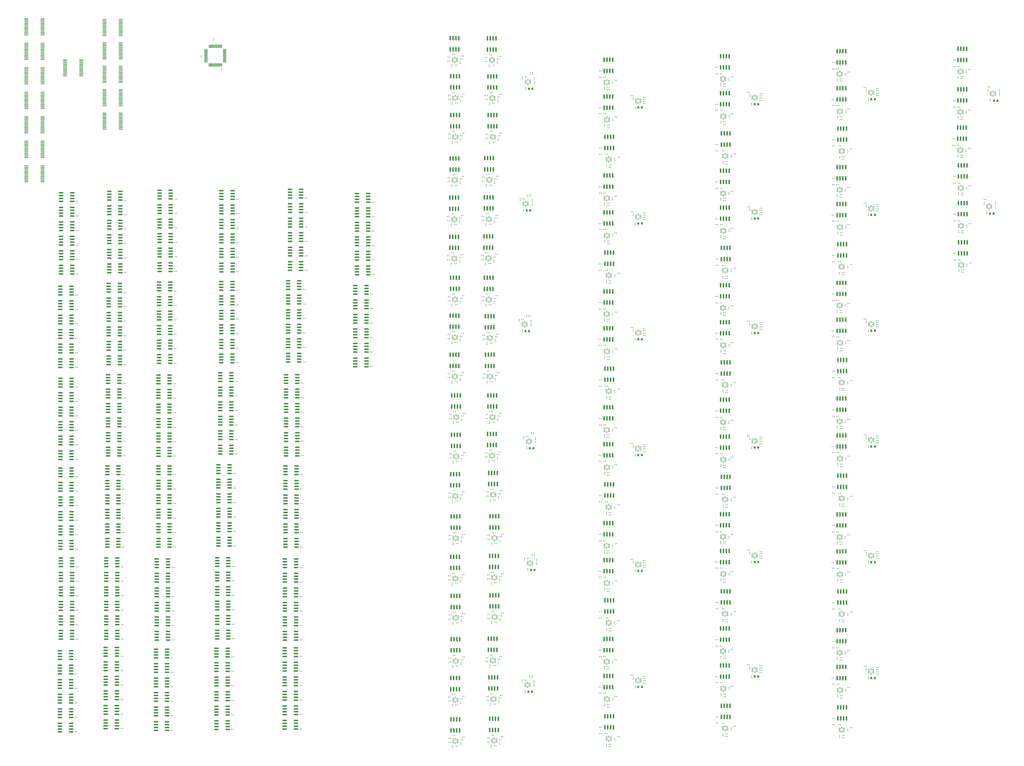
<source format=gbr>
%TF.GenerationSoftware,KiCad,Pcbnew,(6.99.0-3937-g3e53426b6c)*%
%TF.CreationDate,2025-03-10T01:13:02-04:00*%
%TF.ProjectId,AnalogFNN,416e616c-6f67-4464-9e4e-2e6b69636164,rev?*%
%TF.SameCoordinates,Original*%
%TF.FileFunction,Paste,Top*%
%TF.FilePolarity,Positive*%
%FSLAX46Y46*%
G04 Gerber Fmt 4.6, Leading zero omitted, Abs format (unit mm)*
G04 Created by KiCad (PCBNEW (6.99.0-3937-g3e53426b6c)) date 2025-03-10 01:13:02*
%MOMM*%
%LPD*%
G01*
G04 APERTURE LIST*
G04 Aperture macros list*
%AMRoundRect*
0 Rectangle with rounded corners*
0 $1 Rounding radius*
0 $2 $3 $4 $5 $6 $7 $8 $9 X,Y pos of 4 corners*
0 Add a 4 corners polygon primitive as box body*
4,1,4,$2,$3,$4,$5,$6,$7,$8,$9,$2,$3,0*
0 Add four circle primitives for the rounded corners*
1,1,$1+$1,$2,$3*
1,1,$1+$1,$4,$5*
1,1,$1+$1,$6,$7*
1,1,$1+$1,$8,$9*
0 Add four rect primitives between the rounded corners*
20,1,$1+$1,$2,$3,$4,$5,0*
20,1,$1+$1,$4,$5,$6,$7,0*
20,1,$1+$1,$6,$7,$8,$9,0*
20,1,$1+$1,$8,$9,$2,$3,0*%
G04 Aperture macros list end*
%ADD10RoundRect,0.150000X0.150000X-0.825000X0.150000X0.825000X-0.150000X0.825000X-0.150000X-0.825000X0*%
%ADD11RoundRect,0.079500X-0.079500X-0.100500X0.079500X-0.100500X0.079500X0.100500X-0.079500X0.100500X0*%
%ADD12RoundRect,0.079500X0.079500X0.100500X-0.079500X0.100500X-0.079500X-0.100500X0.079500X-0.100500X0*%
%ADD13RoundRect,0.079500X0.100500X-0.079500X0.100500X0.079500X-0.100500X0.079500X-0.100500X-0.079500X0*%
%ADD14RoundRect,0.050000X-0.350000X-0.050000X0.350000X-0.050000X0.350000X0.050000X-0.350000X0.050000X0*%
%ADD15RoundRect,0.050000X-0.050000X-0.350000X0.050000X-0.350000X0.050000X0.350000X-0.050000X0.350000X0*%
%ADD16RoundRect,0.150000X-0.825000X-0.150000X0.825000X-0.150000X0.825000X0.150000X-0.825000X0.150000X0*%
%ADD17RoundRect,0.079500X-0.100500X0.079500X-0.100500X-0.079500X0.100500X-0.079500X0.100500X0.079500X0*%
%ADD18RoundRect,0.225000X0.225000X0.250000X-0.225000X0.250000X-0.225000X-0.250000X0.225000X-0.250000X0*%
%ADD19R,1.750000X0.450000*%
%ADD20RoundRect,0.075000X-0.662500X-0.075000X0.662500X-0.075000X0.662500X0.075000X-0.662500X0.075000X0*%
%ADD21RoundRect,0.075000X-0.075000X-0.662500X0.075000X-0.662500X0.075000X0.662500X-0.075000X0.662500X0*%
G04 APERTURE END LIST*
D10*
%TO.C,Q21*%
X280851100Y-39725200D03*
X282121100Y-39725200D03*
X283391100Y-39725200D03*
X284661100Y-39725200D03*
X284661100Y-34775200D03*
X283391100Y-34775200D03*
X282121100Y-34775200D03*
X280851100Y-34775200D03*
%TD*%
D11*
%TO.C,R521*%
X390253300Y-125906200D03*
X390943300Y-125906200D03*
%TD*%
D12*
%TO.C,R130006*%
X218216100Y-210675000D03*
X217526100Y-210675000D03*
%TD*%
D13*
%TO.C,R35002*%
X217033000Y-142920000D03*
X217033000Y-142230000D03*
%TD*%
D14*
%TO.C,U138001*%
X213816100Y-264600000D03*
X213816100Y-265000000D03*
X213816100Y-265400000D03*
X213816100Y-265800000D03*
X213816100Y-266200000D03*
D15*
X214566100Y-266350000D03*
X214966100Y-266350000D03*
D14*
X215716100Y-266200000D03*
X215716100Y-265800000D03*
X215716100Y-265400000D03*
X215716100Y-265000000D03*
X215716100Y-264600000D03*
D15*
X214966100Y-264450000D03*
X214566100Y-264450000D03*
%TD*%
D16*
%TO.C,U301*%
X60225000Y-215395000D03*
X60225000Y-216665000D03*
X60225000Y-217935000D03*
X60225000Y-219205000D03*
X65175000Y-219205000D03*
X65175000Y-217935000D03*
X65175000Y-216665000D03*
X65175000Y-215395000D03*
%TD*%
D10*
%TO.C,Q143001*%
X230061100Y-260275000D03*
X231331100Y-260275000D03*
X232601100Y-260275000D03*
X233871100Y-260275000D03*
X233871100Y-255325000D03*
X232601100Y-255325000D03*
X231331100Y-255325000D03*
X230061100Y-255325000D03*
%TD*%
D11*
%TO.C,R138008*%
X217921100Y-263700000D03*
X218611100Y-263700000D03*
%TD*%
%TO.C,R417*%
X330411100Y-209860200D03*
X331101100Y-209860200D03*
%TD*%
%TO.C,R132003*%
X213721100Y-226250000D03*
X214411100Y-226250000D03*
%TD*%
%TO.C,R410*%
X330511100Y-225160200D03*
X331201100Y-225160200D03*
%TD*%
D14*
%TO.C,U133001*%
X214186100Y-192900000D03*
X214186100Y-193300000D03*
X214186100Y-193700000D03*
X214186100Y-194100000D03*
X214186100Y-194500000D03*
D15*
X214936100Y-194650000D03*
X215336100Y-194650000D03*
D14*
X216086100Y-194500000D03*
X216086100Y-194100000D03*
X216086100Y-193700000D03*
X216086100Y-193300000D03*
X216086100Y-192900000D03*
D15*
X215336100Y-192750000D03*
X214936100Y-192750000D03*
%TD*%
D13*
%TO.C,R576*%
X397236100Y-203139200D03*
X397236100Y-202449200D03*
%TD*%
D12*
%TO.C,D43*%
X402481100Y-202994200D03*
X401791100Y-202994200D03*
%TD*%
D10*
%TO.C,Q20001*%
X438251100Y-120875200D03*
X439521100Y-120875200D03*
X440791100Y-120875200D03*
X442061100Y-120875200D03*
X442061100Y-115925200D03*
X440791100Y-115925200D03*
X439521100Y-115925200D03*
X438251100Y-115925200D03*
%TD*%
D11*
%TO.C,R345*%
X333911100Y-46550200D03*
X334601100Y-46550200D03*
%TD*%
D13*
%TO.C,R997*%
X107400000Y-26345000D03*
X107400000Y-25655000D03*
%TD*%
D14*
%TO.C,U181001*%
X230751100Y-318180300D03*
X230751100Y-318580300D03*
X230751100Y-318980300D03*
X230751100Y-319380300D03*
X230751100Y-319780300D03*
D15*
X231501100Y-319930300D03*
X231901100Y-319930300D03*
D14*
X232651100Y-319780300D03*
X232651100Y-319380300D03*
X232651100Y-318980300D03*
X232651100Y-318580300D03*
X232651100Y-318180300D03*
D15*
X231901100Y-318030300D03*
X231501100Y-318030300D03*
%TD*%
D11*
%TO.C,R311*%
X280811100Y-316250200D03*
X281501100Y-316250200D03*
%TD*%
D13*
%TO.C,R468*%
X345494000Y-305345200D03*
X345494000Y-304655200D03*
%TD*%
%TO.C,R565*%
X387998300Y-144495200D03*
X387998300Y-143805200D03*
%TD*%
D14*
%TO.C,U59*%
X346694000Y-152590200D03*
X346694000Y-152990200D03*
X346694000Y-153390200D03*
X346694000Y-153790200D03*
X346694000Y-154190200D03*
D15*
X347444000Y-154340200D03*
X347844000Y-154340200D03*
D14*
X348594000Y-154190200D03*
X348594000Y-153790200D03*
X348594000Y-153390200D03*
X348594000Y-152990200D03*
X348594000Y-152590200D03*
D15*
X347844000Y-152440200D03*
X347444000Y-152440200D03*
%TD*%
D10*
%TO.C,Q22*%
X281151100Y-125525200D03*
X282421100Y-125525200D03*
X283691100Y-125525200D03*
X284961100Y-125525200D03*
X284961100Y-120575200D03*
X283691100Y-120575200D03*
X282421100Y-120575200D03*
X281151100Y-120575200D03*
%TD*%
D13*
%TO.C,R546*%
X388998300Y-178795200D03*
X388998300Y-178105200D03*
%TD*%
D16*
%TO.C,U255*%
X139125000Y-256695000D03*
X139125000Y-257965000D03*
X139125000Y-259235000D03*
X139125000Y-260505000D03*
X144075000Y-260505000D03*
X144075000Y-259235000D03*
X144075000Y-257965000D03*
X144075000Y-256695000D03*
%TD*%
D11*
%TO.C,R19008*%
X442861100Y-90900200D03*
X443551100Y-90900200D03*
%TD*%
D12*
%TO.C,C46*%
X345239000Y-201960200D03*
X344549000Y-201960200D03*
%TD*%
D10*
%TO.C,Q65*%
X384293300Y-206769200D03*
X385563300Y-206769200D03*
X386833300Y-206769200D03*
X388103300Y-206769200D03*
X388103300Y-201819200D03*
X386833300Y-201819200D03*
X385563300Y-201819200D03*
X384293300Y-201819200D03*
%TD*%
D11*
%TO.C,R633*%
X382153300Y-312282200D03*
X382843300Y-312282200D03*
%TD*%
D12*
%TO.C,R35004*%
X215578000Y-143675000D03*
X214888000Y-143675000D03*
%TD*%
D11*
%TO.C,R163*%
X278911100Y-76850200D03*
X279601100Y-76850200D03*
%TD*%
D16*
%TO.C,U165*%
X83225000Y-133695000D03*
X83225000Y-134965000D03*
X83225000Y-136235000D03*
X83225000Y-137505000D03*
X88175000Y-137505000D03*
X88175000Y-136235000D03*
X88175000Y-134965000D03*
X88175000Y-133695000D03*
%TD*%
%TO.C,U211*%
X110350000Y-199790000D03*
X110350000Y-201060000D03*
X110350000Y-202330000D03*
X110350000Y-203600000D03*
X115300000Y-203600000D03*
X115300000Y-202330000D03*
X115300000Y-201060000D03*
X115300000Y-199790000D03*
%TD*%
D12*
%TO.C,R136004*%
X232216100Y-195975000D03*
X231526100Y-195975000D03*
%TD*%
%TO.C,R563*%
X386343300Y-146250200D03*
X385653300Y-146250200D03*
%TD*%
D11*
%TO.C,R602*%
X390253300Y-280238200D03*
X390943300Y-280238200D03*
%TD*%
D12*
%TO.C,R971*%
X68595000Y-122950000D03*
X67905000Y-122950000D03*
%TD*%
D16*
%TO.C,U289*%
X60875000Y-134295000D03*
X60875000Y-135565000D03*
X60875000Y-136835000D03*
X60875000Y-138105000D03*
X65825000Y-138105000D03*
X65825000Y-136835000D03*
X65825000Y-135565000D03*
X65825000Y-134295000D03*
%TD*%
D11*
%TO.C,R641*%
X382253300Y-296182200D03*
X382943300Y-296182200D03*
%TD*%
D13*
%TO.C,R360*%
X345494000Y-101865200D03*
X345494000Y-101175200D03*
%TD*%
%TO.C,R600*%
X388998300Y-281683200D03*
X388998300Y-280993200D03*
%TD*%
D12*
%TO.C,C34*%
X293539000Y-308350200D03*
X292849000Y-308350200D03*
%TD*%
D16*
%TO.C,U288*%
X61075000Y-125595000D03*
X61075000Y-126865000D03*
X61075000Y-128135000D03*
X61075000Y-129405000D03*
X66025000Y-129405000D03*
X66025000Y-128135000D03*
X66025000Y-126865000D03*
X66025000Y-125595000D03*
%TD*%
%TO.C,U259*%
X139125000Y-282495000D03*
X139125000Y-283765000D03*
X139125000Y-285035000D03*
X139125000Y-286305000D03*
X144075000Y-286305000D03*
X144075000Y-285035000D03*
X144075000Y-283765000D03*
X144075000Y-282495000D03*
%TD*%
D13*
%TO.C,R206*%
X284656100Y-113295200D03*
X284656100Y-112605200D03*
%TD*%
D12*
%TO.C,R834*%
X46945000Y-252300000D03*
X46255000Y-252300000D03*
%TD*%
%TO.C,R571*%
X387243300Y-232294200D03*
X386553300Y-232294200D03*
%TD*%
D13*
%TO.C,R214*%
X284556100Y-96795200D03*
X284556100Y-96105200D03*
%TD*%
D11*
%TO.C,R179005*%
X211986100Y-302605300D03*
X212676100Y-302605300D03*
%TD*%
D12*
%TO.C,R133006*%
X218281100Y-193200000D03*
X217591100Y-193200000D03*
%TD*%
D14*
%TO.C,U86*%
X385348300Y-228944200D03*
X385348300Y-229344200D03*
X385348300Y-229744200D03*
X385348300Y-230144200D03*
X385348300Y-230544200D03*
D15*
X386098300Y-230694200D03*
X386498300Y-230694200D03*
D14*
X387248300Y-230544200D03*
X387248300Y-230144200D03*
X387248300Y-229744200D03*
X387248300Y-229344200D03*
X387248300Y-228944200D03*
D15*
X386498300Y-228794200D03*
X386098300Y-228794200D03*
%TD*%
D11*
%TO.C,R142003*%
X231121100Y-280100000D03*
X231811100Y-280100000D03*
%TD*%
%TO.C,R537*%
X382253300Y-87506200D03*
X382943300Y-87506200D03*
%TD*%
%TO.C,R292*%
X280711100Y-248650200D03*
X281401100Y-248650200D03*
%TD*%
D16*
%TO.C,U300*%
X60625000Y-207045000D03*
X60625000Y-208315000D03*
X60625000Y-209585000D03*
X60625000Y-210855000D03*
X65575000Y-210855000D03*
X65575000Y-209585000D03*
X65575000Y-208315000D03*
X65575000Y-207045000D03*
%TD*%
D13*
%TO.C,R519*%
X388998300Y-127351200D03*
X388998300Y-126661200D03*
%TD*%
D12*
%TO.C,R582*%
X386443300Y-214594200D03*
X385753300Y-214594200D03*
%TD*%
%TO.C,R1163*%
X67245000Y-260200000D03*
X66555000Y-260200000D03*
%TD*%
D11*
%TO.C,R513*%
X389053300Y-40262200D03*
X389743300Y-40262200D03*
%TD*%
%TO.C,R6008*%
X232645000Y-121350000D03*
X233335000Y-121350000D03*
%TD*%
D12*
%TO.C,R182006*%
X234576100Y-301305300D03*
X233886100Y-301305300D03*
%TD*%
D14*
%TO.C,U20001*%
X438406100Y-125200200D03*
X438406100Y-125600200D03*
X438406100Y-126000200D03*
X438406100Y-126400200D03*
X438406100Y-126800200D03*
D15*
X439156100Y-126950200D03*
X439556100Y-126950200D03*
D14*
X440306100Y-126800200D03*
X440306100Y-126400200D03*
X440306100Y-126000200D03*
X440306100Y-125600200D03*
X440306100Y-125200200D03*
D15*
X439556100Y-125050200D03*
X439156100Y-125050200D03*
%TD*%
D17*
%TO.C,R450*%
X332756100Y-265685200D03*
X332756100Y-266375200D03*
%TD*%
D12*
%TO.C,R177*%
X283001100Y-63950200D03*
X282311100Y-63950200D03*
%TD*%
D18*
%TO.C,C131002*%
X249443600Y-207475000D03*
X247893600Y-207475000D03*
%TD*%
D12*
%TO.C,R884*%
X118445000Y-103300000D03*
X117755000Y-103300000D03*
%TD*%
D16*
%TO.C,U163*%
X83450000Y-118630000D03*
X83450000Y-119900000D03*
X83450000Y-121170000D03*
X83450000Y-122440000D03*
X88400000Y-122440000D03*
X88400000Y-121170000D03*
X88400000Y-119900000D03*
X88400000Y-118630000D03*
%TD*%
D11*
%TO.C,R643*%
X384153300Y-296182200D03*
X384843300Y-296182200D03*
%TD*%
D17*
%TO.C,R181007*%
X230401100Y-321135300D03*
X230401100Y-321825300D03*
%TD*%
D11*
%TO.C,R30008*%
X232945000Y-86550000D03*
X233635000Y-86550000D03*
%TD*%
%TO.C,R142005*%
X229221100Y-283100000D03*
X229911100Y-283100000D03*
%TD*%
D12*
%TO.C,R824*%
X46945000Y-186700000D03*
X46255000Y-186700000D03*
%TD*%
D11*
%TO.C,R20008*%
X443011100Y-125100200D03*
X443701100Y-125100200D03*
%TD*%
%TO.C,R298*%
X278911100Y-334350200D03*
X279601100Y-334350200D03*
%TD*%
D16*
%TO.C,U191*%
X82925000Y-228245000D03*
X82925000Y-229515000D03*
X82925000Y-230785000D03*
X82925000Y-232055000D03*
X87875000Y-232055000D03*
X87875000Y-230785000D03*
X87875000Y-229515000D03*
X87875000Y-228245000D03*
%TD*%
D11*
%TO.C,R324*%
X285611100Y-301450200D03*
X286301100Y-301450200D03*
%TD*%
%TO.C,R516*%
X385053300Y-124606200D03*
X385743300Y-124606200D03*
%TD*%
D16*
%TO.C,U134*%
X39375000Y-167745000D03*
X39375000Y-169015000D03*
X39375000Y-170285000D03*
X39375000Y-171555000D03*
X44325000Y-171555000D03*
X44325000Y-170285000D03*
X44325000Y-169015000D03*
X44325000Y-167745000D03*
%TD*%
%TO.C,U226*%
X108725000Y-302845000D03*
X108725000Y-304115000D03*
X108725000Y-305385000D03*
X108725000Y-306655000D03*
X113675000Y-306655000D03*
X113675000Y-305385000D03*
X113675000Y-304115000D03*
X113675000Y-302845000D03*
%TD*%
D19*
%TO.C,U308*%
X24299999Y-49269399D03*
X24299999Y-49919399D03*
X24299999Y-50569399D03*
X24299999Y-51219399D03*
X24299999Y-51869399D03*
X24299999Y-52519399D03*
X24299999Y-53169399D03*
X24299999Y-53819399D03*
X24299999Y-54469399D03*
X24299999Y-55119399D03*
X24299999Y-55769399D03*
X24299999Y-56419399D03*
X31499999Y-56419399D03*
X31499999Y-55769399D03*
X31499999Y-55119399D03*
X31499999Y-54469399D03*
X31499999Y-53819399D03*
X31499999Y-53169399D03*
X31499999Y-52519399D03*
X31499999Y-51869399D03*
X31499999Y-51219399D03*
X31499999Y-50569399D03*
X31499999Y-49919399D03*
X31499999Y-49269399D03*
%TD*%
D16*
%TO.C,U169*%
X83225000Y-159495000D03*
X83225000Y-160765000D03*
X83225000Y-162035000D03*
X83225000Y-163305000D03*
X88175000Y-163305000D03*
X88175000Y-162035000D03*
X88175000Y-160765000D03*
X88175000Y-159495000D03*
%TD*%
D12*
%TO.C,R964*%
X177870000Y-158365000D03*
X177180000Y-158365000D03*
%TD*%
D18*
%TO.C,C56*%
X401011100Y-52362200D03*
X399461100Y-52362200D03*
%TD*%
D11*
%TO.C,R632*%
X401791100Y-307882200D03*
X402481100Y-307882200D03*
%TD*%
%TO.C,R18005*%
X436111100Y-103500200D03*
X436801100Y-103500200D03*
%TD*%
%TO.C,R419*%
X332511100Y-209860200D03*
X333201100Y-209860200D03*
%TD*%
%TO.C,R500*%
X384253300Y-55062200D03*
X384943300Y-55062200D03*
%TD*%
D16*
%TO.C,U162*%
X83450000Y-112180000D03*
X83450000Y-113450000D03*
X83450000Y-114720000D03*
X83450000Y-115990000D03*
X88400000Y-115990000D03*
X88400000Y-114720000D03*
X88400000Y-113450000D03*
X88400000Y-112180000D03*
%TD*%
D13*
%TO.C,R411*%
X337256100Y-230705200D03*
X337256100Y-230015200D03*
%TD*%
D16*
%TO.C,U234*%
X141375000Y-111745000D03*
X141375000Y-113015000D03*
X141375000Y-114285000D03*
X141375000Y-115555000D03*
X146325000Y-115555000D03*
X146325000Y-114285000D03*
X146325000Y-113015000D03*
X146325000Y-111745000D03*
%TD*%
D10*
%TO.C,Q23*%
X280851100Y-107625200D03*
X282121100Y-107625200D03*
X283391100Y-107625200D03*
X284661100Y-107625200D03*
X284661100Y-102675200D03*
X283391100Y-102675200D03*
X282121100Y-102675200D03*
X280851100Y-102675200D03*
%TD*%
D12*
%TO.C,C43*%
X345239000Y-151090200D03*
X344549000Y-151090200D03*
%TD*%
D17*
%TO.C,R141007*%
X213666100Y-249655000D03*
X213666100Y-250345000D03*
%TD*%
D12*
%TO.C,R967*%
X68595000Y-97250000D03*
X67905000Y-97250000D03*
%TD*%
D11*
%TO.C,R527*%
X384253300Y-106506200D03*
X384943300Y-106506200D03*
%TD*%
D12*
%TO.C,R382*%
X335501100Y-181890200D03*
X334811100Y-181890200D03*
%TD*%
%TO.C,R898*%
X117870000Y-197195000D03*
X117180000Y-197195000D03*
%TD*%
D11*
%TO.C,D28*%
X350049000Y-100820200D03*
X350739000Y-100820200D03*
%TD*%
%TO.C,R379*%
X330611100Y-177090200D03*
X331301100Y-177090200D03*
%TD*%
D14*
%TO.C,U34001*%
X213578000Y-174800000D03*
X213578000Y-175200000D03*
X213578000Y-175600000D03*
X213578000Y-176000000D03*
X213578000Y-176400000D03*
D15*
X214328000Y-176550000D03*
X214728000Y-176550000D03*
D14*
X215478000Y-176400000D03*
X215478000Y-176000000D03*
X215478000Y-175600000D03*
X215478000Y-175200000D03*
X215478000Y-174800000D03*
D15*
X214728000Y-174650000D03*
X214328000Y-174650000D03*
%TD*%
D17*
%TO.C,R29007*%
X228390000Y-107805000D03*
X228390000Y-108495000D03*
%TD*%
D13*
%TO.C,R16006*%
X441641100Y-40490200D03*
X441641100Y-39800200D03*
%TD*%
D16*
%TO.C,U294*%
X60875000Y-166545000D03*
X60875000Y-167815000D03*
X60875000Y-169085000D03*
X60875000Y-170355000D03*
X65825000Y-170355000D03*
X65825000Y-169085000D03*
X65825000Y-167815000D03*
X65825000Y-166545000D03*
%TD*%
D14*
%TO.C,U17001*%
X450806100Y-99200200D03*
X450806100Y-99600200D03*
X450806100Y-100000200D03*
X450806100Y-100400200D03*
X450806100Y-100800200D03*
D15*
X451556100Y-100950200D03*
X451956100Y-100950200D03*
D14*
X452706100Y-100800200D03*
X452706100Y-100400200D03*
X452706100Y-100000200D03*
X452706100Y-99600200D03*
X452706100Y-99200200D03*
D15*
X451956100Y-99050200D03*
X451556100Y-99050200D03*
%TD*%
D12*
%TO.C,R861*%
X90445000Y-191700000D03*
X89755000Y-191700000D03*
%TD*%
D13*
%TO.C,R357*%
X337256100Y-128965200D03*
X337256100Y-128275200D03*
%TD*%
D11*
%TO.C,R616*%
X384153300Y-244738200D03*
X384843300Y-244738200D03*
%TD*%
D10*
%TO.C,Q66*%
X384293300Y-190369200D03*
X385563300Y-190369200D03*
X386833300Y-190369200D03*
X388103300Y-190369200D03*
X388103300Y-185419200D03*
X386833300Y-185419200D03*
X385563300Y-185419200D03*
X384293300Y-185419200D03*
%TD*%
D11*
%TO.C,R22008*%
X217883000Y-50100000D03*
X218573000Y-50100000D03*
%TD*%
%TO.C,R179001*%
X211986100Y-300805300D03*
X212676100Y-300805300D03*
%TD*%
D14*
%TO.C,U96*%
X384548300Y-314182200D03*
X384548300Y-314582200D03*
X384548300Y-314982200D03*
X384548300Y-315382200D03*
X384548300Y-315782200D03*
D15*
X385298300Y-315932200D03*
X385698300Y-315932200D03*
D14*
X386448300Y-315782200D03*
X386448300Y-315382200D03*
X386448300Y-314982200D03*
X386448300Y-314582200D03*
X386448300Y-314182200D03*
D15*
X385698300Y-314032200D03*
X385298300Y-314032200D03*
%TD*%
D17*
%TO.C,R23002*%
X246025500Y-47155000D03*
X246025500Y-47845000D03*
%TD*%
D16*
%TO.C,U179*%
X81825000Y-309695000D03*
X81825000Y-310965000D03*
X81825000Y-312235000D03*
X81825000Y-313505000D03*
X86775000Y-313505000D03*
X86775000Y-312235000D03*
X86775000Y-310965000D03*
X86775000Y-309695000D03*
%TD*%
%TO.C,U195*%
X110925000Y-92995000D03*
X110925000Y-94265000D03*
X110925000Y-95535000D03*
X110925000Y-96805000D03*
X115875000Y-96805000D03*
X115875000Y-95535000D03*
X115875000Y-94265000D03*
X115875000Y-92995000D03*
%TD*%
D12*
%TO.C,R856*%
X90745000Y-156900000D03*
X90055000Y-156900000D03*
%TD*%
D17*
%TO.C,R412*%
X333656100Y-232795200D03*
X333656100Y-233485200D03*
%TD*%
D11*
%TO.C,R5001*%
X211545000Y-87150000D03*
X212235000Y-87150000D03*
%TD*%
D12*
%TO.C,R922*%
X148895000Y-115600000D03*
X148205000Y-115600000D03*
%TD*%
%TO.C,R849*%
X90970000Y-109535000D03*
X90280000Y-109535000D03*
%TD*%
D11*
%TO.C,R348*%
X330511100Y-38250200D03*
X331201100Y-38250200D03*
%TD*%
D14*
%TO.C,U61*%
X332706100Y-144290200D03*
X332706100Y-144690200D03*
X332706100Y-145090200D03*
X332706100Y-145490200D03*
X332706100Y-145890200D03*
D15*
X333456100Y-146040200D03*
X333856100Y-146040200D03*
D14*
X334606100Y-145890200D03*
X334606100Y-145490200D03*
X334606100Y-145090200D03*
X334606100Y-144690200D03*
X334606100Y-144290200D03*
D15*
X333856100Y-144140200D03*
X333456100Y-144140200D03*
%TD*%
D12*
%TO.C,R974*%
X68395000Y-144600000D03*
X67705000Y-144600000D03*
%TD*%
D11*
%TO.C,R579*%
X382153300Y-209394200D03*
X382843300Y-209394200D03*
%TD*%
D10*
%TO.C,Q42*%
X332551100Y-89095200D03*
X333821100Y-89095200D03*
X335091100Y-89095200D03*
X336361100Y-89095200D03*
X336361100Y-84145200D03*
X335091100Y-84145200D03*
X333821100Y-84145200D03*
X332551100Y-84145200D03*
%TD*%
D11*
%TO.C,D44*%
X401791100Y-202094200D03*
X402481100Y-202094200D03*
%TD*%
%TO.C,R308*%
X298349000Y-311850200D03*
X299039000Y-311850200D03*
%TD*%
%TO.C,R30005*%
X226845000Y-88850000D03*
X227535000Y-88850000D03*
%TD*%
D13*
%TO.C,R13003*%
X456306100Y-48945200D03*
X456306100Y-48255200D03*
%TD*%
%TO.C,R573*%
X388998300Y-230239200D03*
X388998300Y-229549200D03*
%TD*%
D14*
%TO.C,U87*%
X398436100Y-202994200D03*
X398436100Y-203394200D03*
X398436100Y-203794200D03*
X398436100Y-204194200D03*
X398436100Y-204594200D03*
D15*
X399186100Y-204744200D03*
X399586100Y-204744200D03*
D14*
X400336100Y-204594200D03*
X400336100Y-204194200D03*
X400336100Y-203794200D03*
X400336100Y-203394200D03*
X400336100Y-202994200D03*
D15*
X399586100Y-202844200D03*
X399186100Y-202844200D03*
%TD*%
D12*
%TO.C,R590*%
X386343300Y-197694200D03*
X385653300Y-197694200D03*
%TD*%
%TO.C,R858*%
X90745000Y-169700000D03*
X90055000Y-169700000D03*
%TD*%
%TO.C,R907*%
X116545000Y-260050000D03*
X115855000Y-260050000D03*
%TD*%
D11*
%TO.C,R243*%
X285611100Y-146950200D03*
X286301100Y-146950200D03*
%TD*%
%TO.C,R135003*%
X230026100Y-208375000D03*
X230716100Y-208375000D03*
%TD*%
D14*
%TO.C,U83*%
X398436100Y-151550200D03*
X398436100Y-151950200D03*
X398436100Y-152350200D03*
X398436100Y-152750200D03*
X398436100Y-153150200D03*
D15*
X399186100Y-153300200D03*
X399586100Y-153300200D03*
D14*
X400336100Y-153150200D03*
X400336100Y-152750200D03*
X400336100Y-152350200D03*
X400336100Y-151950200D03*
X400336100Y-151550200D03*
D15*
X399586100Y-151400200D03*
X399186100Y-151400200D03*
%TD*%
D12*
%TO.C,R509*%
X386343300Y-43362200D03*
X385653300Y-43362200D03*
%TD*%
D13*
%TO.C,R32002*%
X216928000Y-159745000D03*
X216928000Y-159055000D03*
%TD*%
%TO.C,R17001*%
X449571100Y-99000200D03*
X449571100Y-98310200D03*
%TD*%
D16*
%TO.C,U138*%
X39425000Y-195745000D03*
X39425000Y-197015000D03*
X39425000Y-198285000D03*
X39425000Y-199555000D03*
X44375000Y-199555000D03*
X44375000Y-198285000D03*
X44375000Y-197015000D03*
X44375000Y-195745000D03*
%TD*%
%TO.C,U184*%
X82225000Y-263145000D03*
X82225000Y-264415000D03*
X82225000Y-265685000D03*
X82225000Y-266955000D03*
X87175000Y-266955000D03*
X87175000Y-265685000D03*
X87175000Y-264415000D03*
X87175000Y-263145000D03*
%TD*%
D10*
%TO.C,Q25001*%
X212523000Y-30175000D03*
X213793000Y-30175000D03*
X215063000Y-30175000D03*
X216333000Y-30175000D03*
X216333000Y-25225000D03*
X215063000Y-25225000D03*
X213793000Y-25225000D03*
X212523000Y-25225000D03*
%TD*%
D11*
%TO.C,R145003*%
X231121100Y-245000000D03*
X231811100Y-245000000D03*
%TD*%
%TO.C,R452*%
X330511100Y-244630200D03*
X331201100Y-244630200D03*
%TD*%
%TO.C,R130003*%
X214026100Y-208775000D03*
X214716100Y-208775000D03*
%TD*%
%TO.C,R181003*%
X230656100Y-316580300D03*
X231346100Y-316580300D03*
%TD*%
%TO.C,R309*%
X278711100Y-316250200D03*
X279401100Y-316250200D03*
%TD*%
D14*
%TO.C,U148001*%
X245831100Y-311905300D03*
X245831100Y-312305300D03*
X245831100Y-312705300D03*
X245831100Y-313105300D03*
X245831100Y-313505300D03*
D15*
X246581100Y-313655300D03*
X246981100Y-313655300D03*
D14*
X247731100Y-313505300D03*
X247731100Y-313105300D03*
X247731100Y-312705300D03*
X247731100Y-312305300D03*
X247731100Y-311905300D03*
D15*
X246981100Y-311755300D03*
X246581100Y-311755300D03*
%TD*%
D17*
%TO.C,R16007*%
X438041100Y-42300200D03*
X438041100Y-42990200D03*
%TD*%
D11*
%TO.C,R178*%
X278611100Y-56150200D03*
X279301100Y-56150200D03*
%TD*%
D13*
%TO.C,R132002*%
X217166100Y-230195000D03*
X217166100Y-229505000D03*
%TD*%
D11*
%TO.C,D14*%
X298349000Y-51450200D03*
X299039000Y-51450200D03*
%TD*%
D16*
%TO.C,U205*%
X110825000Y-159195000D03*
X110825000Y-160465000D03*
X110825000Y-161735000D03*
X110825000Y-163005000D03*
X115775000Y-163005000D03*
X115775000Y-161735000D03*
X115775000Y-160465000D03*
X115775000Y-159195000D03*
%TD*%
D11*
%TO.C,R134008*%
X234726100Y-226475000D03*
X235416100Y-226475000D03*
%TD*%
D12*
%TO.C,R22006*%
X217873000Y-51300000D03*
X217183000Y-51300000D03*
%TD*%
%TO.C,R182004*%
X232376100Y-304105300D03*
X231686100Y-304105300D03*
%TD*%
D13*
%TO.C,R147002*%
X217166100Y-320850300D03*
X217166100Y-320160300D03*
%TD*%
D10*
%TO.C,Q34001*%
X212523000Y-170875000D03*
X213793000Y-170875000D03*
X215063000Y-170875000D03*
X216333000Y-170875000D03*
X216333000Y-165925000D03*
X215063000Y-165925000D03*
X213793000Y-165925000D03*
X212523000Y-165925000D03*
%TD*%
D11*
%TO.C,R299*%
X283111100Y-340150200D03*
X283801100Y-340150200D03*
%TD*%
D16*
%TO.C,U140*%
X39425000Y-208645000D03*
X39425000Y-209915000D03*
X39425000Y-211185000D03*
X39425000Y-212455000D03*
X44375000Y-212455000D03*
X44375000Y-211185000D03*
X44375000Y-209915000D03*
X44375000Y-208645000D03*
%TD*%
D12*
%TO.C,R813*%
X47245000Y-110700000D03*
X46555000Y-110700000D03*
%TD*%
D16*
%TO.C,U251*%
X139325000Y-228295000D03*
X139325000Y-229565000D03*
X139325000Y-230835000D03*
X139325000Y-232105000D03*
X144275000Y-232105000D03*
X144275000Y-230835000D03*
X144275000Y-229565000D03*
X144275000Y-228295000D03*
%TD*%
D12*
%TO.C,R166*%
X283801100Y-81650200D03*
X283111100Y-81650200D03*
%TD*%
%TO.C,R877*%
X90445000Y-219250000D03*
X89755000Y-219250000D03*
%TD*%
D11*
%TO.C,R435*%
X333311100Y-278830200D03*
X334001100Y-278830200D03*
%TD*%
D17*
%TO.C,R404*%
X332656100Y-147345200D03*
X332656100Y-148035200D03*
%TD*%
D11*
%TO.C,R383*%
X330511100Y-174290200D03*
X331201100Y-174290200D03*
%TD*%
D12*
%TO.C,R977*%
X68395000Y-163900000D03*
X67705000Y-163900000D03*
%TD*%
D17*
%TO.C,R531*%
X384498300Y-111461200D03*
X384498300Y-112151200D03*
%TD*%
D11*
%TO.C,R634*%
X385753300Y-318582200D03*
X386443300Y-318582200D03*
%TD*%
%TO.C,R570*%
X385053300Y-227494200D03*
X385743300Y-227494200D03*
%TD*%
D13*
%TO.C,C139003*%
X250839900Y-259145000D03*
X250839900Y-258455000D03*
%TD*%
D12*
%TO.C,R886*%
X118445000Y-116200000D03*
X117755000Y-116200000D03*
%TD*%
D11*
%TO.C,R534*%
X385653300Y-95806200D03*
X386343300Y-95806200D03*
%TD*%
%TO.C,R34003*%
X213483000Y-173200000D03*
X214173000Y-173200000D03*
%TD*%
D12*
%TO.C,D35*%
X350739000Y-305200200D03*
X350049000Y-305200200D03*
%TD*%
D11*
%TO.C,C17001*%
X449526100Y-96955200D03*
X450216100Y-96955200D03*
%TD*%
D13*
%TO.C,R34002*%
X216928000Y-177145000D03*
X216928000Y-176455000D03*
%TD*%
D18*
%TO.C,C38*%
X349269000Y-54550200D03*
X347719000Y-54550200D03*
%TD*%
D11*
%TO.C,R180005*%
X229051100Y-338030300D03*
X229741100Y-338030300D03*
%TD*%
D16*
%TO.C,U210*%
X110350000Y-193340000D03*
X110350000Y-194610000D03*
X110350000Y-195880000D03*
X110350000Y-197150000D03*
X115300000Y-197150000D03*
X115300000Y-195880000D03*
X115300000Y-194610000D03*
X115300000Y-193340000D03*
%TD*%
D12*
%TO.C,R490*%
X387243300Y-77962200D03*
X386553300Y-77962200D03*
%TD*%
D11*
%TO.C,R302*%
X278811100Y-331550200D03*
X279501100Y-331550200D03*
%TD*%
%TO.C,R318*%
X282211100Y-305550200D03*
X282901100Y-305550200D03*
%TD*%
%TO.C,R583*%
X382053300Y-206794200D03*
X382743300Y-206794200D03*
%TD*%
%TO.C,R290*%
X278811100Y-248650200D03*
X279501100Y-248650200D03*
%TD*%
D12*
%TO.C,R825*%
X46945000Y-193100000D03*
X46255000Y-193100000D03*
%TD*%
D13*
%TO.C,R24002*%
X217128000Y-70645000D03*
X217128000Y-69955000D03*
%TD*%
D12*
%TO.C,R285*%
X283001100Y-269950200D03*
X282311100Y-269950200D03*
%TD*%
D14*
%TO.C,U149001*%
X213881100Y-336805300D03*
X213881100Y-337205300D03*
X213881100Y-337605300D03*
X213881100Y-338005300D03*
X213881100Y-338405300D03*
D15*
X214631100Y-338555300D03*
X215031100Y-338555300D03*
D14*
X215781100Y-338405300D03*
X215781100Y-338005300D03*
X215781100Y-337605300D03*
X215781100Y-337205300D03*
X215781100Y-336805300D03*
D15*
X215031100Y-336655300D03*
X214631100Y-336655300D03*
%TD*%
D12*
%TO.C,R37006*%
X233243000Y-157975000D03*
X232553000Y-157975000D03*
%TD*%
D13*
%TO.C,R503*%
X388098300Y-58107200D03*
X388098300Y-57417200D03*
%TD*%
D14*
%TO.C,U51*%
X346694000Y-50850200D03*
X346694000Y-51250200D03*
X346694000Y-51650200D03*
X346694000Y-52050200D03*
X346694000Y-52450200D03*
D15*
X347444000Y-52600200D03*
X347844000Y-52600200D03*
D14*
X348594000Y-52450200D03*
X348594000Y-52050200D03*
X348594000Y-51650200D03*
X348594000Y-51250200D03*
X348594000Y-50850200D03*
D15*
X347844000Y-50700200D03*
X347444000Y-50700200D03*
%TD*%
D18*
%TO.C,C23*%
X297569000Y-107550200D03*
X296019000Y-107550200D03*
%TD*%
D12*
%TO.C,R837*%
X47145000Y-273000000D03*
X46455000Y-273000000D03*
%TD*%
D11*
%TO.C,R244*%
X278911100Y-231350200D03*
X279601100Y-231350200D03*
%TD*%
D12*
%TO.C,D39*%
X402481100Y-100106200D03*
X401791100Y-100106200D03*
%TD*%
%TO.C,R15004*%
X439986100Y-60245200D03*
X439296100Y-60245200D03*
%TD*%
D11*
%TO.C,R552*%
X382153300Y-157950200D03*
X382843300Y-157950200D03*
%TD*%
D17*
%TO.C,R180*%
X281056100Y-63705200D03*
X281056100Y-64395200D03*
%TD*%
D12*
%TO.C,R818*%
X46895000Y-145800000D03*
X46205000Y-145800000D03*
%TD*%
D18*
%TO.C,C3002*%
X247962400Y-101850000D03*
X246412400Y-101850000D03*
%TD*%
D11*
%TO.C,R25003*%
X213483000Y-32500000D03*
X214173000Y-32500000D03*
%TD*%
D13*
%TO.C,R33003*%
X248425500Y-151345000D03*
X248425500Y-150655000D03*
%TD*%
%TO.C,R268*%
X284556100Y-199795200D03*
X284556100Y-199105200D03*
%TD*%
D10*
%TO.C,Q147001*%
X212761100Y-314580300D03*
X214031100Y-314580300D03*
X215301100Y-314580300D03*
X216571100Y-314580300D03*
X216571100Y-309630300D03*
X215301100Y-309630300D03*
X214031100Y-309630300D03*
X212761100Y-309630300D03*
%TD*%
D14*
%TO.C,U49*%
X281006100Y-301550200D03*
X281006100Y-301950200D03*
X281006100Y-302350200D03*
X281006100Y-302750200D03*
X281006100Y-303150200D03*
D15*
X281756100Y-303300200D03*
X282156100Y-303300200D03*
D14*
X282906100Y-303150200D03*
X282906100Y-302750200D03*
X282906100Y-302350200D03*
X282906100Y-301950200D03*
X282906100Y-301550200D03*
D15*
X282156100Y-301400200D03*
X281756100Y-301400200D03*
%TD*%
D12*
%TO.C,R138006*%
X217911100Y-264900000D03*
X217221100Y-264900000D03*
%TD*%
D16*
%TO.C,U213*%
X109550000Y-214880000D03*
X109550000Y-216150000D03*
X109550000Y-217420000D03*
X109550000Y-218690000D03*
X114500000Y-218690000D03*
X114500000Y-217420000D03*
X114500000Y-216150000D03*
X114500000Y-214880000D03*
%TD*%
D14*
%TO.C,U78*%
X385348300Y-126056200D03*
X385348300Y-126456200D03*
X385348300Y-126856200D03*
X385348300Y-127256200D03*
X385348300Y-127656200D03*
D15*
X386098300Y-127806200D03*
X386498300Y-127806200D03*
D14*
X387248300Y-127656200D03*
X387248300Y-127256200D03*
X387248300Y-126856200D03*
X387248300Y-126456200D03*
X387248300Y-126056200D03*
D15*
X386498300Y-125906200D03*
X386098300Y-125906200D03*
%TD*%
D10*
%TO.C,Q180001*%
X229991100Y-332705300D03*
X231261100Y-332705300D03*
X232531100Y-332705300D03*
X233801100Y-332705300D03*
X233801100Y-327755300D03*
X232531100Y-327755300D03*
X231261100Y-327755300D03*
X229991100Y-327755300D03*
%TD*%
D11*
%TO.C,R353*%
X334811100Y-132020200D03*
X335501100Y-132020200D03*
%TD*%
%TO.C,R35005*%
X211688000Y-141975000D03*
X212378000Y-141975000D03*
%TD*%
D14*
%TO.C,U5001*%
X213540000Y-87550000D03*
X213540000Y-87950000D03*
X213540000Y-88350000D03*
X213540000Y-88750000D03*
X213540000Y-89150000D03*
D15*
X214290000Y-89300000D03*
X214690000Y-89300000D03*
D14*
X215440000Y-89150000D03*
X215440000Y-88750000D03*
X215440000Y-88350000D03*
X215440000Y-87950000D03*
X215440000Y-87550000D03*
D15*
X214690000Y-87400000D03*
X214290000Y-87400000D03*
%TD*%
D11*
%TO.C,R203*%
X280811100Y-110250200D03*
X281501100Y-110250200D03*
%TD*%
%TO.C,R305*%
X286811100Y-335650200D03*
X287501100Y-335650200D03*
%TD*%
D16*
%TO.C,U144*%
X39425000Y-235645000D03*
X39425000Y-236915000D03*
X39425000Y-238185000D03*
X39425000Y-239455000D03*
X44375000Y-239455000D03*
X44375000Y-238185000D03*
X44375000Y-236915000D03*
X44375000Y-235645000D03*
%TD*%
D10*
%TO.C,Q38001*%
X227623000Y-136675000D03*
X228893000Y-136675000D03*
X230163000Y-136675000D03*
X231433000Y-136675000D03*
X231433000Y-131725000D03*
X230163000Y-131725000D03*
X228893000Y-131725000D03*
X227623000Y-131725000D03*
%TD*%
D11*
%TO.C,R445*%
X334011100Y-267030200D03*
X334701100Y-267030200D03*
%TD*%
%TO.C,D26*%
X350049000Y-49950200D03*
X350739000Y-49950200D03*
%TD*%
D10*
%TO.C,Q57*%
X384293300Y-36037200D03*
X385563300Y-36037200D03*
X386833300Y-36037200D03*
X388103300Y-36037200D03*
X388103300Y-31087200D03*
X386833300Y-31087200D03*
X385563300Y-31087200D03*
X384293300Y-31087200D03*
%TD*%
D12*
%TO.C,D33*%
X350739000Y-254330200D03*
X350049000Y-254330200D03*
%TD*%
D10*
%TO.C,Q142001*%
X230161100Y-277775000D03*
X231431100Y-277775000D03*
X232701100Y-277775000D03*
X233971100Y-277775000D03*
X233971100Y-272825000D03*
X232701100Y-272825000D03*
X231431100Y-272825000D03*
X230161100Y-272825000D03*
%TD*%
D18*
%TO.C,C53*%
X349269000Y-308900200D03*
X347719000Y-308900200D03*
%TD*%
D12*
%TO.C,C52*%
X345239000Y-303700200D03*
X344549000Y-303700200D03*
%TD*%
D17*
%TO.C,C139001*%
X245539900Y-256455000D03*
X245539900Y-257145000D03*
%TD*%
D16*
%TO.C,U137*%
X39425000Y-189295000D03*
X39425000Y-190565000D03*
X39425000Y-191835000D03*
X39425000Y-193105000D03*
X44375000Y-193105000D03*
X44375000Y-191835000D03*
X44375000Y-190565000D03*
X44375000Y-189295000D03*
%TD*%
D13*
%TO.C,R199*%
X294694000Y-107895200D03*
X294694000Y-107205200D03*
%TD*%
D12*
%TO.C,R145004*%
X233111100Y-249700000D03*
X232421100Y-249700000D03*
%TD*%
D11*
%TO.C,R130008*%
X218226100Y-209475000D03*
X218916100Y-209475000D03*
%TD*%
D14*
%TO.C,U2001*%
X213340000Y-104950000D03*
X213340000Y-105350000D03*
X213340000Y-105750000D03*
X213340000Y-106150000D03*
X213340000Y-106550000D03*
D15*
X214090000Y-106700000D03*
X214490000Y-106700000D03*
D14*
X215240000Y-106550000D03*
X215240000Y-106150000D03*
X215240000Y-105750000D03*
X215240000Y-105350000D03*
X215240000Y-104950000D03*
D15*
X214490000Y-104800000D03*
X214090000Y-104800000D03*
%TD*%
D10*
%TO.C,Q138001*%
X212761100Y-260675000D03*
X214031100Y-260675000D03*
X215301100Y-260675000D03*
X216571100Y-260675000D03*
X216571100Y-255725000D03*
X215301100Y-255725000D03*
X214031100Y-255725000D03*
X212761100Y-255725000D03*
%TD*%
%TO.C,Q61*%
X384593300Y-173225200D03*
X385863300Y-173225200D03*
X387133300Y-173225200D03*
X388403300Y-173225200D03*
X388403300Y-168275200D03*
X387133300Y-168275200D03*
X385863300Y-168275200D03*
X384593300Y-168275200D03*
%TD*%
D12*
%TO.C,R879*%
X90445000Y-232050000D03*
X89755000Y-232050000D03*
%TD*%
%TO.C,R180004*%
X232941100Y-339730300D03*
X232251100Y-339730300D03*
%TD*%
D13*
%TO.C,R140002*%
X217366100Y-284345000D03*
X217366100Y-283655000D03*
%TD*%
D17*
%TO.C,R143007*%
X230766100Y-267155000D03*
X230766100Y-267845000D03*
%TD*%
D11*
%TO.C,R344*%
X330511100Y-41150200D03*
X331201100Y-41150200D03*
%TD*%
D16*
%TO.C,U266*%
X139025000Y-328495000D03*
X139025000Y-329765000D03*
X139025000Y-331035000D03*
X139025000Y-332305000D03*
X143975000Y-332305000D03*
X143975000Y-331035000D03*
X143975000Y-329765000D03*
X143975000Y-328495000D03*
%TD*%
D12*
%TO.C,R965*%
X177870000Y-164765000D03*
X177180000Y-164765000D03*
%TD*%
D13*
%TO.C,R314*%
X284656100Y-319295200D03*
X284656100Y-318605200D03*
%TD*%
%TO.C,R15006*%
X441641100Y-58490200D03*
X441641100Y-57800200D03*
%TD*%
D11*
%TO.C,R5005*%
X211545000Y-88950000D03*
X212235000Y-88950000D03*
%TD*%
D17*
%TO.C,R131002*%
X246468600Y-206930000D03*
X246468600Y-207620000D03*
%TD*%
D12*
%TO.C,R22004*%
X215673000Y-54100000D03*
X214983000Y-54100000D03*
%TD*%
D11*
%TO.C,R491*%
X382253300Y-70362200D03*
X382943300Y-70362200D03*
%TD*%
D16*
%TO.C,U158*%
X39225000Y-329745000D03*
X39225000Y-331015000D03*
X39225000Y-332285000D03*
X39225000Y-333555000D03*
X44175000Y-333555000D03*
X44175000Y-332285000D03*
X44175000Y-331015000D03*
X44175000Y-329745000D03*
%TD*%
D11*
%TO.C,R433*%
X330611100Y-278830200D03*
X331301100Y-278830200D03*
%TD*%
D13*
%TO.C,R430*%
X336256100Y-196405200D03*
X336256100Y-195715200D03*
%TD*%
D11*
%TO.C,R2001*%
X211345000Y-104550000D03*
X212035000Y-104550000D03*
%TD*%
D12*
%TO.C,D31*%
X350739000Y-203460200D03*
X350049000Y-203460200D03*
%TD*%
%TO.C,R869*%
X89345000Y-326400000D03*
X88655000Y-326400000D03*
%TD*%
%TO.C,C45*%
X350739000Y-153590200D03*
X350049000Y-153590200D03*
%TD*%
D16*
%TO.C,U204*%
X110825000Y-152745000D03*
X110825000Y-154015000D03*
X110825000Y-155285000D03*
X110825000Y-156555000D03*
X115775000Y-156555000D03*
X115775000Y-155285000D03*
X115775000Y-154015000D03*
X115775000Y-152745000D03*
%TD*%
D11*
%TO.C,R30001*%
X226845000Y-87050000D03*
X227535000Y-87050000D03*
%TD*%
D12*
%TO.C,R860*%
X90445000Y-185300000D03*
X89755000Y-185300000D03*
%TD*%
%TO.C,R830*%
X46945000Y-226600000D03*
X46255000Y-226600000D03*
%TD*%
D10*
%TO.C,Q69*%
X384293300Y-241813200D03*
X385563300Y-241813200D03*
X386833300Y-241813200D03*
X388103300Y-241813200D03*
X388103300Y-236863200D03*
X386833300Y-236863200D03*
X385563300Y-236863200D03*
X384293300Y-236863200D03*
%TD*%
D18*
%TO.C,C50*%
X349269000Y-258030200D03*
X347719000Y-258030200D03*
%TD*%
D11*
%TO.C,R35003*%
X213588000Y-138975000D03*
X214278000Y-138975000D03*
%TD*%
D10*
%TO.C,Q22001*%
X212723000Y-47075000D03*
X213993000Y-47075000D03*
X215263000Y-47075000D03*
X216533000Y-47075000D03*
X216533000Y-42125000D03*
X215263000Y-42125000D03*
X213993000Y-42125000D03*
X212723000Y-42125000D03*
%TD*%
%TO.C,Q36001*%
X228158000Y-170900000D03*
X229428000Y-170900000D03*
X230698000Y-170900000D03*
X231968000Y-170900000D03*
X231968000Y-165950000D03*
X230698000Y-165950000D03*
X229428000Y-165950000D03*
X228158000Y-165950000D03*
%TD*%
D16*
%TO.C,U233*%
X141375000Y-105295000D03*
X141375000Y-106565000D03*
X141375000Y-107835000D03*
X141375000Y-109105000D03*
X146325000Y-109105000D03*
X146325000Y-107835000D03*
X146325000Y-106565000D03*
X146325000Y-105295000D03*
%TD*%
D10*
%TO.C,Q15001*%
X437936100Y-52920200D03*
X439206100Y-52920200D03*
X440476100Y-52920200D03*
X441746100Y-52920200D03*
X441746100Y-47970200D03*
X440476100Y-47970200D03*
X439206100Y-47970200D03*
X437936100Y-47970200D03*
%TD*%
D13*
%TO.C,C17003*%
X454571100Y-100600200D03*
X454571100Y-99910200D03*
%TD*%
D17*
%TO.C,R504*%
X384498300Y-60017200D03*
X384498300Y-60707200D03*
%TD*%
D11*
%TO.C,R133005*%
X212191100Y-194300000D03*
X212881100Y-194300000D03*
%TD*%
D19*
%TO.C,U315*%
X58999999Y-48124999D03*
X58999999Y-48774999D03*
X58999999Y-49424999D03*
X58999999Y-50074999D03*
X58999999Y-50724999D03*
X58999999Y-51374999D03*
X58999999Y-52024999D03*
X58999999Y-52674999D03*
X58999999Y-53324999D03*
X58999999Y-53974999D03*
X58999999Y-54624999D03*
X58999999Y-55274999D03*
X66199999Y-55274999D03*
X66199999Y-54624999D03*
X66199999Y-53974999D03*
X66199999Y-53324999D03*
X66199999Y-52674999D03*
X66199999Y-52024999D03*
X66199999Y-51374999D03*
X66199999Y-50724999D03*
X66199999Y-50074999D03*
X66199999Y-49424999D03*
X66199999Y-48774999D03*
X66199999Y-48124999D03*
%TD*%
D11*
%TO.C,R208*%
X285611100Y-111850200D03*
X286301100Y-111850200D03*
%TD*%
D16*
%TO.C,U208*%
X110350000Y-180440000D03*
X110350000Y-181710000D03*
X110350000Y-182980000D03*
X110350000Y-184250000D03*
X115300000Y-184250000D03*
X115300000Y-182980000D03*
X115300000Y-181710000D03*
X115300000Y-180440000D03*
%TD*%
D11*
%TO.C,R532*%
X389053300Y-108106200D03*
X389743300Y-108106200D03*
%TD*%
D14*
%TO.C,U57*%
X332706100Y-93420200D03*
X332706100Y-93820200D03*
X332706100Y-94220200D03*
X332706100Y-94620200D03*
X332706100Y-95020200D03*
D15*
X333456100Y-95170200D03*
X333856100Y-95170200D03*
D14*
X334606100Y-95020200D03*
X334606100Y-94620200D03*
X334606100Y-94220200D03*
X334606100Y-93820200D03*
X334606100Y-93420200D03*
D15*
X333856100Y-93270200D03*
X333456100Y-93270200D03*
%TD*%
D11*
%TO.C,R390*%
X330411100Y-158990200D03*
X331101100Y-158990200D03*
%TD*%
D12*
%TO.C,R887*%
X118445000Y-122600000D03*
X117755000Y-122600000D03*
%TD*%
D13*
%TO.C,R627*%
X388998300Y-333127200D03*
X388998300Y-332437200D03*
%TD*%
D12*
%TO.C,R901*%
X117070000Y-218785000D03*
X116380000Y-218785000D03*
%TD*%
%TO.C,R29006*%
X232835000Y-105150000D03*
X232145000Y-105150000D03*
%TD*%
D11*
%TO.C,R217*%
X278911100Y-179850200D03*
X279601100Y-179850200D03*
%TD*%
D14*
%TO.C,U25001*%
X213578000Y-34100000D03*
X213578000Y-34500000D03*
X213578000Y-34900000D03*
X213578000Y-35300000D03*
X213578000Y-35700000D03*
D15*
X214328000Y-35850000D03*
X214728000Y-35850000D03*
D14*
X215478000Y-35700000D03*
X215478000Y-35300000D03*
X215478000Y-34900000D03*
X215478000Y-34500000D03*
X215478000Y-34100000D03*
D15*
X214728000Y-33950000D03*
X214328000Y-33950000D03*
%TD*%
D13*
%TO.C,R449*%
X336356100Y-263775200D03*
X336356100Y-263085200D03*
%TD*%
D11*
%TO.C,R556*%
X382053300Y-155350200D03*
X382743300Y-155350200D03*
%TD*%
D17*
%TO.C,R439*%
X333656100Y-283665200D03*
X333656100Y-284355200D03*
%TD*%
D16*
%TO.C,U394*%
X59725000Y-282095000D03*
X59725000Y-283365000D03*
X59725000Y-284635000D03*
X59725000Y-285905000D03*
X64675000Y-285905000D03*
X64675000Y-284635000D03*
X64675000Y-283365000D03*
X64675000Y-282095000D03*
%TD*%
D12*
%TO.C,R26006*%
X234508000Y-68625000D03*
X233818000Y-68625000D03*
%TD*%
%TO.C,R143004*%
X233011100Y-267300000D03*
X232321100Y-267300000D03*
%TD*%
%TO.C,R850*%
X90970000Y-116035000D03*
X90280000Y-116035000D03*
%TD*%
D19*
%TO.C,U305*%
X24299999Y-81924999D03*
X24299999Y-82574999D03*
X24299999Y-83224999D03*
X24299999Y-83874999D03*
X24299999Y-84524999D03*
X24299999Y-85174999D03*
X24299999Y-85824999D03*
X24299999Y-86474999D03*
X24299999Y-87124999D03*
X24299999Y-87774999D03*
X24299999Y-88424999D03*
X24299999Y-89074999D03*
X31499999Y-89074999D03*
X31499999Y-88424999D03*
X31499999Y-87774999D03*
X31499999Y-87124999D03*
X31499999Y-86474999D03*
X31499999Y-85824999D03*
X31499999Y-85174999D03*
X31499999Y-84524999D03*
X31499999Y-83874999D03*
X31499999Y-83224999D03*
X31499999Y-82574999D03*
X31499999Y-81924999D03*
%TD*%
D13*
%TO.C,R276*%
X285556100Y-285595200D03*
X285556100Y-284905200D03*
%TD*%
D12*
%TO.C,R946*%
X146645000Y-279900000D03*
X145955000Y-279900000D03*
%TD*%
%TO.C,C63*%
X402481100Y-152550200D03*
X401791100Y-152550200D03*
%TD*%
D11*
%TO.C,R138001*%
X211821100Y-264200000D03*
X212511100Y-264200000D03*
%TD*%
D14*
%TO.C,U44*%
X294994000Y-258350200D03*
X294994000Y-258750200D03*
X294994000Y-259150200D03*
X294994000Y-259550200D03*
X294994000Y-259950200D03*
D15*
X295744000Y-260100200D03*
X296144000Y-260100200D03*
D14*
X296894000Y-259950200D03*
X296894000Y-259550200D03*
X296894000Y-259150200D03*
X296894000Y-258750200D03*
X296894000Y-258350200D03*
D15*
X296144000Y-258200200D03*
X295744000Y-258200200D03*
%TD*%
D14*
%TO.C,U136001*%
X230321100Y-192875000D03*
X230321100Y-193275000D03*
X230321100Y-193675000D03*
X230321100Y-194075000D03*
X230321100Y-194475000D03*
D15*
X231071100Y-194625000D03*
X231471100Y-194625000D03*
D14*
X232221100Y-194475000D03*
X232221100Y-194075000D03*
X232221100Y-193675000D03*
X232221100Y-193275000D03*
X232221100Y-192875000D03*
D15*
X231471100Y-192725000D03*
X231071100Y-192725000D03*
%TD*%
D16*
%TO.C,U291*%
X60875000Y-147195000D03*
X60875000Y-148465000D03*
X60875000Y-149735000D03*
X60875000Y-151005000D03*
X65825000Y-151005000D03*
X65825000Y-149735000D03*
X65825000Y-148465000D03*
X65825000Y-147195000D03*
%TD*%
D13*
%TO.C,R26002*%
X233763000Y-70670000D03*
X233763000Y-69980000D03*
%TD*%
D17*
%TO.C,R558*%
X384498300Y-162905200D03*
X384498300Y-163595200D03*
%TD*%
D11*
%TO.C,R488*%
X386553300Y-78962200D03*
X387243300Y-78962200D03*
%TD*%
%TO.C,D22*%
X298349000Y-257450200D03*
X299039000Y-257450200D03*
%TD*%
D13*
%TO.C,C23003*%
X249925500Y-45245000D03*
X249925500Y-44555000D03*
%TD*%
D17*
%TO.C,R133007*%
X213836100Y-195855000D03*
X213836100Y-196545000D03*
%TD*%
D11*
%TO.C,R562*%
X384153300Y-141850200D03*
X384843300Y-141850200D03*
%TD*%
D12*
%TO.C,C55*%
X396981100Y-47162200D03*
X396291100Y-47162200D03*
%TD*%
D16*
%TO.C,U219*%
X109025000Y-256145000D03*
X109025000Y-257415000D03*
X109025000Y-258685000D03*
X109025000Y-259955000D03*
X113975000Y-259955000D03*
X113975000Y-258685000D03*
X113975000Y-257415000D03*
X113975000Y-256145000D03*
%TD*%
D12*
%TO.C,R180006*%
X235141100Y-336930300D03*
X234451100Y-336930300D03*
%TD*%
D11*
%TO.C,R535*%
X384153300Y-90406200D03*
X384843300Y-90406200D03*
%TD*%
D16*
%TO.C,U187*%
X82225000Y-282495000D03*
X82225000Y-283765000D03*
X82225000Y-285035000D03*
X82225000Y-286305000D03*
X87175000Y-286305000D03*
X87175000Y-285035000D03*
X87175000Y-283765000D03*
X87175000Y-282495000D03*
%TD*%
D11*
%TO.C,R340*%
X330311100Y-54650200D03*
X331001100Y-54650200D03*
%TD*%
D14*
%TO.C,U41*%
X281006100Y-198550200D03*
X281006100Y-198950200D03*
X281006100Y-199350200D03*
X281006100Y-199750200D03*
X281006100Y-200150200D03*
D15*
X281756100Y-200300200D03*
X282156100Y-200300200D03*
D14*
X282906100Y-200150200D03*
X282906100Y-199750200D03*
X282906100Y-199350200D03*
X282906100Y-198950200D03*
X282906100Y-198550200D03*
D15*
X282156100Y-198400200D03*
X281756100Y-198400200D03*
%TD*%
D12*
%TO.C,R179006*%
X218076100Y-301505300D03*
X217386100Y-301505300D03*
%TD*%
D14*
%TO.C,U27*%
X294994000Y-52350200D03*
X294994000Y-52750200D03*
X294994000Y-53150200D03*
X294994000Y-53550200D03*
X294994000Y-53950200D03*
D15*
X295744000Y-54100200D03*
X296144000Y-54100200D03*
D14*
X296894000Y-53950200D03*
X296894000Y-53550200D03*
X296894000Y-53150200D03*
X296894000Y-52750200D03*
X296894000Y-52350200D03*
D15*
X296144000Y-52200200D03*
X295744000Y-52200200D03*
%TD*%
D13*
%TO.C,R384*%
X337256100Y-179835200D03*
X337256100Y-179145200D03*
%TD*%
D17*
%TO.C,R296*%
X280956100Y-253105200D03*
X280956100Y-253795200D03*
%TD*%
%TO.C,R207*%
X281056100Y-115205200D03*
X281056100Y-115895200D03*
%TD*%
D11*
%TO.C,R635*%
X384253300Y-312282200D03*
X384943300Y-312282200D03*
%TD*%
D17*
%TO.C,R261*%
X281056100Y-218205200D03*
X281056100Y-218895200D03*
%TD*%
D13*
%TO.C,R484*%
X336256100Y-298145200D03*
X336256100Y-297455200D03*
%TD*%
%TO.C,R492*%
X388998300Y-75907200D03*
X388998300Y-75217200D03*
%TD*%
D12*
%TO.C,R181006*%
X234846100Y-318480300D03*
X234156100Y-318480300D03*
%TD*%
D13*
%TO.C,R334*%
X346394000Y-54895200D03*
X346394000Y-54205200D03*
%TD*%
D11*
%TO.C,R194*%
X278811100Y-125550200D03*
X279501100Y-125550200D03*
%TD*%
%TO.C,R542*%
X386553300Y-181850200D03*
X387243300Y-181850200D03*
%TD*%
%TO.C,R271*%
X278911100Y-282850200D03*
X279601100Y-282850200D03*
%TD*%
%TO.C,R18002*%
X439511100Y-111800200D03*
X440201100Y-111800200D03*
%TD*%
D18*
%TO.C,C62*%
X401011100Y-155250200D03*
X399461100Y-155250200D03*
%TD*%
D12*
%TO.C,R609*%
X386443300Y-266038200D03*
X385753300Y-266038200D03*
%TD*%
D11*
%TO.C,R28001*%
X228083000Y-33800000D03*
X228773000Y-33800000D03*
%TD*%
%TO.C,R4008*%
X217445000Y-121450000D03*
X218135000Y-121450000D03*
%TD*%
D17*
%TO.C,R3002*%
X244987400Y-101305000D03*
X244987400Y-101995000D03*
%TD*%
D11*
%TO.C,R174*%
X278711100Y-58750200D03*
X279401100Y-58750200D03*
%TD*%
D16*
%TO.C,U170*%
X83225000Y-165945000D03*
X83225000Y-167215000D03*
X83225000Y-168485000D03*
X83225000Y-169755000D03*
X88175000Y-169755000D03*
X88175000Y-168485000D03*
X88175000Y-167215000D03*
X88175000Y-165945000D03*
%TD*%
D11*
%TO.C,R147001*%
X211821100Y-318105300D03*
X212511100Y-318105300D03*
%TD*%
D16*
%TO.C,U166*%
X83225000Y-140145000D03*
X83225000Y-141415000D03*
X83225000Y-142685000D03*
X83225000Y-143955000D03*
X88175000Y-143955000D03*
X88175000Y-142685000D03*
X88175000Y-141415000D03*
X88175000Y-140145000D03*
%TD*%
D10*
%TO.C,Q46*%
X332851100Y-225135200D03*
X334121100Y-225135200D03*
X335391100Y-225135200D03*
X336661100Y-225135200D03*
X336661100Y-220185200D03*
X335391100Y-220185200D03*
X334121100Y-220185200D03*
X332851100Y-220185200D03*
%TD*%
D12*
%TO.C,R141006*%
X218111100Y-247000000D03*
X217421100Y-247000000D03*
%TD*%
%TO.C,R904*%
X117070000Y-238085000D03*
X116380000Y-238085000D03*
%TD*%
%TO.C,R28004*%
X231973000Y-37300000D03*
X231283000Y-37300000D03*
%TD*%
D10*
%TO.C,Q26*%
X280851100Y-159125200D03*
X282121100Y-159125200D03*
X283391100Y-159125200D03*
X284661100Y-159125200D03*
X284661100Y-154175200D03*
X283391100Y-154175200D03*
X282121100Y-154175200D03*
X280851100Y-154175200D03*
%TD*%
D13*
%TO.C,R279*%
X293794000Y-258495200D03*
X293794000Y-257805200D03*
%TD*%
D16*
%TO.C,U155*%
X39225000Y-310395000D03*
X39225000Y-311665000D03*
X39225000Y-312935000D03*
X39225000Y-314205000D03*
X44175000Y-314205000D03*
X44175000Y-312935000D03*
X44175000Y-311665000D03*
X44175000Y-310395000D03*
%TD*%
D19*
%TO.C,U312*%
X58999999Y-16924999D03*
X58999999Y-17574999D03*
X58999999Y-18224999D03*
X58999999Y-18874999D03*
X58999999Y-19524999D03*
X58999999Y-20174999D03*
X58999999Y-20824999D03*
X58999999Y-21474999D03*
X58999999Y-22124999D03*
X58999999Y-22774999D03*
X58999999Y-23424999D03*
X58999999Y-24074999D03*
X66199999Y-24074999D03*
X66199999Y-23424999D03*
X66199999Y-22774999D03*
X66199999Y-22124999D03*
X66199999Y-21474999D03*
X66199999Y-20824999D03*
X66199999Y-20174999D03*
X66199999Y-19524999D03*
X66199999Y-18874999D03*
X66199999Y-18224999D03*
X66199999Y-17574999D03*
X66199999Y-16924999D03*
%TD*%
D16*
%TO.C,U149*%
X39625000Y-269195000D03*
X39625000Y-270465000D03*
X39625000Y-271735000D03*
X39625000Y-273005000D03*
X44575000Y-273005000D03*
X44575000Y-271735000D03*
X44575000Y-270465000D03*
X44575000Y-269195000D03*
%TD*%
D12*
%TO.C,R829*%
X46945000Y-220200000D03*
X46255000Y-220200000D03*
%TD*%
%TO.C,R906*%
X117070000Y-250885000D03*
X116380000Y-250885000D03*
%TD*%
%TO.C,R979*%
X68145000Y-178700000D03*
X67455000Y-178700000D03*
%TD*%
D11*
%TO.C,D32*%
X350049000Y-202560200D03*
X350739000Y-202560200D03*
%TD*%
D16*
%TO.C,U192*%
X82925000Y-234695000D03*
X82925000Y-235965000D03*
X82925000Y-237235000D03*
X82925000Y-238505000D03*
X87875000Y-238505000D03*
X87875000Y-237235000D03*
X87875000Y-235965000D03*
X87875000Y-234695000D03*
%TD*%
D11*
%TO.C,R29008*%
X232845000Y-103950000D03*
X233535000Y-103950000D03*
%TD*%
D12*
%TO.C,R185*%
X282901100Y-47050200D03*
X282211100Y-47050200D03*
%TD*%
D13*
%TO.C,R27002*%
X233628000Y-53445000D03*
X233628000Y-52755000D03*
%TD*%
D11*
%TO.C,R24005*%
X211783000Y-69700000D03*
X212473000Y-69700000D03*
%TD*%
%TO.C,R505*%
X389053300Y-56662200D03*
X389743300Y-56662200D03*
%TD*%
D18*
%TO.C,C20*%
X297569000Y-56050200D03*
X296019000Y-56050200D03*
%TD*%
D12*
%TO.C,R924*%
X148895000Y-128400000D03*
X148205000Y-128400000D03*
%TD*%
D11*
%TO.C,R498*%
X382153300Y-55062200D03*
X382843300Y-55062200D03*
%TD*%
D13*
%TO.C,R30002*%
X232190000Y-89795000D03*
X232190000Y-89105000D03*
%TD*%
D11*
%TO.C,R189*%
X285611100Y-43950200D03*
X286301100Y-43950200D03*
%TD*%
D13*
%TO.C,R295*%
X284556100Y-251295200D03*
X284556100Y-250605200D03*
%TD*%
D17*
%TO.C,R277*%
X281956100Y-287685200D03*
X281956100Y-288375200D03*
%TD*%
D11*
%TO.C,R326*%
X334811100Y-81150200D03*
X335501100Y-81150200D03*
%TD*%
D13*
%TO.C,C13003*%
X456306100Y-50545200D03*
X456306100Y-49855200D03*
%TD*%
D12*
%TO.C,R949*%
X146545000Y-300150000D03*
X145855000Y-300150000D03*
%TD*%
D11*
%TO.C,D38*%
X401791100Y-47762200D03*
X402481100Y-47762200D03*
%TD*%
D12*
%TO.C,R903*%
X117070000Y-231585000D03*
X116380000Y-231585000D03*
%TD*%
D11*
%TO.C,R599*%
X382253300Y-276138200D03*
X382943300Y-276138200D03*
%TD*%
D14*
%TO.C,U67*%
X346694000Y-254330200D03*
X346694000Y-254730200D03*
X346694000Y-255130200D03*
X346694000Y-255530200D03*
X346694000Y-255930200D03*
D15*
X347444000Y-256080200D03*
X347844000Y-256080200D03*
D14*
X348594000Y-255930200D03*
X348594000Y-255530200D03*
X348594000Y-255130200D03*
X348594000Y-254730200D03*
X348594000Y-254330200D03*
D15*
X347844000Y-254180200D03*
X347444000Y-254180200D03*
%TD*%
D11*
%TO.C,R149008*%
X217986100Y-335905300D03*
X218676100Y-335905300D03*
%TD*%
D16*
%TO.C,U175*%
X82925000Y-200795000D03*
X82925000Y-202065000D03*
X82925000Y-203335000D03*
X82925000Y-204605000D03*
X87875000Y-204605000D03*
X87875000Y-203335000D03*
X87875000Y-202065000D03*
X87875000Y-200795000D03*
%TD*%
D17*
%TO.C,R639*%
X384498300Y-317237200D03*
X384498300Y-317927200D03*
%TD*%
D13*
%TO.C,R584*%
X388098300Y-212439200D03*
X388098300Y-211749200D03*
%TD*%
D11*
%TO.C,R22001*%
X211783000Y-50600000D03*
X212473000Y-50600000D03*
%TD*%
D12*
%TO.C,R1168*%
X67245000Y-292300000D03*
X66555000Y-292300000D03*
%TD*%
D16*
%TO.C,U129*%
X39375000Y-135495000D03*
X39375000Y-136765000D03*
X39375000Y-138035000D03*
X39375000Y-139305000D03*
X44325000Y-139305000D03*
X44325000Y-138035000D03*
X44325000Y-136765000D03*
X44325000Y-135495000D03*
%TD*%
D13*
%TO.C,R22002*%
X217128000Y-53345000D03*
X217128000Y-52655000D03*
%TD*%
D16*
%TO.C,U268*%
X171100000Y-100710000D03*
X171100000Y-101980000D03*
X171100000Y-103250000D03*
X171100000Y-104520000D03*
X176050000Y-104520000D03*
X176050000Y-103250000D03*
X176050000Y-101980000D03*
X176050000Y-100710000D03*
%TD*%
D12*
%TO.C,C19*%
X293539000Y-50850200D03*
X292849000Y-50850200D03*
%TD*%
D11*
%TO.C,R645*%
X382253300Y-293282200D03*
X382943300Y-293282200D03*
%TD*%
D10*
%TO.C,Q134001*%
X229566100Y-223450000D03*
X230836100Y-223450000D03*
X232106100Y-223450000D03*
X233376100Y-223450000D03*
X233376100Y-218500000D03*
X232106100Y-218500000D03*
X230836100Y-218500000D03*
X229566100Y-218500000D03*
%TD*%
D13*
%TO.C,C131003*%
X250368600Y-205020000D03*
X250368600Y-204330000D03*
%TD*%
D11*
%TO.C,R20002*%
X439611100Y-129200200D03*
X440301100Y-129200200D03*
%TD*%
D13*
%TO.C,R631*%
X398136100Y-309927200D03*
X398136100Y-309237200D03*
%TD*%
D11*
%TO.C,R264*%
X282211100Y-202550200D03*
X282901100Y-202550200D03*
%TD*%
D16*
%TO.C,U154*%
X39225000Y-303945000D03*
X39225000Y-305215000D03*
X39225000Y-306485000D03*
X39225000Y-307755000D03*
X44175000Y-307755000D03*
X44175000Y-306485000D03*
X44175000Y-305215000D03*
X44175000Y-303945000D03*
%TD*%
D17*
%TO.C,R142007*%
X230866100Y-284655000D03*
X230866100Y-285345000D03*
%TD*%
D16*
%TO.C,U387*%
X60225000Y-234745000D03*
X60225000Y-236015000D03*
X60225000Y-237285000D03*
X60225000Y-238555000D03*
X65175000Y-238555000D03*
X65175000Y-237285000D03*
X65175000Y-236015000D03*
X65175000Y-234745000D03*
%TD*%
D11*
%TO.C,R6005*%
X226545000Y-123650000D03*
X227235000Y-123650000D03*
%TD*%
%TO.C,R351*%
X337311100Y-42450200D03*
X338001100Y-42450200D03*
%TD*%
D14*
%TO.C,U32001*%
X213578000Y-157400000D03*
X213578000Y-157800000D03*
X213578000Y-158200000D03*
X213578000Y-158600000D03*
X213578000Y-159000000D03*
D15*
X214328000Y-159150000D03*
X214728000Y-159150000D03*
D14*
X215478000Y-159000000D03*
X215478000Y-158600000D03*
X215478000Y-158200000D03*
X215478000Y-157800000D03*
X215478000Y-157400000D03*
D15*
X214728000Y-157250000D03*
X214328000Y-157250000D03*
%TD*%
D12*
%TO.C,C60*%
X402481100Y-101106200D03*
X401791100Y-101106200D03*
%TD*%
%TO.C,R145006*%
X235311100Y-246900000D03*
X234621100Y-246900000D03*
%TD*%
D11*
%TO.C,R434*%
X334811100Y-284630200D03*
X335501100Y-284630200D03*
%TD*%
D17*
%TO.C,R215*%
X280956100Y-98605200D03*
X280956100Y-99295200D03*
%TD*%
D12*
%TO.C,R845*%
X46745000Y-327100000D03*
X46055000Y-327100000D03*
%TD*%
D16*
%TO.C,U157*%
X39225000Y-323295000D03*
X39225000Y-324565000D03*
X39225000Y-325835000D03*
X39225000Y-327105000D03*
X44175000Y-327105000D03*
X44175000Y-325835000D03*
X44175000Y-324565000D03*
X44175000Y-323295000D03*
%TD*%
D12*
%TO.C,R4006*%
X217435000Y-122650000D03*
X216745000Y-122650000D03*
%TD*%
%TO.C,R902*%
X117070000Y-225185000D03*
X116380000Y-225185000D03*
%TD*%
D11*
%TO.C,R300*%
X281611100Y-334350200D03*
X282301100Y-334350200D03*
%TD*%
D10*
%TO.C,Q26001*%
X229358000Y-64400000D03*
X230628000Y-64400000D03*
X231898000Y-64400000D03*
X233168000Y-64400000D03*
X233168000Y-59450000D03*
X231898000Y-59450000D03*
X230628000Y-59450000D03*
X229358000Y-59450000D03*
%TD*%
D13*
%TO.C,R438*%
X337256100Y-281575200D03*
X337256100Y-280885200D03*
%TD*%
D10*
%TO.C,Q35*%
X280851100Y-313625200D03*
X282121100Y-313625200D03*
X283391100Y-313625200D03*
X284661100Y-313625200D03*
X284661100Y-308675200D03*
X283391100Y-308675200D03*
X282121100Y-308675200D03*
X280851100Y-308675200D03*
%TD*%
D11*
%TO.C,R568*%
X382353300Y-227494200D03*
X383043300Y-227494200D03*
%TD*%
D12*
%TO.C,R854*%
X90745000Y-144000000D03*
X90055000Y-144000000D03*
%TD*%
D11*
%TO.C,R15005*%
X435896100Y-52945200D03*
X436586100Y-52945200D03*
%TD*%
%TO.C,R282*%
X278711100Y-264750200D03*
X279401100Y-264750200D03*
%TD*%
%TO.C,R18008*%
X442911100Y-107700200D03*
X443601100Y-107700200D03*
%TD*%
D12*
%TO.C,R132004*%
X215711100Y-230950000D03*
X215021100Y-230950000D03*
%TD*%
D17*
%TO.C,R458*%
X332656100Y-249085200D03*
X332656100Y-249775200D03*
%TD*%
D16*
%TO.C,U181*%
X81825000Y-322595000D03*
X81825000Y-323865000D03*
X81825000Y-325135000D03*
X81825000Y-326405000D03*
X86775000Y-326405000D03*
X86775000Y-325135000D03*
X86775000Y-323865000D03*
X86775000Y-322595000D03*
%TD*%
D17*
%TO.C,R493*%
X385398300Y-77997200D03*
X385398300Y-78687200D03*
%TD*%
D16*
%TO.C,U217*%
X109550000Y-240680000D03*
X109550000Y-241950000D03*
X109550000Y-243220000D03*
X109550000Y-244490000D03*
X114500000Y-244490000D03*
X114500000Y-243220000D03*
X114500000Y-241950000D03*
X114500000Y-240680000D03*
%TD*%
D12*
%TO.C,R961*%
X177870000Y-139065000D03*
X177180000Y-139065000D03*
%TD*%
D17*
%TO.C,D148001*%
X247781100Y-308660300D03*
X247781100Y-309350300D03*
%TD*%
D12*
%TO.C,R143006*%
X235211100Y-264500000D03*
X234521100Y-264500000D03*
%TD*%
D16*
%TO.C,U200*%
X110925000Y-125245000D03*
X110925000Y-126515000D03*
X110925000Y-127785000D03*
X110925000Y-129055000D03*
X115875000Y-129055000D03*
X115875000Y-127785000D03*
X115875000Y-126515000D03*
X115875000Y-125245000D03*
%TD*%
D13*
%TO.C,R222*%
X285556100Y-182595200D03*
X285556100Y-181905200D03*
%TD*%
D11*
%TO.C,R134003*%
X230526100Y-225775000D03*
X231216100Y-225775000D03*
%TD*%
D19*
%TO.C,U313*%
X58999999Y-27324999D03*
X58999999Y-27974999D03*
X58999999Y-28624999D03*
X58999999Y-29274999D03*
X58999999Y-29924999D03*
X58999999Y-30574999D03*
X58999999Y-31224999D03*
X58999999Y-31874999D03*
X58999999Y-32524999D03*
X58999999Y-33174999D03*
X58999999Y-33824999D03*
X58999999Y-34474999D03*
X66199999Y-34474999D03*
X66199999Y-33824999D03*
X66199999Y-33174999D03*
X66199999Y-32524999D03*
X66199999Y-31874999D03*
X66199999Y-31224999D03*
X66199999Y-30574999D03*
X66199999Y-29924999D03*
X66199999Y-29274999D03*
X66199999Y-28624999D03*
X66199999Y-27974999D03*
X66199999Y-27324999D03*
%TD*%
D12*
%TO.C,R890*%
X118345000Y-143700000D03*
X117655000Y-143700000D03*
%TD*%
D17*
%TO.C,R147007*%
X213466100Y-321460300D03*
X213466100Y-322150300D03*
%TD*%
D11*
%TO.C,R470*%
X350049000Y-307200200D03*
X350739000Y-307200200D03*
%TD*%
%TO.C,R26003*%
X230318000Y-66725000D03*
X231008000Y-66725000D03*
%TD*%
D13*
%TO.C,R303*%
X285556100Y-337095200D03*
X285556100Y-336405200D03*
%TD*%
D16*
%TO.C,U230*%
X108725000Y-328645000D03*
X108725000Y-329915000D03*
X108725000Y-331185000D03*
X108725000Y-332455000D03*
X113675000Y-332455000D03*
X113675000Y-331185000D03*
X113675000Y-329915000D03*
X113675000Y-328645000D03*
%TD*%
D14*
%TO.C,U75*%
X398436100Y-48662200D03*
X398436100Y-49062200D03*
X398436100Y-49462200D03*
X398436100Y-49862200D03*
X398436100Y-50262200D03*
D15*
X399186100Y-50412200D03*
X399586100Y-50412200D03*
D14*
X400336100Y-50262200D03*
X400336100Y-49862200D03*
X400336100Y-49462200D03*
X400336100Y-49062200D03*
X400336100Y-48662200D03*
D15*
X399586100Y-48512200D03*
X399186100Y-48512200D03*
%TD*%
D10*
%TO.C,Q27*%
X280851100Y-142725200D03*
X282121100Y-142725200D03*
X283391100Y-142725200D03*
X284661100Y-142725200D03*
X284661100Y-137775200D03*
X283391100Y-137775200D03*
X282121100Y-137775200D03*
X280851100Y-137775200D03*
%TD*%
D12*
%TO.C,R832*%
X46945000Y-239500000D03*
X46255000Y-239500000D03*
%TD*%
%TO.C,R851*%
X90970000Y-122435000D03*
X90280000Y-122435000D03*
%TD*%
%TO.C,R937*%
X146845000Y-219300000D03*
X146155000Y-219300000D03*
%TD*%
D17*
%TO.C,R2007*%
X212990000Y-107905000D03*
X212990000Y-108595000D03*
%TD*%
D12*
%TO.C,R862*%
X90445000Y-198200000D03*
X89755000Y-198200000D03*
%TD*%
%TO.C,R428*%
X334601100Y-198160200D03*
X333911100Y-198160200D03*
%TD*%
D11*
%TO.C,R141001*%
X212021100Y-246300000D03*
X212711100Y-246300000D03*
%TD*%
D12*
%TO.C,R401*%
X334601100Y-147290200D03*
X333911100Y-147290200D03*
%TD*%
%TO.C,R517*%
X387243300Y-129406200D03*
X386553300Y-129406200D03*
%TD*%
D17*
%TO.C,R593*%
X384398300Y-197749200D03*
X384398300Y-198439200D03*
%TD*%
D11*
%TO.C,R37008*%
X233253000Y-156775000D03*
X233943000Y-156775000D03*
%TD*%
D12*
%TO.C,R24006*%
X217873000Y-68600000D03*
X217183000Y-68600000D03*
%TD*%
D11*
%TO.C,R284*%
X280811100Y-264750200D03*
X281501100Y-264750200D03*
%TD*%
D12*
%TO.C,R38006*%
X232773000Y-140900000D03*
X232083000Y-140900000D03*
%TD*%
D14*
%TO.C,U81*%
X384448300Y-91806200D03*
X384448300Y-92206200D03*
X384448300Y-92606200D03*
X384448300Y-93006200D03*
X384448300Y-93406200D03*
D15*
X385198300Y-93556200D03*
X385598300Y-93556200D03*
D14*
X386348300Y-93406200D03*
X386348300Y-93006200D03*
X386348300Y-92606200D03*
X386348300Y-92206200D03*
X386348300Y-91806200D03*
D15*
X385598300Y-91656200D03*
X385198300Y-91656200D03*
%TD*%
D16*
%TO.C,U125*%
X39725000Y-106895000D03*
X39725000Y-108165000D03*
X39725000Y-109435000D03*
X39725000Y-110705000D03*
X44675000Y-110705000D03*
X44675000Y-109435000D03*
X44675000Y-108165000D03*
X44675000Y-106895000D03*
%TD*%
D13*
%TO.C,R495*%
X397236100Y-48807200D03*
X397236100Y-48117200D03*
%TD*%
D11*
%TO.C,R263*%
X278811100Y-197150200D03*
X279501100Y-197150200D03*
%TD*%
%TO.C,R275*%
X278811100Y-280050200D03*
X279501100Y-280050200D03*
%TD*%
D16*
%TO.C,U285*%
X61075000Y-106245000D03*
X61075000Y-107515000D03*
X61075000Y-108785000D03*
X61075000Y-110055000D03*
X66025000Y-110055000D03*
X66025000Y-108785000D03*
X66025000Y-107515000D03*
X66025000Y-106245000D03*
%TD*%
D11*
%TO.C,R588*%
X385653300Y-198694200D03*
X386343300Y-198694200D03*
%TD*%
D12*
%TO.C,R258*%
X283001100Y-218450200D03*
X282311100Y-218450200D03*
%TD*%
D11*
%TO.C,R37001*%
X227153000Y-157275000D03*
X227843000Y-157275000D03*
%TD*%
D12*
%TO.C,R963*%
X177870000Y-151865000D03*
X177180000Y-151865000D03*
%TD*%
D16*
%TO.C,U209*%
X110350000Y-186890000D03*
X110350000Y-188160000D03*
X110350000Y-189430000D03*
X110350000Y-190700000D03*
X115300000Y-190700000D03*
X115300000Y-189430000D03*
X115300000Y-188160000D03*
X115300000Y-186890000D03*
%TD*%
D14*
%TO.C,U52*%
X332806100Y-59150200D03*
X332806100Y-59550200D03*
X332806100Y-59950200D03*
X332806100Y-60350200D03*
X332806100Y-60750200D03*
D15*
X333556100Y-60900200D03*
X333956100Y-60900200D03*
D14*
X334706100Y-60750200D03*
X334706100Y-60350200D03*
X334706100Y-59950200D03*
X334706100Y-59550200D03*
X334706100Y-59150200D03*
D15*
X333956100Y-59000200D03*
X333556100Y-59000200D03*
%TD*%
D12*
%TO.C,R141004*%
X215911100Y-249800000D03*
X215221100Y-249800000D03*
%TD*%
D10*
%TO.C,Q182001*%
X229426100Y-297080300D03*
X230696100Y-297080300D03*
X231966100Y-297080300D03*
X233236100Y-297080300D03*
X233236100Y-292130300D03*
X231966100Y-292130300D03*
X230696100Y-292130300D03*
X229426100Y-292130300D03*
%TD*%
D11*
%TO.C,R460*%
X330611100Y-329700200D03*
X331301100Y-329700200D03*
%TD*%
D12*
%TO.C,R976*%
X68395000Y-157500000D03*
X67705000Y-157500000D03*
%TD*%
D17*
%TO.C,R25007*%
X213228000Y-37055000D03*
X213228000Y-37745000D03*
%TD*%
D12*
%TO.C,C36*%
X299039000Y-310850200D03*
X298349000Y-310850200D03*
%TD*%
D16*
%TO.C,U201*%
X110825000Y-133395000D03*
X110825000Y-134665000D03*
X110825000Y-135935000D03*
X110825000Y-137205000D03*
X115775000Y-137205000D03*
X115775000Y-135935000D03*
X115775000Y-134665000D03*
X115775000Y-133395000D03*
%TD*%
D10*
%TO.C,Q62*%
X384293300Y-155325200D03*
X385563300Y-155325200D03*
X386833300Y-155325200D03*
X388103300Y-155325200D03*
X388103300Y-150375200D03*
X386833300Y-150375200D03*
X385563300Y-150375200D03*
X384293300Y-150375200D03*
%TD*%
D11*
%TO.C,R427*%
X332411100Y-193760200D03*
X333101100Y-193760200D03*
%TD*%
%TO.C,R402*%
X330511100Y-139990200D03*
X331201100Y-139990200D03*
%TD*%
%TO.C,R29003*%
X228645000Y-103250000D03*
X229335000Y-103250000D03*
%TD*%
%TO.C,R218*%
X283111100Y-185650200D03*
X283801100Y-185650200D03*
%TD*%
D12*
%TO.C,R910*%
X116545000Y-279350000D03*
X115855000Y-279350000D03*
%TD*%
D16*
%TO.C,U275*%
X170350000Y-148060000D03*
X170350000Y-149330000D03*
X170350000Y-150600000D03*
X170350000Y-151870000D03*
X175300000Y-151870000D03*
X175300000Y-150600000D03*
X175300000Y-149330000D03*
X175300000Y-148060000D03*
%TD*%
%TO.C,U206*%
X110825000Y-165645000D03*
X110825000Y-166915000D03*
X110825000Y-168185000D03*
X110825000Y-169455000D03*
X115775000Y-169455000D03*
X115775000Y-168185000D03*
X115775000Y-166915000D03*
X115775000Y-165645000D03*
%TD*%
%TO.C,U126*%
X39725000Y-113345000D03*
X39725000Y-114615000D03*
X39725000Y-115885000D03*
X39725000Y-117155000D03*
X44675000Y-117155000D03*
X44675000Y-115885000D03*
X44675000Y-114615000D03*
X44675000Y-113345000D03*
%TD*%
D19*
%TO.C,U310*%
X24299999Y-27499099D03*
X24299999Y-28149099D03*
X24299999Y-28799099D03*
X24299999Y-29449099D03*
X24299999Y-30099099D03*
X24299999Y-30749099D03*
X24299999Y-31399099D03*
X24299999Y-32049099D03*
X24299999Y-32699099D03*
X24299999Y-33349099D03*
X24299999Y-33999099D03*
X24299999Y-34649099D03*
X31499999Y-34649099D03*
X31499999Y-33999099D03*
X31499999Y-33349099D03*
X31499999Y-32699099D03*
X31499999Y-32049099D03*
X31499999Y-31399099D03*
X31499999Y-30749099D03*
X31499999Y-30099099D03*
X31499999Y-29449099D03*
X31499999Y-28799099D03*
X31499999Y-28149099D03*
X31499999Y-27499099D03*
%TD*%
D16*
%TO.C,U143*%
X39425000Y-229195000D03*
X39425000Y-230465000D03*
X39425000Y-231735000D03*
X39425000Y-233005000D03*
X44375000Y-233005000D03*
X44375000Y-231735000D03*
X44375000Y-230465000D03*
X44375000Y-229195000D03*
%TD*%
D11*
%TO.C,R38001*%
X226683000Y-140200000D03*
X227373000Y-140200000D03*
%TD*%
%TO.C,R548*%
X390253300Y-177350200D03*
X390943300Y-177350200D03*
%TD*%
%TO.C,R25005*%
X211583000Y-35500000D03*
X212273000Y-35500000D03*
%TD*%
%TO.C,R3001*%
X244742400Y-96650000D03*
X245432400Y-96650000D03*
%TD*%
D17*
%TO.C,R4007*%
X212990000Y-125305000D03*
X212990000Y-125995000D03*
%TD*%
D11*
%TO.C,R27003*%
X230183000Y-49500000D03*
X230873000Y-49500000D03*
%TD*%
D13*
%TO.C,R646*%
X387998300Y-298827200D03*
X387998300Y-298137200D03*
%TD*%
D17*
%TO.C,R234*%
X281056100Y-166705200D03*
X281056100Y-167395200D03*
%TD*%
D12*
%TO.C,R871*%
X89745000Y-260600000D03*
X89055000Y-260600000D03*
%TD*%
D11*
%TO.C,R467*%
X338511100Y-331000200D03*
X339201100Y-331000200D03*
%TD*%
D12*
%TO.C,D25*%
X350739000Y-50850200D03*
X350049000Y-50850200D03*
%TD*%
%TO.C,R990*%
X67745000Y-251400000D03*
X67055000Y-251400000D03*
%TD*%
D16*
%TO.C,U302*%
X60225000Y-221845000D03*
X60225000Y-223115000D03*
X60225000Y-224385000D03*
X60225000Y-225655000D03*
X65175000Y-225655000D03*
X65175000Y-224385000D03*
X65175000Y-223115000D03*
X65175000Y-221845000D03*
%TD*%
D14*
%TO.C,U145001*%
X231216100Y-246600000D03*
X231216100Y-247000000D03*
X231216100Y-247400000D03*
X231216100Y-247800000D03*
X231216100Y-248200000D03*
D15*
X231966100Y-248350000D03*
X232366100Y-248350000D03*
D14*
X233116100Y-248200000D03*
X233116100Y-247800000D03*
X233116100Y-247400000D03*
X233116100Y-247000000D03*
X233116100Y-246600000D03*
D15*
X232366100Y-246450000D03*
X231966100Y-246450000D03*
%TD*%
D13*
%TO.C,R441*%
X345494000Y-254475200D03*
X345494000Y-253785200D03*
%TD*%
D12*
%TO.C,R935*%
X147145000Y-204400000D03*
X146455000Y-204400000D03*
%TD*%
D11*
%TO.C,R424*%
X337311100Y-211460200D03*
X338001100Y-211460200D03*
%TD*%
D12*
%TO.C,R939*%
X146845000Y-232100000D03*
X146155000Y-232100000D03*
%TD*%
D17*
%TO.C,R196*%
X281956100Y-133185200D03*
X281956100Y-133875200D03*
%TD*%
D10*
%TO.C,Q56*%
X384293300Y-52437200D03*
X385563300Y-52437200D03*
X386833300Y-52437200D03*
X388103300Y-52437200D03*
X388103300Y-47487200D03*
X386833300Y-47487200D03*
X385563300Y-47487200D03*
X384293300Y-47487200D03*
%TD*%
D11*
%TO.C,R386*%
X338511100Y-178390200D03*
X339201100Y-178390200D03*
%TD*%
%TO.C,R229*%
X282311100Y-168050200D03*
X283001100Y-168050200D03*
%TD*%
%TO.C,R371*%
X330511100Y-92020200D03*
X331201100Y-92020200D03*
%TD*%
D16*
%TO.C,U159*%
X83450000Y-92830000D03*
X83450000Y-94100000D03*
X83450000Y-95370000D03*
X83450000Y-96640000D03*
X88400000Y-96640000D03*
X88400000Y-95370000D03*
X88400000Y-94100000D03*
X88400000Y-92830000D03*
%TD*%
D11*
%TO.C,R15008*%
X442696100Y-57145200D03*
X443386100Y-57145200D03*
%TD*%
D16*
%TO.C,U142*%
X39425000Y-222745000D03*
X39425000Y-224015000D03*
X39425000Y-225285000D03*
X39425000Y-226555000D03*
X44375000Y-226555000D03*
X44375000Y-225285000D03*
X44375000Y-224015000D03*
X44375000Y-222745000D03*
%TD*%
%TO.C,U207*%
X110350000Y-173990000D03*
X110350000Y-175260000D03*
X110350000Y-176530000D03*
X110350000Y-177800000D03*
X115300000Y-177800000D03*
X115300000Y-176530000D03*
X115300000Y-175260000D03*
X115300000Y-173990000D03*
%TD*%
D10*
%TO.C,Q34*%
X281151100Y-331525200D03*
X282421100Y-331525200D03*
X283691100Y-331525200D03*
X284961100Y-331525200D03*
X284961100Y-326575200D03*
X283691100Y-326575200D03*
X282421100Y-326575200D03*
X281151100Y-326575200D03*
%TD*%
%TO.C,Q132001*%
X212761100Y-223925000D03*
X214031100Y-223925000D03*
X215301100Y-223925000D03*
X216571100Y-223925000D03*
X216571100Y-218975000D03*
X215301100Y-218975000D03*
X214031100Y-218975000D03*
X212761100Y-218975000D03*
%TD*%
D11*
%TO.C,R479*%
X330511100Y-295500200D03*
X331201100Y-295500200D03*
%TD*%
D17*
%TO.C,R148002*%
X245781100Y-315160300D03*
X245781100Y-315850300D03*
%TD*%
D13*
%TO.C,R592*%
X387998300Y-195939200D03*
X387998300Y-195249200D03*
%TD*%
D10*
%TO.C,Q29001*%
X227685000Y-100925000D03*
X228955000Y-100925000D03*
X230225000Y-100925000D03*
X231495000Y-100925000D03*
X231495000Y-95975000D03*
X230225000Y-95975000D03*
X228955000Y-95975000D03*
X227685000Y-95975000D03*
%TD*%
D11*
%TO.C,R359*%
X338511100Y-127520200D03*
X339201100Y-127520200D03*
%TD*%
D14*
%TO.C,U60*%
X332806100Y-160890200D03*
X332806100Y-161290200D03*
X332806100Y-161690200D03*
X332806100Y-162090200D03*
X332806100Y-162490200D03*
D15*
X333556100Y-162640200D03*
X333956100Y-162640200D03*
D14*
X334706100Y-162490200D03*
X334706100Y-162090200D03*
X334706100Y-161690200D03*
X334706100Y-161290200D03*
X334706100Y-160890200D03*
D15*
X333956100Y-160740200D03*
X333556100Y-160740200D03*
%TD*%
D12*
%TO.C,R816*%
X47245000Y-130000000D03*
X46555000Y-130000000D03*
%TD*%
D17*
%TO.C,D131001*%
X248468600Y-200430000D03*
X248468600Y-201120000D03*
%TD*%
D13*
%TO.C,R368*%
X336356100Y-111165200D03*
X336356100Y-110475200D03*
%TD*%
%TO.C,R28002*%
X233428000Y-36545000D03*
X233428000Y-35855000D03*
%TD*%
D16*
%TO.C,U223*%
X109025000Y-281945000D03*
X109025000Y-283215000D03*
X109025000Y-284485000D03*
X109025000Y-285755000D03*
X113975000Y-285755000D03*
X113975000Y-284485000D03*
X113975000Y-283215000D03*
X113975000Y-281945000D03*
%TD*%
D13*
%TO.C,R638*%
X388098300Y-315327200D03*
X388098300Y-314637200D03*
%TD*%
D11*
%TO.C,R227*%
X298349000Y-157350200D03*
X299039000Y-157350200D03*
%TD*%
D16*
%TO.C,U299*%
X60625000Y-200595000D03*
X60625000Y-201865000D03*
X60625000Y-203135000D03*
X60625000Y-204405000D03*
X65575000Y-204405000D03*
X65575000Y-203135000D03*
X65575000Y-201865000D03*
X65575000Y-200595000D03*
%TD*%
%TO.C,U183*%
X82225000Y-256695000D03*
X82225000Y-257965000D03*
X82225000Y-259235000D03*
X82225000Y-260505000D03*
X87175000Y-260505000D03*
X87175000Y-259235000D03*
X87175000Y-257965000D03*
X87175000Y-256695000D03*
%TD*%
D10*
%TO.C,Q130001*%
X213066100Y-206450000D03*
X214336100Y-206450000D03*
X215606100Y-206450000D03*
X216876100Y-206450000D03*
X216876100Y-201500000D03*
X215606100Y-201500000D03*
X214336100Y-201500000D03*
X213066100Y-201500000D03*
%TD*%
%TO.C,Q31*%
X281151100Y-280025200D03*
X282421100Y-280025200D03*
X283691100Y-280025200D03*
X284961100Y-280025200D03*
X284961100Y-275075200D03*
X283691100Y-275075200D03*
X282421100Y-275075200D03*
X281151100Y-275075200D03*
%TD*%
D11*
%TO.C,R16001*%
X435896100Y-37845200D03*
X436586100Y-37845200D03*
%TD*%
D13*
%TO.C,C97*%
X101900000Y-33845000D03*
X101900000Y-33155000D03*
%TD*%
D10*
%TO.C,Q14001*%
X437836100Y-69920200D03*
X439106100Y-69920200D03*
X440376100Y-69920200D03*
X441646100Y-69920200D03*
X441646100Y-64970200D03*
X440376100Y-64970200D03*
X439106100Y-64970200D03*
X437836100Y-64970200D03*
%TD*%
D17*
%TO.C,R396*%
X332756100Y-163945200D03*
X332756100Y-164635200D03*
%TD*%
D11*
%TO.C,R575*%
X390253300Y-228794200D03*
X390943300Y-228794200D03*
%TD*%
D13*
%TO.C,R198*%
X293794000Y-103995200D03*
X293794000Y-103305200D03*
%TD*%
D11*
%TO.C,R418*%
X334011100Y-216160200D03*
X334701100Y-216160200D03*
%TD*%
D13*
%TO.C,R4002*%
X216690000Y-124695000D03*
X216690000Y-124005000D03*
%TD*%
D12*
%TO.C,C57*%
X402481100Y-49662200D03*
X401791100Y-49662200D03*
%TD*%
D16*
%TO.C,U198*%
X110925000Y-112345000D03*
X110925000Y-113615000D03*
X110925000Y-114885000D03*
X110925000Y-116155000D03*
X115875000Y-116155000D03*
X115875000Y-114885000D03*
X115875000Y-113615000D03*
X115875000Y-112345000D03*
%TD*%
D17*
%TO.C,R169*%
X281956100Y-81685200D03*
X281956100Y-82375200D03*
%TD*%
D12*
%TO.C,R266*%
X282901100Y-201550200D03*
X282211100Y-201550200D03*
%TD*%
D11*
%TO.C,R132008*%
X217921100Y-226950000D03*
X218611100Y-226950000D03*
%TD*%
%TO.C,R346*%
X332411100Y-41150200D03*
X333101100Y-41150200D03*
%TD*%
D16*
%TO.C,U147*%
X39625000Y-256295000D03*
X39625000Y-257565000D03*
X39625000Y-258835000D03*
X39625000Y-260105000D03*
X44575000Y-260105000D03*
X44575000Y-258835000D03*
X44575000Y-257565000D03*
X44575000Y-256295000D03*
%TD*%
D12*
%TO.C,R876*%
X89745000Y-292700000D03*
X89055000Y-292700000D03*
%TD*%
D11*
%TO.C,R134001*%
X228626100Y-226975000D03*
X229316100Y-226975000D03*
%TD*%
D13*
%TO.C,R523*%
X398136100Y-104151200D03*
X398136100Y-103461200D03*
%TD*%
D11*
%TO.C,R201*%
X278711100Y-110250200D03*
X279401100Y-110250200D03*
%TD*%
%TO.C,R30003*%
X228745000Y-85850000D03*
X229435000Y-85850000D03*
%TD*%
D12*
%TO.C,C42*%
X350739000Y-102720200D03*
X350049000Y-102720200D03*
%TD*%
D16*
%TO.C,U400*%
X59525000Y-321845000D03*
X59525000Y-323115000D03*
X59525000Y-324385000D03*
X59525000Y-325655000D03*
X64475000Y-325655000D03*
X64475000Y-324385000D03*
X64475000Y-323115000D03*
X64475000Y-321845000D03*
%TD*%
D12*
%TO.C,C30*%
X299039000Y-207850200D03*
X298349000Y-207850200D03*
%TD*%
D11*
%TO.C,R15001*%
X435896100Y-55845200D03*
X436586100Y-55845200D03*
%TD*%
%TO.C,R36001*%
X227218000Y-174425000D03*
X227908000Y-174425000D03*
%TD*%
D12*
%TO.C,R855*%
X90745000Y-150400000D03*
X90055000Y-150400000D03*
%TD*%
D14*
%TO.C,U94*%
X385348300Y-331832200D03*
X385348300Y-332232200D03*
X385348300Y-332632200D03*
X385348300Y-333032200D03*
X385348300Y-333432200D03*
D15*
X386098300Y-333582200D03*
X386498300Y-333582200D03*
D14*
X387248300Y-333432200D03*
X387248300Y-333032200D03*
X387248300Y-332632200D03*
X387248300Y-332232200D03*
X387248300Y-331832200D03*
D15*
X386498300Y-331682200D03*
X386098300Y-331682200D03*
%TD*%
D14*
%TO.C,U62*%
X333606100Y-229410200D03*
X333606100Y-229810200D03*
X333606100Y-230210200D03*
X333606100Y-230610200D03*
X333606100Y-231010200D03*
D15*
X334356100Y-231160200D03*
X334756100Y-231160200D03*
D14*
X335506100Y-231010200D03*
X335506100Y-230610200D03*
X335506100Y-230210200D03*
X335506100Y-229810200D03*
X335506100Y-229410200D03*
D15*
X334756100Y-229260200D03*
X334356100Y-229260200D03*
%TD*%
D13*
%TO.C,R330*%
X337256100Y-78095200D03*
X337256100Y-77405200D03*
%TD*%
D17*
%TO.C,R145007*%
X230866100Y-249555000D03*
X230866100Y-250245000D03*
%TD*%
D12*
%TO.C,R857*%
X90745000Y-163300000D03*
X90055000Y-163300000D03*
%TD*%
%TO.C,R899*%
X117870000Y-203595000D03*
X117180000Y-203595000D03*
%TD*%
D14*
%TO.C,U13001*%
X452541100Y-49145200D03*
X452541100Y-49545200D03*
X452541100Y-49945200D03*
X452541100Y-50345200D03*
X452541100Y-50745200D03*
D15*
X453291100Y-50895200D03*
X453691100Y-50895200D03*
D14*
X454441100Y-50745200D03*
X454441100Y-50345200D03*
X454441100Y-49945200D03*
X454441100Y-49545200D03*
X454441100Y-49145200D03*
D15*
X453691100Y-48995200D03*
X453291100Y-48995200D03*
%TD*%
D12*
%TO.C,R908*%
X116545000Y-266450000D03*
X115855000Y-266450000D03*
%TD*%
D16*
%TO.C,U274*%
X170350000Y-141610000D03*
X170350000Y-142880000D03*
X170350000Y-144150000D03*
X170350000Y-145420000D03*
X175300000Y-145420000D03*
X175300000Y-144150000D03*
X175300000Y-142880000D03*
X175300000Y-141610000D03*
%TD*%
D13*
%TO.C,R465*%
X337256100Y-332445200D03*
X337256100Y-331755200D03*
%TD*%
D11*
%TO.C,R624*%
X385053300Y-330382200D03*
X385743300Y-330382200D03*
%TD*%
D12*
%TO.C,R882*%
X90445000Y-251350000D03*
X89755000Y-251350000D03*
%TD*%
D17*
%TO.C,R466*%
X333656100Y-334535200D03*
X333656100Y-335225200D03*
%TD*%
D11*
%TO.C,D48*%
X401791100Y-304982200D03*
X402481100Y-304982200D03*
%TD*%
D12*
%TO.C,R193*%
X283801100Y-133150200D03*
X283111100Y-133150200D03*
%TD*%
%TO.C,R142006*%
X235311100Y-282000000D03*
X234621100Y-282000000D03*
%TD*%
D13*
%TO.C,R182002*%
X233831100Y-303350300D03*
X233831100Y-302660300D03*
%TD*%
%TO.C,R25002*%
X216928000Y-36445000D03*
X216928000Y-35755000D03*
%TD*%
D16*
%TO.C,U167*%
X83225000Y-146595000D03*
X83225000Y-147865000D03*
X83225000Y-149135000D03*
X83225000Y-150405000D03*
X88175000Y-150405000D03*
X88175000Y-149135000D03*
X88175000Y-147865000D03*
X88175000Y-146595000D03*
%TD*%
D11*
%TO.C,R507*%
X385653300Y-44362200D03*
X386343300Y-44362200D03*
%TD*%
D13*
%TO.C,R442*%
X346394000Y-258375200D03*
X346394000Y-257685200D03*
%TD*%
D12*
%TO.C,D21*%
X299039000Y-258350200D03*
X298349000Y-258350200D03*
%TD*%
D17*
%TO.C,R323*%
X280956100Y-304605200D03*
X280956100Y-305295200D03*
%TD*%
D12*
%TO.C,R896*%
X117870000Y-184295000D03*
X117180000Y-184295000D03*
%TD*%
D10*
%TO.C,Q149001*%
X212826100Y-332880300D03*
X214096100Y-332880300D03*
X215366100Y-332880300D03*
X216636100Y-332880300D03*
X216636100Y-327930300D03*
X215366100Y-327930300D03*
X214096100Y-327930300D03*
X212826100Y-327930300D03*
%TD*%
D11*
%TO.C,R182005*%
X228486100Y-302405300D03*
X229176100Y-302405300D03*
%TD*%
D12*
%TO.C,R916*%
X116245000Y-319600000D03*
X115555000Y-319600000D03*
%TD*%
D11*
%TO.C,R180001*%
X229051100Y-336230300D03*
X229741100Y-336230300D03*
%TD*%
D10*
%TO.C,Q52*%
X332851100Y-326875200D03*
X334121100Y-326875200D03*
X335391100Y-326875200D03*
X336661100Y-326875200D03*
X336661100Y-321925200D03*
X335391100Y-321925200D03*
X334121100Y-321925200D03*
X332851100Y-321925200D03*
%TD*%
D16*
%TO.C,U190*%
X82925000Y-221795000D03*
X82925000Y-223065000D03*
X82925000Y-224335000D03*
X82925000Y-225605000D03*
X87875000Y-225605000D03*
X87875000Y-224335000D03*
X87875000Y-223065000D03*
X87875000Y-221795000D03*
%TD*%
D14*
%TO.C,U26*%
X281906100Y-78300200D03*
X281906100Y-78700200D03*
X281906100Y-79100200D03*
X281906100Y-79500200D03*
X281906100Y-79900200D03*
D15*
X282656100Y-80050200D03*
X283056100Y-80050200D03*
D14*
X283806100Y-79900200D03*
X283806100Y-79500200D03*
X283806100Y-79100200D03*
X283806100Y-78700200D03*
X283806100Y-78300200D03*
D15*
X283056100Y-78150200D03*
X282656100Y-78150200D03*
%TD*%
D12*
%TO.C,R828*%
X46945000Y-212400000D03*
X46255000Y-212400000D03*
%TD*%
D11*
%TO.C,R181*%
X285611100Y-60350200D03*
X286301100Y-60350200D03*
%TD*%
D12*
%TO.C,R892*%
X118345000Y-156600000D03*
X117655000Y-156600000D03*
%TD*%
D18*
%TO.C,C23002*%
X249000500Y-47700000D03*
X247450500Y-47700000D03*
%TD*%
D11*
%TO.C,R251*%
X286811100Y-232650200D03*
X287501100Y-232650200D03*
%TD*%
D16*
%TO.C,U202*%
X110825000Y-139845000D03*
X110825000Y-141115000D03*
X110825000Y-142385000D03*
X110825000Y-143655000D03*
X115775000Y-143655000D03*
X115775000Y-142385000D03*
X115775000Y-141115000D03*
X115775000Y-139845000D03*
%TD*%
D11*
%TO.C,R281*%
X298349000Y-260350200D03*
X299039000Y-260350200D03*
%TD*%
D12*
%TO.C,R846*%
X46745000Y-333500000D03*
X46055000Y-333500000D03*
%TD*%
D16*
%TO.C,U185*%
X82225000Y-269595000D03*
X82225000Y-270865000D03*
X82225000Y-272135000D03*
X82225000Y-273405000D03*
X87175000Y-273405000D03*
X87175000Y-272135000D03*
X87175000Y-270865000D03*
X87175000Y-269595000D03*
%TD*%
D17*
%TO.C,R26007*%
X230063000Y-71280000D03*
X230063000Y-71970000D03*
%TD*%
D11*
%TO.C,R25008*%
X217683000Y-33200000D03*
X218373000Y-33200000D03*
%TD*%
D12*
%TO.C,R864*%
X90445000Y-211000000D03*
X89755000Y-211000000D03*
%TD*%
D13*
%TO.C,R306*%
X293794000Y-309995200D03*
X293794000Y-309305200D03*
%TD*%
D12*
%TO.C,R988*%
X67745000Y-238600000D03*
X67055000Y-238600000D03*
%TD*%
D11*
%TO.C,R432*%
X337311100Y-195060200D03*
X338001100Y-195060200D03*
%TD*%
%TO.C,R32001*%
X211583000Y-157000000D03*
X212273000Y-157000000D03*
%TD*%
D12*
%TO.C,R865*%
X89345000Y-300700000D03*
X88655000Y-300700000D03*
%TD*%
D13*
%TO.C,C33003*%
X248425500Y-152945000D03*
X248425500Y-152255000D03*
%TD*%
D17*
%TO.C,R612*%
X384498300Y-265793200D03*
X384498300Y-266483200D03*
%TD*%
D12*
%TO.C,R26004*%
X232308000Y-71425000D03*
X231618000Y-71425000D03*
%TD*%
D18*
%TO.C,C47*%
X349269000Y-207160200D03*
X347719000Y-207160200D03*
%TD*%
D12*
%TO.C,R919*%
X148895000Y-96300000D03*
X148205000Y-96300000D03*
%TD*%
%TO.C,R930*%
X148045000Y-169100000D03*
X147355000Y-169100000D03*
%TD*%
%TO.C,C31*%
X293539000Y-256850200D03*
X292849000Y-256850200D03*
%TD*%
D11*
%TO.C,R14002*%
X439196100Y-78245200D03*
X439886100Y-78245200D03*
%TD*%
D12*
%TO.C,R932*%
X147145000Y-185100000D03*
X146455000Y-185100000D03*
%TD*%
D10*
%TO.C,Q35001*%
X212628000Y-136650000D03*
X213898000Y-136650000D03*
X215168000Y-136650000D03*
X216438000Y-136650000D03*
X216438000Y-131700000D03*
X215168000Y-131700000D03*
X213898000Y-131700000D03*
X212628000Y-131700000D03*
%TD*%
D12*
%TO.C,C28*%
X293539000Y-205350200D03*
X292849000Y-205350200D03*
%TD*%
D16*
%TO.C,U238*%
X140525000Y-139545000D03*
X140525000Y-140815000D03*
X140525000Y-142085000D03*
X140525000Y-143355000D03*
X145475000Y-143355000D03*
X145475000Y-142085000D03*
X145475000Y-140815000D03*
X145475000Y-139545000D03*
%TD*%
D14*
%TO.C,U15001*%
X438091100Y-57245200D03*
X438091100Y-57645200D03*
X438091100Y-58045200D03*
X438091100Y-58445200D03*
X438091100Y-58845200D03*
D15*
X438841100Y-58995200D03*
X439241100Y-58995200D03*
D14*
X439991100Y-58845200D03*
X439991100Y-58445200D03*
X439991100Y-58045200D03*
X439991100Y-57645200D03*
X439991100Y-57245200D03*
D15*
X439241100Y-57095200D03*
X438841100Y-57095200D03*
%TD*%
D16*
%TO.C,U273*%
X170350000Y-135160000D03*
X170350000Y-136430000D03*
X170350000Y-137700000D03*
X170350000Y-138970000D03*
X175300000Y-138970000D03*
X175300000Y-137700000D03*
X175300000Y-136430000D03*
X175300000Y-135160000D03*
%TD*%
D13*
%TO.C,R225*%
X293794000Y-155495200D03*
X293794000Y-154805200D03*
%TD*%
D12*
%TO.C,R293*%
X282901100Y-253050200D03*
X282211100Y-253050200D03*
%TD*%
D11*
%TO.C,R136003*%
X230226100Y-191275000D03*
X230916100Y-191275000D03*
%TD*%
D17*
%TO.C,C23001*%
X244625500Y-42555000D03*
X244625500Y-43245000D03*
%TD*%
D12*
%TO.C,R867*%
X89345000Y-313500000D03*
X88655000Y-313500000D03*
%TD*%
D14*
%TO.C,U35001*%
X213683000Y-140575000D03*
X213683000Y-140975000D03*
X213683000Y-141375000D03*
X213683000Y-141775000D03*
X213683000Y-142175000D03*
D15*
X214433000Y-142325000D03*
X214833000Y-142325000D03*
D14*
X215583000Y-142175000D03*
X215583000Y-141775000D03*
X215583000Y-141375000D03*
X215583000Y-140975000D03*
X215583000Y-140575000D03*
D15*
X214833000Y-140425000D03*
X214433000Y-140425000D03*
%TD*%
D12*
%TO.C,R968*%
X68595000Y-103650000D03*
X67905000Y-103650000D03*
%TD*%
%TO.C,R19004*%
X440151100Y-94000200D03*
X439461100Y-94000200D03*
%TD*%
D11*
%TO.C,R444*%
X330411100Y-260730200D03*
X331101100Y-260730200D03*
%TD*%
D12*
%TO.C,R27004*%
X232173000Y-54200000D03*
X231483000Y-54200000D03*
%TD*%
%TO.C,R827*%
X46945000Y-206000000D03*
X46255000Y-206000000D03*
%TD*%
D11*
%TO.C,R19001*%
X436061100Y-89600200D03*
X436751100Y-89600200D03*
%TD*%
%TO.C,D30*%
X350049000Y-151690200D03*
X350739000Y-151690200D03*
%TD*%
D12*
%TO.C,R970*%
X68595000Y-116550000D03*
X67905000Y-116550000D03*
%TD*%
%TO.C,R181004*%
X232646100Y-321280300D03*
X231956100Y-321280300D03*
%TD*%
D14*
%TO.C,U37001*%
X229148000Y-157675000D03*
X229148000Y-158075000D03*
X229148000Y-158475000D03*
X229148000Y-158875000D03*
X229148000Y-159275000D03*
D15*
X229898000Y-159425000D03*
X230298000Y-159425000D03*
D14*
X231048000Y-159275000D03*
X231048000Y-158875000D03*
X231048000Y-158475000D03*
X231048000Y-158075000D03*
X231048000Y-157675000D03*
D15*
X230298000Y-157525000D03*
X229898000Y-157525000D03*
%TD*%
D12*
%TO.C,R914*%
X116245000Y-306700000D03*
X115555000Y-306700000D03*
%TD*%
D13*
%TO.C,D23002*%
X249025500Y-41345000D03*
X249025500Y-40655000D03*
%TD*%
D16*
%TO.C,U393*%
X59725000Y-275645000D03*
X59725000Y-276915000D03*
X59725000Y-278185000D03*
X59725000Y-279455000D03*
X64675000Y-279455000D03*
X64675000Y-278185000D03*
X64675000Y-276915000D03*
X64675000Y-275645000D03*
%TD*%
D13*
%TO.C,R36002*%
X232563000Y-177170000D03*
X232563000Y-176480000D03*
%TD*%
D11*
%TO.C,R14001*%
X435796100Y-72845200D03*
X436486100Y-72845200D03*
%TD*%
D17*
%TO.C,C98*%
X111000000Y-38755000D03*
X111000000Y-39445000D03*
%TD*%
D13*
%TO.C,R322*%
X284556100Y-302795200D03*
X284556100Y-302105200D03*
%TD*%
D11*
%TO.C,R533*%
X382253300Y-90406200D03*
X382943300Y-90406200D03*
%TD*%
D13*
%TO.C,R414*%
X345494000Y-203605200D03*
X345494000Y-202915200D03*
%TD*%
D11*
%TO.C,R610*%
X382053300Y-258238200D03*
X382743300Y-258238200D03*
%TD*%
D17*
%TO.C,R22007*%
X213428000Y-53955000D03*
X213428000Y-54645000D03*
%TD*%
D12*
%TO.C,D41*%
X402481100Y-151550200D03*
X401791100Y-151550200D03*
%TD*%
%TO.C,R1164*%
X67245000Y-266600000D03*
X66555000Y-266600000D03*
%TD*%
D16*
%TO.C,U123*%
X39725000Y-93995000D03*
X39725000Y-95265000D03*
X39725000Y-96535000D03*
X39725000Y-97805000D03*
X44675000Y-97805000D03*
X44675000Y-96535000D03*
X44675000Y-95265000D03*
X44675000Y-93995000D03*
%TD*%
D12*
%TO.C,R826*%
X46945000Y-199600000D03*
X46255000Y-199600000D03*
%TD*%
%TO.C,R27006*%
X234373000Y-51400000D03*
X233683000Y-51400000D03*
%TD*%
D11*
%TO.C,R27005*%
X228283000Y-52500000D03*
X228973000Y-52500000D03*
%TD*%
D12*
%TO.C,R839*%
X47145000Y-285900000D03*
X46455000Y-285900000D03*
%TD*%
D16*
%TO.C,U286*%
X61075000Y-112695000D03*
X61075000Y-113965000D03*
X61075000Y-115235000D03*
X61075000Y-116505000D03*
X66025000Y-116505000D03*
X66025000Y-115235000D03*
X66025000Y-113965000D03*
X66025000Y-112695000D03*
%TD*%
D12*
%TO.C,R978*%
X68395000Y-170300000D03*
X67705000Y-170300000D03*
%TD*%
D13*
%TO.C,R14006*%
X441541100Y-75490200D03*
X441541100Y-74800200D03*
%TD*%
D12*
%TO.C,R821*%
X46895000Y-165100000D03*
X46205000Y-165100000D03*
%TD*%
%TO.C,R868*%
X89345000Y-320000000D03*
X88655000Y-320000000D03*
%TD*%
%TO.C,R909*%
X116545000Y-272850000D03*
X115855000Y-272850000D03*
%TD*%
D16*
%TO.C,U132*%
X39375000Y-154845000D03*
X39375000Y-156115000D03*
X39375000Y-157385000D03*
X39375000Y-158655000D03*
X44325000Y-158655000D03*
X44325000Y-157385000D03*
X44325000Y-156115000D03*
X44325000Y-154845000D03*
%TD*%
D11*
%TO.C,R506*%
X382253300Y-38962200D03*
X382943300Y-38962200D03*
%TD*%
%TO.C,R246*%
X281611100Y-231350200D03*
X282301100Y-231350200D03*
%TD*%
D14*
%TO.C,U30001*%
X228840000Y-87450000D03*
X228840000Y-87850000D03*
X228840000Y-88250000D03*
X228840000Y-88650000D03*
X228840000Y-89050000D03*
D15*
X229590000Y-89200000D03*
X229990000Y-89200000D03*
D14*
X230740000Y-89050000D03*
X230740000Y-88650000D03*
X230740000Y-88250000D03*
X230740000Y-87850000D03*
X230740000Y-87450000D03*
D15*
X229990000Y-87300000D03*
X229590000Y-87300000D03*
%TD*%
D16*
%TO.C,U141*%
X39425000Y-216295000D03*
X39425000Y-217565000D03*
X39425000Y-218835000D03*
X39425000Y-220105000D03*
X44375000Y-220105000D03*
X44375000Y-218835000D03*
X44375000Y-217565000D03*
X44375000Y-216295000D03*
%TD*%
D10*
%TO.C,Q5001*%
X212485000Y-83625000D03*
X213755000Y-83625000D03*
X215025000Y-83625000D03*
X216295000Y-83625000D03*
X216295000Y-78675000D03*
X215025000Y-78675000D03*
X213755000Y-78675000D03*
X212485000Y-78675000D03*
%TD*%
D17*
%TO.C,R566*%
X384398300Y-146305200D03*
X384398300Y-146995200D03*
%TD*%
D11*
%TO.C,R587*%
X382253300Y-193294200D03*
X382943300Y-193294200D03*
%TD*%
%TO.C,R648*%
X389053300Y-297482200D03*
X389743300Y-297482200D03*
%TD*%
D16*
%TO.C,U399*%
X59525000Y-315395000D03*
X59525000Y-316665000D03*
X59525000Y-317935000D03*
X59525000Y-319205000D03*
X64475000Y-319205000D03*
X64475000Y-317935000D03*
X64475000Y-316665000D03*
X64475000Y-315395000D03*
%TD*%
D12*
%TO.C,R983*%
X68145000Y-204400000D03*
X67455000Y-204400000D03*
%TD*%
D13*
%TO.C,R307*%
X294694000Y-313895200D03*
X294694000Y-313205200D03*
%TD*%
D16*
%TO.C,U220*%
X109025000Y-262595000D03*
X109025000Y-263865000D03*
X109025000Y-265135000D03*
X109025000Y-266405000D03*
X113975000Y-266405000D03*
X113975000Y-265135000D03*
X113975000Y-263865000D03*
X113975000Y-262595000D03*
%TD*%
D13*
%TO.C,R143002*%
X234466100Y-266545000D03*
X234466100Y-265855000D03*
%TD*%
%TO.C,R37002*%
X232498000Y-160020000D03*
X232498000Y-159330000D03*
%TD*%
D16*
%TO.C,U263*%
X139025000Y-309145000D03*
X139025000Y-310415000D03*
X139025000Y-311685000D03*
X139025000Y-312955000D03*
X143975000Y-312955000D03*
X143975000Y-311685000D03*
X143975000Y-310415000D03*
X143975000Y-309145000D03*
%TD*%
D11*
%TO.C,R34005*%
X211583000Y-176200000D03*
X212273000Y-176200000D03*
%TD*%
D16*
%TO.C,U171*%
X82925000Y-174995000D03*
X82925000Y-176265000D03*
X82925000Y-177535000D03*
X82925000Y-178805000D03*
X87875000Y-178805000D03*
X87875000Y-177535000D03*
X87875000Y-176265000D03*
X87875000Y-174995000D03*
%TD*%
D17*
%TO.C,R358*%
X333656100Y-131055200D03*
X333656100Y-131745200D03*
%TD*%
D11*
%TO.C,R356*%
X330511100Y-123420200D03*
X331201100Y-123420200D03*
%TD*%
D12*
%TO.C,D37*%
X402481100Y-48662200D03*
X401791100Y-48662200D03*
%TD*%
%TO.C,R894*%
X118345000Y-169400000D03*
X117655000Y-169400000D03*
%TD*%
%TO.C,R136006*%
X234416100Y-193175000D03*
X233726100Y-193175000D03*
%TD*%
D11*
%TO.C,R370*%
X337311100Y-109720200D03*
X338001100Y-109720200D03*
%TD*%
D10*
%TO.C,Q40*%
X332851100Y-123395200D03*
X334121100Y-123395200D03*
X335391100Y-123395200D03*
X336661100Y-123395200D03*
X336661100Y-118445200D03*
X335391100Y-118445200D03*
X334121100Y-118445200D03*
X332851100Y-118445200D03*
%TD*%
D14*
%TO.C,U50*%
X333606100Y-76800200D03*
X333606100Y-77200200D03*
X333606100Y-77600200D03*
X333606100Y-78000200D03*
X333606100Y-78400200D03*
D15*
X334356100Y-78550200D03*
X334756100Y-78550200D03*
D14*
X335506100Y-78400200D03*
X335506100Y-78000200D03*
X335506100Y-77600200D03*
X335506100Y-77200200D03*
X335506100Y-76800200D03*
D15*
X334756100Y-76650200D03*
X334356100Y-76650200D03*
%TD*%
D11*
%TO.C,R561*%
X385653300Y-147250200D03*
X386343300Y-147250200D03*
%TD*%
D12*
%TO.C,C58*%
X396981100Y-98606200D03*
X396291100Y-98606200D03*
%TD*%
%TO.C,R831*%
X46945000Y-233000000D03*
X46255000Y-233000000D03*
%TD*%
D11*
%TO.C,R20001*%
X436211100Y-123800200D03*
X436901100Y-123800200D03*
%TD*%
D12*
%TO.C,R1167*%
X67245000Y-285900000D03*
X66555000Y-285900000D03*
%TD*%
D17*
%TO.C,R20007*%
X438356100Y-128255200D03*
X438356100Y-128945200D03*
%TD*%
D11*
%TO.C,R245*%
X283111100Y-237150200D03*
X283801100Y-237150200D03*
%TD*%
D14*
%TO.C,U92*%
X384548300Y-262738200D03*
X384548300Y-263138200D03*
X384548300Y-263538200D03*
X384548300Y-263938200D03*
X384548300Y-264338200D03*
D15*
X385298300Y-264488200D03*
X385698300Y-264488200D03*
D14*
X386448300Y-264338200D03*
X386448300Y-263938200D03*
X386448300Y-263538200D03*
X386448300Y-263138200D03*
X386448300Y-262738200D03*
D15*
X385698300Y-262588200D03*
X385298300Y-262588200D03*
%TD*%
D11*
%TO.C,R133008*%
X218291100Y-192000000D03*
X218981100Y-192000000D03*
%TD*%
D14*
%TO.C,U97*%
X384448300Y-297582200D03*
X384448300Y-297982200D03*
X384448300Y-298382200D03*
X384448300Y-298782200D03*
X384448300Y-299182200D03*
D15*
X385198300Y-299332200D03*
X385598300Y-299332200D03*
D14*
X386348300Y-299182200D03*
X386348300Y-298782200D03*
X386348300Y-298382200D03*
X386348300Y-297982200D03*
X386348300Y-297582200D03*
D15*
X385598300Y-297432200D03*
X385198300Y-297432200D03*
%TD*%
D12*
%TO.C,R888*%
X118445000Y-129000000D03*
X117755000Y-129000000D03*
%TD*%
D11*
%TO.C,R429*%
X330511100Y-190860200D03*
X331201100Y-190860200D03*
%TD*%
D12*
%TO.C,R1170*%
X67045000Y-306350000D03*
X66355000Y-306350000D03*
%TD*%
D17*
%TO.C,R134007*%
X230271100Y-230330000D03*
X230271100Y-231020000D03*
%TD*%
D11*
%TO.C,R232*%
X278611100Y-159150200D03*
X279301100Y-159150200D03*
%TD*%
%TO.C,R130001*%
X212126100Y-209975000D03*
X212816100Y-209975000D03*
%TD*%
%TO.C,R38008*%
X232783000Y-139700000D03*
X233473000Y-139700000D03*
%TD*%
%TO.C,R186*%
X278811100Y-39750200D03*
X279501100Y-39750200D03*
%TD*%
%TO.C,R398*%
X330511100Y-142890200D03*
X331201100Y-142890200D03*
%TD*%
%TO.C,R219*%
X281611100Y-179850200D03*
X282301100Y-179850200D03*
%TD*%
D13*
%TO.C,R172*%
X294694000Y-56395200D03*
X294694000Y-55705200D03*
%TD*%
D12*
%TO.C,R130004*%
X216016100Y-213475000D03*
X215326100Y-213475000D03*
%TD*%
D11*
%TO.C,R28003*%
X229983000Y-32600000D03*
X230673000Y-32600000D03*
%TD*%
%TO.C,R179003*%
X213886100Y-299605300D03*
X214576100Y-299605300D03*
%TD*%
D10*
%TO.C,Q72*%
X384293300Y-293257200D03*
X385563300Y-293257200D03*
X386833300Y-293257200D03*
X388103300Y-293257200D03*
X388103300Y-288307200D03*
X386833300Y-288307200D03*
X385563300Y-288307200D03*
X384293300Y-288307200D03*
%TD*%
D16*
%TO.C,U131*%
X39375000Y-148395000D03*
X39375000Y-149665000D03*
X39375000Y-150935000D03*
X39375000Y-152205000D03*
X44325000Y-152205000D03*
X44325000Y-150935000D03*
X44325000Y-149665000D03*
X44325000Y-148395000D03*
%TD*%
D12*
%TO.C,R1166*%
X67245000Y-279500000D03*
X66555000Y-279500000D03*
%TD*%
D16*
%TO.C,U178*%
X81825000Y-303245000D03*
X81825000Y-304515000D03*
X81825000Y-305785000D03*
X81825000Y-307055000D03*
X86775000Y-307055000D03*
X86775000Y-305785000D03*
X86775000Y-304515000D03*
X86775000Y-303245000D03*
%TD*%
D17*
%TO.C,R547*%
X385398300Y-180885200D03*
X385398300Y-181575200D03*
%TD*%
D14*
%TO.C,U30*%
X281906100Y-129800200D03*
X281906100Y-130200200D03*
X281906100Y-130600200D03*
X281906100Y-131000200D03*
X281906100Y-131400200D03*
D15*
X282656100Y-131550200D03*
X283056100Y-131550200D03*
D14*
X283806100Y-131400200D03*
X283806100Y-131000200D03*
X283806100Y-130600200D03*
X283806100Y-130200200D03*
X283806100Y-129800200D03*
D15*
X283056100Y-129650200D03*
X282656100Y-129650200D03*
%TD*%
D11*
%TO.C,D16*%
X298349000Y-102950200D03*
X299039000Y-102950200D03*
%TD*%
%TO.C,R230*%
X280811100Y-161750200D03*
X281501100Y-161750200D03*
%TD*%
D14*
%TO.C,U34*%
X281906100Y-181300200D03*
X281906100Y-181700200D03*
X281906100Y-182100200D03*
X281906100Y-182500200D03*
X281906100Y-182900200D03*
D15*
X282656100Y-183050200D03*
X283056100Y-183050200D03*
D14*
X283806100Y-182900200D03*
X283806100Y-182500200D03*
X283806100Y-182100200D03*
X283806100Y-181700200D03*
X283806100Y-181300200D03*
D15*
X283056100Y-181150200D03*
X282656100Y-181150200D03*
%TD*%
D16*
%TO.C,U160*%
X83450000Y-99280000D03*
X83450000Y-100550000D03*
X83450000Y-101820000D03*
X83450000Y-103090000D03*
X88400000Y-103090000D03*
X88400000Y-101820000D03*
X88400000Y-100550000D03*
X88400000Y-99280000D03*
%TD*%
D12*
%TO.C,C48*%
X350739000Y-204460200D03*
X350049000Y-204460200D03*
%TD*%
D14*
%TO.C,U85*%
X384448300Y-143250200D03*
X384448300Y-143650200D03*
X384448300Y-144050200D03*
X384448300Y-144450200D03*
X384448300Y-144850200D03*
D15*
X385198300Y-145000200D03*
X385598300Y-145000200D03*
D14*
X386348300Y-144850200D03*
X386348300Y-144450200D03*
X386348300Y-144050200D03*
X386348300Y-143650200D03*
X386348300Y-143250200D03*
D15*
X385598300Y-143100200D03*
X385198300Y-143100200D03*
%TD*%
D14*
%TO.C,U53*%
X332706100Y-42550200D03*
X332706100Y-42950200D03*
X332706100Y-43350200D03*
X332706100Y-43750200D03*
X332706100Y-44150200D03*
D15*
X333456100Y-44300200D03*
X333856100Y-44300200D03*
D14*
X334606100Y-44150200D03*
X334606100Y-43750200D03*
X334606100Y-43350200D03*
X334606100Y-42950200D03*
X334606100Y-42550200D03*
D15*
X333856100Y-42400200D03*
X333456100Y-42400200D03*
%TD*%
D11*
%TO.C,R224*%
X286811100Y-181150200D03*
X287501100Y-181150200D03*
%TD*%
D12*
%TO.C,R897*%
X117870000Y-190695000D03*
X117180000Y-190695000D03*
%TD*%
D16*
%TO.C,U139*%
X39425000Y-202195000D03*
X39425000Y-203465000D03*
X39425000Y-204735000D03*
X39425000Y-206005000D03*
X44375000Y-206005000D03*
X44375000Y-204735000D03*
X44375000Y-203465000D03*
X44375000Y-202195000D03*
%TD*%
D11*
%TO.C,R265*%
X280711100Y-197150200D03*
X281401100Y-197150200D03*
%TD*%
D12*
%TO.C,C37*%
X345239000Y-49350200D03*
X344549000Y-49350200D03*
%TD*%
D11*
%TO.C,R499*%
X385753300Y-61362200D03*
X386443300Y-61362200D03*
%TD*%
D17*
%TO.C,R315*%
X281056100Y-321205200D03*
X281056100Y-321895200D03*
%TD*%
D16*
%TO.C,U146*%
X39425000Y-248545000D03*
X39425000Y-249815000D03*
X39425000Y-251085000D03*
X39425000Y-252355000D03*
X44375000Y-252355000D03*
X44375000Y-251085000D03*
X44375000Y-249815000D03*
X44375000Y-248545000D03*
%TD*%
D12*
%TO.C,R872*%
X89745000Y-267000000D03*
X89055000Y-267000000D03*
%TD*%
%TO.C,R957*%
X178620000Y-110965000D03*
X177930000Y-110965000D03*
%TD*%
D11*
%TO.C,R173*%
X298349000Y-54350200D03*
X299039000Y-54350200D03*
%TD*%
D12*
%TO.C,R938*%
X146845000Y-225700000D03*
X146155000Y-225700000D03*
%TD*%
%TO.C,R936*%
X147145000Y-210800000D03*
X146455000Y-210800000D03*
%TD*%
D17*
%TO.C,R431*%
X332656100Y-198215200D03*
X332656100Y-198905200D03*
%TD*%
D16*
%TO.C,U224*%
X109025000Y-288395000D03*
X109025000Y-289665000D03*
X109025000Y-290935000D03*
X109025000Y-292205000D03*
X113975000Y-292205000D03*
X113975000Y-290935000D03*
X113975000Y-289665000D03*
X113975000Y-288395000D03*
%TD*%
D13*
%TO.C,R361*%
X346394000Y-105765200D03*
X346394000Y-105075200D03*
%TD*%
D12*
%TO.C,R420*%
X334701100Y-215060200D03*
X334011100Y-215060200D03*
%TD*%
D13*
%TO.C,R619*%
X387998300Y-247383200D03*
X387998300Y-246693200D03*
%TD*%
D12*
%TO.C,R147004*%
X215711100Y-321605300D03*
X215021100Y-321605300D03*
%TD*%
%TO.C,R814*%
X47245000Y-117200000D03*
X46555000Y-117200000D03*
%TD*%
D11*
%TO.C,R22005*%
X211783000Y-52400000D03*
X212473000Y-52400000D03*
%TD*%
%TO.C,R136001*%
X228326100Y-192475000D03*
X229016100Y-192475000D03*
%TD*%
D14*
%TO.C,U32*%
X281106100Y-112150200D03*
X281106100Y-112550200D03*
X281106100Y-112950200D03*
X281106100Y-113350200D03*
X281106100Y-113750200D03*
D15*
X281856100Y-113900200D03*
X282256100Y-113900200D03*
D14*
X283006100Y-113750200D03*
X283006100Y-113350200D03*
X283006100Y-112950200D03*
X283006100Y-112550200D03*
X283006100Y-112150200D03*
D15*
X282256100Y-112000200D03*
X281856100Y-112000200D03*
%TD*%
D12*
%TO.C,R925*%
X148045000Y-137000000D03*
X147355000Y-137000000D03*
%TD*%
D13*
%TO.C,R496*%
X398136100Y-52707200D03*
X398136100Y-52017200D03*
%TD*%
D19*
%TO.C,U303*%
X41499999Y-34824999D03*
X41499999Y-35474999D03*
X41499999Y-36124999D03*
X41499999Y-36774999D03*
X41499999Y-37424999D03*
X41499999Y-38074999D03*
X41499999Y-38724999D03*
X41499999Y-39374999D03*
X41499999Y-40024999D03*
X41499999Y-40674999D03*
X41499999Y-41324999D03*
X41499999Y-41974999D03*
X48699999Y-41974999D03*
X48699999Y-41324999D03*
X48699999Y-40674999D03*
X48699999Y-40024999D03*
X48699999Y-39374999D03*
X48699999Y-38724999D03*
X48699999Y-38074999D03*
X48699999Y-37424999D03*
X48699999Y-36774999D03*
X48699999Y-36124999D03*
X48699999Y-35474999D03*
X48699999Y-34824999D03*
%TD*%
D12*
%TO.C,R987*%
X67745000Y-232100000D03*
X67055000Y-232100000D03*
%TD*%
D10*
%TO.C,Q70*%
X384593300Y-327557200D03*
X385863300Y-327557200D03*
X387133300Y-327557200D03*
X388403300Y-327557200D03*
X388403300Y-322607200D03*
X387133300Y-322607200D03*
X385863300Y-322607200D03*
X384593300Y-322607200D03*
%TD*%
%TO.C,Q140001*%
X212961100Y-278075000D03*
X214231100Y-278075000D03*
X215501100Y-278075000D03*
X216771100Y-278075000D03*
X216771100Y-273125000D03*
X215501100Y-273125000D03*
X214231100Y-273125000D03*
X212961100Y-273125000D03*
%TD*%
D18*
%TO.C,C59*%
X401011100Y-103806200D03*
X399461100Y-103806200D03*
%TD*%
D13*
%TO.C,D148002*%
X248781100Y-309350300D03*
X248781100Y-308660300D03*
%TD*%
D14*
%TO.C,U77*%
X384448300Y-40362200D03*
X384448300Y-40762200D03*
X384448300Y-41162200D03*
X384448300Y-41562200D03*
X384448300Y-41962200D03*
D15*
X385198300Y-42112200D03*
X385598300Y-42112200D03*
D14*
X386348300Y-41962200D03*
X386348300Y-41562200D03*
X386348300Y-41162200D03*
X386348300Y-40762200D03*
X386348300Y-40362200D03*
D15*
X385598300Y-40212200D03*
X385198300Y-40212200D03*
%TD*%
D13*
%TO.C,D33002*%
X247525500Y-149045000D03*
X247525500Y-148355000D03*
%TD*%
D11*
%TO.C,R297*%
X285611100Y-249950200D03*
X286301100Y-249950200D03*
%TD*%
D17*
%TO.C,R33002*%
X244525500Y-154855000D03*
X244525500Y-155545000D03*
%TD*%
D12*
%TO.C,R447*%
X334701100Y-265930200D03*
X334011100Y-265930200D03*
%TD*%
%TO.C,C49*%
X345239000Y-252830200D03*
X344549000Y-252830200D03*
%TD*%
D11*
%TO.C,R608*%
X384253300Y-260838200D03*
X384943300Y-260838200D03*
%TD*%
D12*
%TO.C,R982*%
X68145000Y-198000000D03*
X67455000Y-198000000D03*
%TD*%
D11*
%TO.C,R352*%
X330611100Y-126220200D03*
X331301100Y-126220200D03*
%TD*%
D16*
%TO.C,U222*%
X109025000Y-275495000D03*
X109025000Y-276765000D03*
X109025000Y-278035000D03*
X109025000Y-279305000D03*
X113975000Y-279305000D03*
X113975000Y-278035000D03*
X113975000Y-276765000D03*
X113975000Y-275495000D03*
%TD*%
D11*
%TO.C,R256*%
X282311100Y-219550200D03*
X283001100Y-219550200D03*
%TD*%
D10*
%TO.C,Q18001*%
X438151100Y-103475200D03*
X439421100Y-103475200D03*
X440691100Y-103475200D03*
X441961100Y-103475200D03*
X441961100Y-98525200D03*
X440691100Y-98525200D03*
X439421100Y-98525200D03*
X438151100Y-98525200D03*
%TD*%
D11*
%TO.C,R136005*%
X228326100Y-194275000D03*
X229016100Y-194275000D03*
%TD*%
D16*
%TO.C,U297*%
X60625000Y-187695000D03*
X60625000Y-188965000D03*
X60625000Y-190235000D03*
X60625000Y-191505000D03*
X65575000Y-191505000D03*
X65575000Y-190235000D03*
X65575000Y-188965000D03*
X65575000Y-187695000D03*
%TD*%
D12*
%TO.C,R989*%
X67745000Y-245000000D03*
X67055000Y-245000000D03*
%TD*%
D11*
%TO.C,R437*%
X330511100Y-276030200D03*
X331201100Y-276030200D03*
%TD*%
D12*
%TO.C,R878*%
X90445000Y-225650000D03*
X89755000Y-225650000D03*
%TD*%
%TO.C,R822*%
X46895000Y-171500000D03*
X46205000Y-171500000D03*
%TD*%
D14*
%TO.C,U91*%
X398436100Y-254438200D03*
X398436100Y-254838200D03*
X398436100Y-255238200D03*
X398436100Y-255638200D03*
X398436100Y-256038200D03*
D15*
X399186100Y-256188200D03*
X399586100Y-256188200D03*
D14*
X400336100Y-256038200D03*
X400336100Y-255638200D03*
X400336100Y-255238200D03*
X400336100Y-254838200D03*
X400336100Y-254438200D03*
D15*
X399586100Y-254288200D03*
X399186100Y-254288200D03*
%TD*%
D10*
%TO.C,Q36*%
X280851100Y-297225200D03*
X282121100Y-297225200D03*
X283391100Y-297225200D03*
X284661100Y-297225200D03*
X284661100Y-292275200D03*
X283391100Y-292275200D03*
X282121100Y-292275200D03*
X280851100Y-292275200D03*
%TD*%
D14*
%TO.C,U4001*%
X213340000Y-122350000D03*
X213340000Y-122750000D03*
X213340000Y-123150000D03*
X213340000Y-123550000D03*
X213340000Y-123950000D03*
D15*
X214090000Y-124100000D03*
X214490000Y-124100000D03*
D14*
X215240000Y-123950000D03*
X215240000Y-123550000D03*
X215240000Y-123150000D03*
X215240000Y-122750000D03*
X215240000Y-122350000D03*
D15*
X214490000Y-122200000D03*
X214090000Y-122200000D03*
%TD*%
D20*
%TO.C,U1*%
X104037500Y-30250000D03*
X104037500Y-30750000D03*
X104037500Y-31250000D03*
X104037500Y-31750000D03*
X104037500Y-32250000D03*
X104037500Y-32750000D03*
X104037500Y-33250000D03*
X104037500Y-33750000D03*
X104037500Y-34250000D03*
X104037500Y-34750000D03*
X104037500Y-35250000D03*
X104037500Y-35750000D03*
D21*
X105450000Y-37162500D03*
X105950000Y-37162500D03*
X106450000Y-37162500D03*
X106950000Y-37162500D03*
X107450000Y-37162500D03*
X107950000Y-37162500D03*
X108450000Y-37162500D03*
X108950000Y-37162500D03*
X109450000Y-37162500D03*
X109950000Y-37162500D03*
X110450000Y-37162500D03*
X110950000Y-37162500D03*
D20*
X112362500Y-35750000D03*
X112362500Y-35250000D03*
X112362500Y-34750000D03*
X112362500Y-34250000D03*
X112362500Y-33750000D03*
X112362500Y-33250000D03*
X112362500Y-32750000D03*
X112362500Y-32250000D03*
X112362500Y-31750000D03*
X112362500Y-31250000D03*
X112362500Y-30750000D03*
X112362500Y-30250000D03*
D21*
X110950000Y-28837500D03*
X110450000Y-28837500D03*
X109950000Y-28837500D03*
X109450000Y-28837500D03*
X108950000Y-28837500D03*
X108450000Y-28837500D03*
X107950000Y-28837500D03*
X107450000Y-28837500D03*
X106950000Y-28837500D03*
X106450000Y-28837500D03*
X105950000Y-28837500D03*
X105450000Y-28837500D03*
%TD*%
D13*
%TO.C,R142002*%
X234566100Y-284045000D03*
X234566100Y-283355000D03*
%TD*%
D12*
%TO.C,R544*%
X387243300Y-180850200D03*
X386553300Y-180850200D03*
%TD*%
D11*
%TO.C,R210*%
X282211100Y-99550200D03*
X282901100Y-99550200D03*
%TD*%
D12*
%TO.C,R927*%
X148045000Y-149800000D03*
X147355000Y-149800000D03*
%TD*%
D16*
%TO.C,U164*%
X83450000Y-125080000D03*
X83450000Y-126350000D03*
X83450000Y-127620000D03*
X83450000Y-128890000D03*
X88400000Y-128890000D03*
X88400000Y-127620000D03*
X88400000Y-126350000D03*
X88400000Y-125080000D03*
%TD*%
D11*
%TO.C,R272*%
X283111100Y-288650200D03*
X283801100Y-288650200D03*
%TD*%
D10*
%TO.C,Q33*%
X280851100Y-245725200D03*
X282121100Y-245725200D03*
X283391100Y-245725200D03*
X284661100Y-245725200D03*
X284661100Y-240775200D03*
X283391100Y-240775200D03*
X282121100Y-240775200D03*
X280851100Y-240775200D03*
%TD*%
D12*
%TO.C,C66*%
X402481100Y-203994200D03*
X401791100Y-203994200D03*
%TD*%
%TO.C,C27*%
X299039000Y-156350200D03*
X298349000Y-156350200D03*
%TD*%
D11*
%TO.C,R148001*%
X245536100Y-310505300D03*
X246226100Y-310505300D03*
%TD*%
D12*
%TO.C,R950*%
X146545000Y-306550000D03*
X145855000Y-306550000D03*
%TD*%
D18*
%TO.C,C71*%
X401011100Y-309582200D03*
X399461100Y-309582200D03*
%TD*%
D14*
%TO.C,U47*%
X281106100Y-318150200D03*
X281106100Y-318550200D03*
X281106100Y-318950200D03*
X281106100Y-319350200D03*
X281106100Y-319750200D03*
D15*
X281856100Y-319900200D03*
X282256100Y-319900200D03*
D14*
X283006100Y-319750200D03*
X283006100Y-319350200D03*
X283006100Y-318950200D03*
X283006100Y-318550200D03*
X283006100Y-318150200D03*
D15*
X282256100Y-318000200D03*
X281856100Y-318000200D03*
%TD*%
D13*
%TO.C,R287*%
X284656100Y-267795200D03*
X284656100Y-267105200D03*
%TD*%
D12*
%TO.C,R14004*%
X439886100Y-77245200D03*
X439196100Y-77245200D03*
%TD*%
D11*
%TO.C,R613*%
X389053300Y-262438200D03*
X389743300Y-262438200D03*
%TD*%
D12*
%TO.C,R409*%
X335501100Y-232760200D03*
X334811100Y-232760200D03*
%TD*%
D11*
%TO.C,R140003*%
X213921100Y-280400000D03*
X214611100Y-280400000D03*
%TD*%
%TO.C,R34008*%
X217683000Y-173900000D03*
X218373000Y-173900000D03*
%TD*%
D17*
%TO.C,R288*%
X281056100Y-269705200D03*
X281056100Y-270395200D03*
%TD*%
%TO.C,R250*%
X281956100Y-236185200D03*
X281956100Y-236875200D03*
%TD*%
D12*
%TO.C,R853*%
X90745000Y-137600000D03*
X90055000Y-137600000D03*
%TD*%
D11*
%TO.C,R363*%
X330411100Y-108120200D03*
X331101100Y-108120200D03*
%TD*%
D12*
%TO.C,R835*%
X47145000Y-260200000D03*
X46455000Y-260200000D03*
%TD*%
D11*
%TO.C,R443*%
X350049000Y-256330200D03*
X350739000Y-256330200D03*
%TD*%
D18*
%TO.C,C32*%
X297569000Y-262050200D03*
X296019000Y-262050200D03*
%TD*%
D11*
%TO.C,R18001*%
X436111100Y-106400200D03*
X436801100Y-106400200D03*
%TD*%
D12*
%TO.C,R1172*%
X67045000Y-319250000D03*
X66355000Y-319250000D03*
%TD*%
D11*
%TO.C,R240*%
X278811100Y-142750200D03*
X279501100Y-142750200D03*
%TD*%
D14*
%TO.C,U38*%
X281906100Y-232800200D03*
X281906100Y-233200200D03*
X281906100Y-233600200D03*
X281906100Y-234000200D03*
X281906100Y-234400200D03*
D15*
X282656100Y-234550200D03*
X283056100Y-234550200D03*
D14*
X283806100Y-234400200D03*
X283806100Y-234000200D03*
X283806100Y-233600200D03*
X283806100Y-233200200D03*
X283806100Y-232800200D03*
D15*
X283056100Y-232650200D03*
X282656100Y-232650200D03*
%TD*%
D12*
%TO.C,R913*%
X116245000Y-300300000D03*
X115555000Y-300300000D03*
%TD*%
D16*
%TO.C,U197*%
X110925000Y-105895000D03*
X110925000Y-107165000D03*
X110925000Y-108435000D03*
X110925000Y-109705000D03*
X115875000Y-109705000D03*
X115875000Y-108435000D03*
X115875000Y-107165000D03*
X115875000Y-105895000D03*
%TD*%
D11*
%TO.C,R237*%
X282211100Y-151050200D03*
X282901100Y-151050200D03*
%TD*%
D17*
%TO.C,C131001*%
X245068600Y-202330000D03*
X245068600Y-203020000D03*
%TD*%
D11*
%TO.C,R494*%
X390253300Y-74462200D03*
X390943300Y-74462200D03*
%TD*%
D12*
%TO.C,C69*%
X402481100Y-255438200D03*
X401791100Y-255438200D03*
%TD*%
D11*
%TO.C,R16008*%
X442696100Y-39145200D03*
X443386100Y-39145200D03*
%TD*%
%TO.C,R481*%
X332411100Y-295500200D03*
X333101100Y-295500200D03*
%TD*%
D16*
%TO.C,U174*%
X82925000Y-194345000D03*
X82925000Y-195615000D03*
X82925000Y-196885000D03*
X82925000Y-198155000D03*
X87875000Y-198155000D03*
X87875000Y-196885000D03*
X87875000Y-195615000D03*
X87875000Y-194345000D03*
%TD*%
D17*
%TO.C,R38007*%
X228328000Y-143555000D03*
X228328000Y-144245000D03*
%TD*%
D12*
%TO.C,R823*%
X46945000Y-180300000D03*
X46255000Y-180300000D03*
%TD*%
D13*
%TO.C,R5002*%
X216890000Y-89895000D03*
X216890000Y-89205000D03*
%TD*%
D10*
%TO.C,Q58*%
X384593300Y-121781200D03*
X385863300Y-121781200D03*
X387133300Y-121781200D03*
X388403300Y-121781200D03*
X388403300Y-116831200D03*
X387133300Y-116831200D03*
X385863300Y-116831200D03*
X384593300Y-116831200D03*
%TD*%
D12*
%TO.C,R866*%
X89345000Y-307100000D03*
X88655000Y-307100000D03*
%TD*%
D10*
%TO.C,Q43*%
X332851100Y-174265200D03*
X334121100Y-174265200D03*
X335391100Y-174265200D03*
X336661100Y-174265200D03*
X336661100Y-169315200D03*
X335391100Y-169315200D03*
X334121100Y-169315200D03*
X332851100Y-169315200D03*
%TD*%
D13*
%TO.C,R260*%
X284656100Y-216295200D03*
X284656100Y-215605200D03*
%TD*%
D11*
%TO.C,R32008*%
X217683000Y-156500000D03*
X218373000Y-156500000D03*
%TD*%
D13*
%TO.C,R29002*%
X232090000Y-107195000D03*
X232090000Y-106505000D03*
%TD*%
D12*
%TO.C,R6006*%
X232635000Y-122550000D03*
X231945000Y-122550000D03*
%TD*%
D14*
%TO.C,U130001*%
X214121100Y-210375000D03*
X214121100Y-210775000D03*
X214121100Y-211175000D03*
X214121100Y-211575000D03*
X214121100Y-211975000D03*
D15*
X214871100Y-212125000D03*
X215271100Y-212125000D03*
D14*
X216021100Y-211975000D03*
X216021100Y-211575000D03*
X216021100Y-211175000D03*
X216021100Y-210775000D03*
X216021100Y-210375000D03*
D15*
X215271100Y-210225000D03*
X214871100Y-210225000D03*
%TD*%
D11*
%TO.C,R236*%
X278811100Y-145650200D03*
X279501100Y-145650200D03*
%TD*%
%TO.C,R33001*%
X244280500Y-150200000D03*
X244970500Y-150200000D03*
%TD*%
D12*
%TO.C,R926*%
X148045000Y-143400000D03*
X147355000Y-143400000D03*
%TD*%
D16*
%TO.C,U246*%
X139625000Y-194145000D03*
X139625000Y-195415000D03*
X139625000Y-196685000D03*
X139625000Y-197955000D03*
X144575000Y-197955000D03*
X144575000Y-196685000D03*
X144575000Y-195415000D03*
X144575000Y-194145000D03*
%TD*%
D11*
%TO.C,R191*%
X283111100Y-134150200D03*
X283801100Y-134150200D03*
%TD*%
D14*
%TO.C,U36*%
X294994000Y-155350200D03*
X294994000Y-155750200D03*
X294994000Y-156150200D03*
X294994000Y-156550200D03*
X294994000Y-156950200D03*
D15*
X295744000Y-157100200D03*
X296144000Y-157100200D03*
D14*
X296894000Y-156950200D03*
X296894000Y-156550200D03*
X296894000Y-156150200D03*
X296894000Y-155750200D03*
X296894000Y-155350200D03*
D15*
X296144000Y-155200200D03*
X295744000Y-155200200D03*
%TD*%
D11*
%TO.C,R332*%
X338511100Y-76650200D03*
X339201100Y-76650200D03*
%TD*%
%TO.C,R147003*%
X213721100Y-316905300D03*
X214411100Y-316905300D03*
%TD*%
D13*
%TO.C,R133002*%
X217536100Y-195245000D03*
X217536100Y-194555000D03*
%TD*%
D12*
%TO.C,R436*%
X335501100Y-283630200D03*
X334811100Y-283630200D03*
%TD*%
D11*
%TO.C,D46*%
X401791100Y-253538200D03*
X402481100Y-253538200D03*
%TD*%
D18*
%TO.C,C33002*%
X247500500Y-155400000D03*
X245950500Y-155400000D03*
%TD*%
D11*
%TO.C,R32003*%
X213483000Y-155800000D03*
X214173000Y-155800000D03*
%TD*%
D16*
%TO.C,U283*%
X61075000Y-93345000D03*
X61075000Y-94615000D03*
X61075000Y-95885000D03*
X61075000Y-97155000D03*
X66025000Y-97155000D03*
X66025000Y-95885000D03*
X66025000Y-94615000D03*
X66025000Y-93345000D03*
%TD*%
D13*
%TO.C,R349*%
X336256100Y-43795200D03*
X336256100Y-43105200D03*
%TD*%
D11*
%TO.C,R24003*%
X213683000Y-66700000D03*
X214373000Y-66700000D03*
%TD*%
D12*
%TO.C,R952*%
X146545000Y-319450000D03*
X145855000Y-319450000D03*
%TD*%
D11*
%TO.C,R515*%
X386553300Y-130406200D03*
X387243300Y-130406200D03*
%TD*%
D17*
%TO.C,R30007*%
X228490000Y-90405000D03*
X228490000Y-91095000D03*
%TD*%
D14*
%TO.C,U84*%
X384548300Y-159850200D03*
X384548300Y-160250200D03*
X384548300Y-160650200D03*
X384548300Y-161050200D03*
X384548300Y-161450200D03*
D15*
X385298300Y-161600200D03*
X385698300Y-161600200D03*
D14*
X386448300Y-161450200D03*
X386448300Y-161050200D03*
X386448300Y-160650200D03*
X386448300Y-160250200D03*
X386448300Y-159850200D03*
D15*
X385698300Y-159700200D03*
X385298300Y-159700200D03*
%TD*%
D14*
%TO.C,U179001*%
X213981100Y-301205300D03*
X213981100Y-301605300D03*
X213981100Y-302005300D03*
X213981100Y-302405300D03*
X213981100Y-302805300D03*
D15*
X214731100Y-302955300D03*
X215131100Y-302955300D03*
D14*
X215881100Y-302805300D03*
X215881100Y-302405300D03*
X215881100Y-302005300D03*
X215881100Y-301605300D03*
X215881100Y-301205300D03*
D15*
X215131100Y-301055300D03*
X214731100Y-301055300D03*
%TD*%
D16*
%TO.C,U218*%
X109550000Y-247130000D03*
X109550000Y-248400000D03*
X109550000Y-249670000D03*
X109550000Y-250940000D03*
X114500000Y-250940000D03*
X114500000Y-249670000D03*
X114500000Y-248400000D03*
X114500000Y-247130000D03*
%TD*%
D13*
%TO.C,R530*%
X388098300Y-109551200D03*
X388098300Y-108861200D03*
%TD*%
D12*
%TO.C,R5006*%
X217635000Y-87850000D03*
X216945000Y-87850000D03*
%TD*%
D11*
%TO.C,R205*%
X278611100Y-107650200D03*
X279301100Y-107650200D03*
%TD*%
%TO.C,R139001*%
X246694900Y-256400000D03*
X247384900Y-256400000D03*
%TD*%
D12*
%TO.C,R28006*%
X234173000Y-34500000D03*
X233483000Y-34500000D03*
%TD*%
%TO.C,R38004*%
X230573000Y-143700000D03*
X229883000Y-143700000D03*
%TD*%
%TO.C,R34006*%
X217673000Y-175100000D03*
X216983000Y-175100000D03*
%TD*%
D17*
%TO.C,C148001*%
X244381100Y-310560300D03*
X244381100Y-311250300D03*
%TD*%
D14*
%TO.C,U16001*%
X438091100Y-39245200D03*
X438091100Y-39645200D03*
X438091100Y-40045200D03*
X438091100Y-40445200D03*
X438091100Y-40845200D03*
D15*
X438841100Y-40995200D03*
X439241100Y-40995200D03*
D14*
X439991100Y-40845200D03*
X439991100Y-40445200D03*
X439991100Y-40045200D03*
X439991100Y-39645200D03*
X439991100Y-39245200D03*
D15*
X439241100Y-39095200D03*
X438841100Y-39095200D03*
%TD*%
D11*
%TO.C,R138005*%
X211821100Y-266000000D03*
X212511100Y-266000000D03*
%TD*%
%TO.C,R478*%
X337311100Y-313200200D03*
X338001100Y-313200200D03*
%TD*%
D16*
%TO.C,U265*%
X139025000Y-322045000D03*
X139025000Y-323315000D03*
X139025000Y-324585000D03*
X139025000Y-325855000D03*
X143975000Y-325855000D03*
X143975000Y-324585000D03*
X143975000Y-323315000D03*
X143975000Y-322045000D03*
%TD*%
D10*
%TO.C,Q51*%
X332551100Y-241705200D03*
X333821100Y-241705200D03*
X335091100Y-241705200D03*
X336361100Y-241705200D03*
X336361100Y-236755200D03*
X335091100Y-236755200D03*
X333821100Y-236755200D03*
X332551100Y-236755200D03*
%TD*%
D14*
%TO.C,U82*%
X385348300Y-177500200D03*
X385348300Y-177900200D03*
X385348300Y-178300200D03*
X385348300Y-178700200D03*
X385348300Y-179100200D03*
D15*
X386098300Y-179250200D03*
X386498300Y-179250200D03*
D14*
X387248300Y-179100200D03*
X387248300Y-178700200D03*
X387248300Y-178300200D03*
X387248300Y-177900200D03*
X387248300Y-177500200D03*
D15*
X386498300Y-177350200D03*
X386098300Y-177350200D03*
%TD*%
D11*
%TO.C,R502*%
X382053300Y-52462200D03*
X382743300Y-52462200D03*
%TD*%
%TO.C,R626*%
X382253300Y-327582200D03*
X382943300Y-327582200D03*
%TD*%
D12*
%TO.C,R617*%
X386343300Y-249138200D03*
X385653300Y-249138200D03*
%TD*%
D11*
%TO.C,R451*%
X337311100Y-262330200D03*
X338001100Y-262330200D03*
%TD*%
D13*
%TO.C,R131003*%
X250368600Y-203420000D03*
X250368600Y-202730000D03*
%TD*%
D12*
%TO.C,C39*%
X350739000Y-51850200D03*
X350049000Y-51850200D03*
%TD*%
D14*
%TO.C,U79*%
X398436100Y-100106200D03*
X398436100Y-100506200D03*
X398436100Y-100906200D03*
X398436100Y-101306200D03*
X398436100Y-101706200D03*
D15*
X399186100Y-101856200D03*
X399586100Y-101856200D03*
D14*
X400336100Y-101706200D03*
X400336100Y-101306200D03*
X400336100Y-100906200D03*
X400336100Y-100506200D03*
X400336100Y-100106200D03*
D15*
X399586100Y-99956200D03*
X399186100Y-99956200D03*
%TD*%
D16*
%TO.C,U153*%
X39225000Y-297495000D03*
X39225000Y-298765000D03*
X39225000Y-300035000D03*
X39225000Y-301305000D03*
X44175000Y-301305000D03*
X44175000Y-300035000D03*
X44175000Y-298765000D03*
X44175000Y-297495000D03*
%TD*%
D11*
%TO.C,R607*%
X385753300Y-267138200D03*
X386443300Y-267138200D03*
%TD*%
D12*
%TO.C,R960*%
X178620000Y-130265000D03*
X177930000Y-130265000D03*
%TD*%
D11*
%TO.C,R181005*%
X228756100Y-319580300D03*
X229446100Y-319580300D03*
%TD*%
%TO.C,R248*%
X278811100Y-228550200D03*
X279501100Y-228550200D03*
%TD*%
%TO.C,R37005*%
X227153000Y-159075000D03*
X227843000Y-159075000D03*
%TD*%
%TO.C,R15002*%
X439296100Y-61245200D03*
X439986100Y-61245200D03*
%TD*%
D18*
%TO.C,C148002*%
X248756100Y-315705300D03*
X247206100Y-315705300D03*
%TD*%
D11*
%TO.C,R164*%
X283111100Y-82650200D03*
X283801100Y-82650200D03*
%TD*%
%TO.C,R540*%
X389053300Y-91706200D03*
X389743300Y-91706200D03*
%TD*%
%TO.C,R176*%
X280811100Y-58750200D03*
X281501100Y-58750200D03*
%TD*%
%TO.C,R32005*%
X211583000Y-158800000D03*
X212273000Y-158800000D03*
%TD*%
%TO.C,R446*%
X332511100Y-260730200D03*
X333201100Y-260730200D03*
%TD*%
%TO.C,R615*%
X385653300Y-250138200D03*
X386343300Y-250138200D03*
%TD*%
D14*
%TO.C,U76*%
X384548300Y-56962200D03*
X384548300Y-57362200D03*
X384548300Y-57762200D03*
X384548300Y-58162200D03*
X384548300Y-58562200D03*
D15*
X385298300Y-58712200D03*
X385698300Y-58712200D03*
D14*
X386448300Y-58562200D03*
X386448300Y-58162200D03*
X386448300Y-57762200D03*
X386448300Y-57362200D03*
X386448300Y-56962200D03*
D15*
X385698300Y-56812200D03*
X385298300Y-56812200D03*
%TD*%
D12*
%TO.C,R366*%
X334701100Y-113320200D03*
X334011100Y-113320200D03*
%TD*%
D10*
%TO.C,Q4001*%
X212285000Y-118425000D03*
X213555000Y-118425000D03*
X214825000Y-118425000D03*
X216095000Y-118425000D03*
X216095000Y-113475000D03*
X214825000Y-113475000D03*
X213555000Y-113475000D03*
X212285000Y-113475000D03*
%TD*%
D13*
%TO.C,R233*%
X284656100Y-164795200D03*
X284656100Y-164105200D03*
%TD*%
D10*
%TO.C,Q16001*%
X437936100Y-34920200D03*
X439206100Y-34920200D03*
X440476100Y-34920200D03*
X441746100Y-34920200D03*
X441746100Y-29970200D03*
X440476100Y-29970200D03*
X439206100Y-29970200D03*
X437936100Y-29970200D03*
%TD*%
D11*
%TO.C,R4003*%
X213245000Y-120750000D03*
X213935000Y-120750000D03*
%TD*%
D16*
%TO.C,U240*%
X140525000Y-152445000D03*
X140525000Y-153715000D03*
X140525000Y-154985000D03*
X140525000Y-156255000D03*
X145475000Y-156255000D03*
X145475000Y-154985000D03*
X145475000Y-153715000D03*
X145475000Y-152445000D03*
%TD*%
D14*
%TO.C,U141001*%
X214016100Y-246700000D03*
X214016100Y-247100000D03*
X214016100Y-247500000D03*
X214016100Y-247900000D03*
X214016100Y-248300000D03*
D15*
X214766100Y-248450000D03*
X215166100Y-248450000D03*
D14*
X215916100Y-248300000D03*
X215916100Y-247900000D03*
X215916100Y-247500000D03*
X215916100Y-247100000D03*
X215916100Y-246700000D03*
D15*
X215166100Y-246550000D03*
X214766100Y-246550000D03*
%TD*%
D14*
%TO.C,U3001*%
X245037400Y-98050000D03*
X245037400Y-98450000D03*
X245037400Y-98850000D03*
X245037400Y-99250000D03*
X245037400Y-99650000D03*
D15*
X245787400Y-99800000D03*
X246187400Y-99800000D03*
D14*
X246937400Y-99650000D03*
X246937400Y-99250000D03*
X246937400Y-98850000D03*
X246937400Y-98450000D03*
X246937400Y-98050000D03*
D15*
X246187400Y-97900000D03*
X245787400Y-97900000D03*
%TD*%
D12*
%TO.C,R900*%
X117870000Y-209995000D03*
X117180000Y-209995000D03*
%TD*%
D11*
%TO.C,R572*%
X382253300Y-224694200D03*
X382943300Y-224694200D03*
%TD*%
D10*
%TO.C,Q28*%
X281151100Y-228525200D03*
X282421100Y-228525200D03*
X283691100Y-228525200D03*
X284961100Y-228525200D03*
X284961100Y-223575200D03*
X283691100Y-223575200D03*
X282421100Y-223575200D03*
X281151100Y-223575200D03*
%TD*%
D16*
%TO.C,U161*%
X83450000Y-105730000D03*
X83450000Y-107000000D03*
X83450000Y-108270000D03*
X83450000Y-109540000D03*
X88400000Y-109540000D03*
X88400000Y-108270000D03*
X88400000Y-107000000D03*
X88400000Y-105730000D03*
%TD*%
D11*
%TO.C,R29005*%
X226745000Y-106250000D03*
X227435000Y-106250000D03*
%TD*%
D16*
%TO.C,U250*%
X139325000Y-221845000D03*
X139325000Y-223115000D03*
X139325000Y-224385000D03*
X139325000Y-225655000D03*
X144275000Y-225655000D03*
X144275000Y-224385000D03*
X144275000Y-223115000D03*
X144275000Y-221845000D03*
%TD*%
D14*
%TO.C,U28*%
X281106100Y-60650200D03*
X281106100Y-61050200D03*
X281106100Y-61450200D03*
X281106100Y-61850200D03*
X281106100Y-62250200D03*
D15*
X281856100Y-62400200D03*
X282256100Y-62400200D03*
D14*
X283006100Y-62250200D03*
X283006100Y-61850200D03*
X283006100Y-61450200D03*
X283006100Y-61050200D03*
X283006100Y-60650200D03*
D15*
X282256100Y-60500200D03*
X281856100Y-60500200D03*
%TD*%
D16*
%TO.C,U245*%
X139625000Y-187695000D03*
X139625000Y-188965000D03*
X139625000Y-190235000D03*
X139625000Y-191505000D03*
X144575000Y-191505000D03*
X144575000Y-190235000D03*
X144575000Y-188965000D03*
X144575000Y-187695000D03*
%TD*%
%TO.C,U276*%
X170350000Y-154510000D03*
X170350000Y-155780000D03*
X170350000Y-157050000D03*
X170350000Y-158320000D03*
X175300000Y-158320000D03*
X175300000Y-157050000D03*
X175300000Y-155780000D03*
X175300000Y-154510000D03*
%TD*%
D11*
%TO.C,R391*%
X334011100Y-165290200D03*
X334701100Y-165290200D03*
%TD*%
D16*
%TO.C,U189*%
X82925000Y-215345000D03*
X82925000Y-216615000D03*
X82925000Y-217885000D03*
X82925000Y-219155000D03*
X87875000Y-219155000D03*
X87875000Y-217885000D03*
X87875000Y-216615000D03*
X87875000Y-215345000D03*
%TD*%
D17*
%TO.C,R377*%
X332656100Y-96475200D03*
X332656100Y-97165200D03*
%TD*%
D11*
%TO.C,R145001*%
X229221100Y-246200000D03*
X229911100Y-246200000D03*
%TD*%
D10*
%TO.C,Q2001*%
X212285000Y-101025000D03*
X213555000Y-101025000D03*
X214825000Y-101025000D03*
X216095000Y-101025000D03*
X216095000Y-96075000D03*
X214825000Y-96075000D03*
X213555000Y-96075000D03*
X212285000Y-96075000D03*
%TD*%
D12*
%TO.C,R928*%
X148045000Y-156300000D03*
X147355000Y-156300000D03*
%TD*%
D17*
%TO.C,R180007*%
X230696100Y-339585300D03*
X230696100Y-340275300D03*
%TD*%
D11*
%TO.C,R182008*%
X234586100Y-300105300D03*
X235276100Y-300105300D03*
%TD*%
D13*
%TO.C,R149002*%
X217231100Y-339150300D03*
X217231100Y-338460300D03*
%TD*%
D12*
%TO.C,R347*%
X334601100Y-45550200D03*
X333911100Y-45550200D03*
%TD*%
D14*
%TO.C,U139001*%
X246989900Y-257800000D03*
X246989900Y-258200000D03*
X246989900Y-258600000D03*
X246989900Y-259000000D03*
X246989900Y-259400000D03*
D15*
X247739900Y-259550000D03*
X248139900Y-259550000D03*
D14*
X248889900Y-259400000D03*
X248889900Y-259000000D03*
X248889900Y-258600000D03*
X248889900Y-258200000D03*
X248889900Y-257800000D03*
D15*
X248139900Y-257650000D03*
X247739900Y-257650000D03*
%TD*%
D16*
%TO.C,U136*%
X39425000Y-182845000D03*
X39425000Y-184115000D03*
X39425000Y-185385000D03*
X39425000Y-186655000D03*
X44375000Y-186655000D03*
X44375000Y-185385000D03*
X44375000Y-184115000D03*
X44375000Y-182845000D03*
%TD*%
D14*
%TO.C,U28001*%
X230078000Y-34200000D03*
X230078000Y-34600000D03*
X230078000Y-35000000D03*
X230078000Y-35400000D03*
X230078000Y-35800000D03*
D15*
X230828000Y-35950000D03*
X231228000Y-35950000D03*
D14*
X231978000Y-35800000D03*
X231978000Y-35400000D03*
X231978000Y-35000000D03*
X231978000Y-34600000D03*
X231978000Y-34200000D03*
D15*
X231228000Y-34050000D03*
X230828000Y-34050000D03*
%TD*%
D17*
%TO.C,R135007*%
X229771100Y-212930000D03*
X229771100Y-213620000D03*
%TD*%
D12*
%TO.C,R838*%
X47145000Y-279500000D03*
X46455000Y-279500000D03*
%TD*%
D16*
%TO.C,U256*%
X139125000Y-263145000D03*
X139125000Y-264415000D03*
X139125000Y-265685000D03*
X139125000Y-266955000D03*
X144075000Y-266955000D03*
X144075000Y-265685000D03*
X144075000Y-264415000D03*
X144075000Y-263145000D03*
%TD*%
D18*
%TO.C,C41*%
X349269000Y-105420200D03*
X347719000Y-105420200D03*
%TD*%
D11*
%TO.C,R567*%
X389053300Y-143150200D03*
X389743300Y-143150200D03*
%TD*%
%TO.C,R270*%
X285611100Y-198450200D03*
X286301100Y-198450200D03*
%TD*%
%TO.C,R14003*%
X437696100Y-72845200D03*
X438386100Y-72845200D03*
%TD*%
D10*
%TO.C,Q28001*%
X229023000Y-30275000D03*
X230293000Y-30275000D03*
X231563000Y-30275000D03*
X232833000Y-30275000D03*
X232833000Y-25325000D03*
X231563000Y-25325000D03*
X230293000Y-25325000D03*
X229023000Y-25325000D03*
%TD*%
D12*
%TO.C,R2006*%
X217435000Y-105250000D03*
X216745000Y-105250000D03*
%TD*%
D17*
%TO.C,R477*%
X332756100Y-316555200D03*
X332756100Y-317245200D03*
%TD*%
D18*
%TO.C,C35*%
X297569000Y-313550200D03*
X296019000Y-313550200D03*
%TD*%
D11*
%TO.C,R143008*%
X235221100Y-263300000D03*
X235911100Y-263300000D03*
%TD*%
D13*
%TO.C,R603*%
X397236100Y-254583200D03*
X397236100Y-253893200D03*
%TD*%
D16*
%TO.C,U397*%
X59525000Y-302495000D03*
X59525000Y-303765000D03*
X59525000Y-305035000D03*
X59525000Y-306305000D03*
X64475000Y-306305000D03*
X64475000Y-305035000D03*
X64475000Y-303765000D03*
X64475000Y-302495000D03*
%TD*%
D13*
%TO.C,R17003*%
X454571100Y-99000200D03*
X454571100Y-98310200D03*
%TD*%
%TO.C,R138002*%
X217166100Y-266945000D03*
X217166100Y-266255000D03*
%TD*%
D12*
%TO.C,R881*%
X90445000Y-244950000D03*
X89755000Y-244950000D03*
%TD*%
D16*
%TO.C,U398*%
X59525000Y-308945000D03*
X59525000Y-310215000D03*
X59525000Y-311485000D03*
X59525000Y-312755000D03*
X64475000Y-312755000D03*
X64475000Y-311485000D03*
X64475000Y-310215000D03*
X64475000Y-308945000D03*
%TD*%
D11*
%TO.C,R380*%
X334811100Y-182890200D03*
X335501100Y-182890200D03*
%TD*%
D12*
%TO.C,R36004*%
X231108000Y-177925000D03*
X230418000Y-177925000D03*
%TD*%
D16*
%TO.C,U244*%
X139625000Y-181245000D03*
X139625000Y-182515000D03*
X139625000Y-183785000D03*
X139625000Y-185055000D03*
X144575000Y-185055000D03*
X144575000Y-183785000D03*
X144575000Y-182515000D03*
X144575000Y-181245000D03*
%TD*%
D12*
%TO.C,R6004*%
X230435000Y-125350000D03*
X229745000Y-125350000D03*
%TD*%
D13*
%TO.C,R511*%
X387998300Y-41607200D03*
X387998300Y-40917200D03*
%TD*%
D14*
%TO.C,U14001*%
X437991100Y-74245200D03*
X437991100Y-74645200D03*
X437991100Y-75045200D03*
X437991100Y-75445200D03*
X437991100Y-75845200D03*
D15*
X438741100Y-75995200D03*
X439141100Y-75995200D03*
D14*
X439891100Y-75845200D03*
X439891100Y-75445200D03*
X439891100Y-75045200D03*
X439891100Y-74645200D03*
X439891100Y-74245200D03*
D15*
X439141100Y-74095200D03*
X438741100Y-74095200D03*
%TD*%
D17*
%TO.C,R628*%
X385398300Y-335217200D03*
X385398300Y-335907200D03*
%TD*%
D10*
%TO.C,Q71*%
X384293300Y-309657200D03*
X385563300Y-309657200D03*
X386833300Y-309657200D03*
X388103300Y-309657200D03*
X388103300Y-304707200D03*
X386833300Y-304707200D03*
X385563300Y-304707200D03*
X384293300Y-304707200D03*
%TD*%
D11*
%TO.C,R141005*%
X212021100Y-248100000D03*
X212711100Y-248100000D03*
%TD*%
D12*
%TO.C,R147006*%
X217911100Y-318805300D03*
X217221100Y-318805300D03*
%TD*%
%TO.C,R179004*%
X215876100Y-304305300D03*
X215186100Y-304305300D03*
%TD*%
D18*
%TO.C,C26*%
X297569000Y-159050200D03*
X296019000Y-159050200D03*
%TD*%
D12*
%TO.C,R841*%
X46745000Y-301400000D03*
X46055000Y-301400000D03*
%TD*%
D11*
%TO.C,R462*%
X333311100Y-329700200D03*
X334001100Y-329700200D03*
%TD*%
%TO.C,R24001*%
X211783000Y-67900000D03*
X212473000Y-67900000D03*
%TD*%
%TO.C,R421*%
X330311100Y-207260200D03*
X331001100Y-207260200D03*
%TD*%
%TO.C,R325*%
X330611100Y-75350200D03*
X331301100Y-75350200D03*
%TD*%
%TO.C,R140001*%
X212021100Y-281600000D03*
X212711100Y-281600000D03*
%TD*%
%TO.C,R36008*%
X233318000Y-173925000D03*
X234008000Y-173925000D03*
%TD*%
%TO.C,R4001*%
X211345000Y-121950000D03*
X212035000Y-121950000D03*
%TD*%
D16*
%TO.C,U232*%
X141375000Y-98845000D03*
X141375000Y-100115000D03*
X141375000Y-101385000D03*
X141375000Y-102655000D03*
X146325000Y-102655000D03*
X146325000Y-101385000D03*
X146325000Y-100115000D03*
X146325000Y-98845000D03*
%TD*%
D10*
%TO.C,Q145001*%
X230161100Y-242675000D03*
X231431100Y-242675000D03*
X232701100Y-242675000D03*
X233971100Y-242675000D03*
X233971100Y-237725000D03*
X232701100Y-237725000D03*
X231431100Y-237725000D03*
X230161100Y-237725000D03*
%TD*%
D14*
%TO.C,U37*%
X281006100Y-147050200D03*
X281006100Y-147450200D03*
X281006100Y-147850200D03*
X281006100Y-148250200D03*
X281006100Y-148650200D03*
D15*
X281756100Y-148800200D03*
X282156100Y-148800200D03*
D14*
X282906100Y-148650200D03*
X282906100Y-148250200D03*
X282906100Y-147850200D03*
X282906100Y-147450200D03*
X282906100Y-147050200D03*
D15*
X282156100Y-146900200D03*
X281756100Y-146900200D03*
%TD*%
D14*
%TO.C,U73*%
X332706100Y-296900200D03*
X332706100Y-297300200D03*
X332706100Y-297700200D03*
X332706100Y-298100200D03*
X332706100Y-298500200D03*
D15*
X333456100Y-298650200D03*
X333856100Y-298650200D03*
D14*
X334606100Y-298500200D03*
X334606100Y-298100200D03*
X334606100Y-297700200D03*
X334606100Y-297300200D03*
X334606100Y-296900200D03*
D15*
X333856100Y-296750200D03*
X333456100Y-296750200D03*
%TD*%
D11*
%TO.C,R321*%
X278811100Y-297250200D03*
X279501100Y-297250200D03*
%TD*%
D10*
%TO.C,Q32*%
X280851100Y-262125200D03*
X282121100Y-262125200D03*
X283391100Y-262125200D03*
X284661100Y-262125200D03*
X284661100Y-257175200D03*
X283391100Y-257175200D03*
X282121100Y-257175200D03*
X280851100Y-257175200D03*
%TD*%
D12*
%TO.C,R951*%
X146545000Y-312950000D03*
X145855000Y-312950000D03*
%TD*%
D16*
%TO.C,U133*%
X39375000Y-161295000D03*
X39375000Y-162565000D03*
X39375000Y-163835000D03*
X39375000Y-165105000D03*
X44325000Y-165105000D03*
X44325000Y-163835000D03*
X44325000Y-162565000D03*
X44325000Y-161295000D03*
%TD*%
D14*
%TO.C,U180001*%
X231046100Y-336630300D03*
X231046100Y-337030300D03*
X231046100Y-337430300D03*
X231046100Y-337830300D03*
X231046100Y-338230300D03*
D15*
X231796100Y-338380300D03*
X232196100Y-338380300D03*
D14*
X232946100Y-338230300D03*
X232946100Y-337830300D03*
X232946100Y-337430300D03*
X232946100Y-337030300D03*
X232946100Y-336630300D03*
D15*
X232196100Y-336480300D03*
X231796100Y-336480300D03*
%TD*%
D11*
%TO.C,R486*%
X337311100Y-296800200D03*
X338001100Y-296800200D03*
%TD*%
D13*
%TO.C,R604*%
X398136100Y-258483200D03*
X398136100Y-257793200D03*
%TD*%
D17*
%TO.C,R6007*%
X228190000Y-125205000D03*
X228190000Y-125895000D03*
%TD*%
D16*
%TO.C,U264*%
X139025000Y-315595000D03*
X139025000Y-316865000D03*
X139025000Y-318135000D03*
X139025000Y-319405000D03*
X143975000Y-319405000D03*
X143975000Y-318135000D03*
X143975000Y-316865000D03*
X143975000Y-315595000D03*
%TD*%
%TO.C,U258*%
X139125000Y-276045000D03*
X139125000Y-277315000D03*
X139125000Y-278585000D03*
X139125000Y-279855000D03*
X144075000Y-279855000D03*
X144075000Y-278585000D03*
X144075000Y-277315000D03*
X144075000Y-276045000D03*
%TD*%
D12*
%TO.C,R32004*%
X215473000Y-160500000D03*
X214783000Y-160500000D03*
%TD*%
D11*
%TO.C,R483*%
X330511100Y-292600200D03*
X331201100Y-292600200D03*
%TD*%
D12*
%TO.C,R942*%
X146845000Y-251400000D03*
X146155000Y-251400000D03*
%TD*%
D17*
%TO.C,R36007*%
X228863000Y-177780000D03*
X228863000Y-178470000D03*
%TD*%
D14*
%TO.C,U70*%
X333606100Y-331150200D03*
X333606100Y-331550200D03*
X333606100Y-331950200D03*
X333606100Y-332350200D03*
X333606100Y-332750200D03*
D15*
X334356100Y-332900200D03*
X334756100Y-332900200D03*
D14*
X335506100Y-332750200D03*
X335506100Y-332350200D03*
X335506100Y-331950200D03*
X335506100Y-331550200D03*
X335506100Y-331150200D03*
D15*
X334756100Y-331000200D03*
X334356100Y-331000200D03*
%TD*%
D11*
%TO.C,R413*%
X338511100Y-229260200D03*
X339201100Y-229260200D03*
%TD*%
D10*
%TO.C,Q24*%
X280851100Y-91225200D03*
X282121100Y-91225200D03*
X283391100Y-91225200D03*
X284661100Y-91225200D03*
X284661100Y-86275200D03*
X283391100Y-86275200D03*
X282121100Y-86275200D03*
X280851100Y-86275200D03*
%TD*%
D12*
%TO.C,R35006*%
X217778000Y-140875000D03*
X217088000Y-140875000D03*
%TD*%
D13*
%TO.C,R403*%
X336256100Y-145535200D03*
X336256100Y-144845200D03*
%TD*%
D16*
%TO.C,U287*%
X61075000Y-119145000D03*
X61075000Y-120415000D03*
X61075000Y-121685000D03*
X61075000Y-122955000D03*
X66025000Y-122955000D03*
X66025000Y-121685000D03*
X66025000Y-120415000D03*
X66025000Y-119145000D03*
%TD*%
D14*
%TO.C,U89*%
X384448300Y-194694200D03*
X384448300Y-195094200D03*
X384448300Y-195494200D03*
X384448300Y-195894200D03*
X384448300Y-196294200D03*
D15*
X385198300Y-196444200D03*
X385598300Y-196444200D03*
D14*
X386348300Y-196294200D03*
X386348300Y-195894200D03*
X386348300Y-195494200D03*
X386348300Y-195094200D03*
X386348300Y-194694200D03*
D15*
X385598300Y-194544200D03*
X385198300Y-194544200D03*
%TD*%
D11*
%TO.C,R405*%
X337311100Y-144190200D03*
X338001100Y-144190200D03*
%TD*%
D17*
%TO.C,R138007*%
X213466100Y-267555000D03*
X213466100Y-268245000D03*
%TD*%
D13*
%TO.C,R195*%
X285556100Y-131095200D03*
X285556100Y-130405200D03*
%TD*%
D14*
%TO.C,U33001*%
X244575500Y-151600000D03*
X244575500Y-152000000D03*
X244575500Y-152400000D03*
X244575500Y-152800000D03*
X244575500Y-153200000D03*
D15*
X245325500Y-153350000D03*
X245725500Y-153350000D03*
D14*
X246475500Y-153200000D03*
X246475500Y-152800000D03*
X246475500Y-152400000D03*
X246475500Y-152000000D03*
X246475500Y-151600000D03*
D15*
X245725500Y-151450000D03*
X245325500Y-151450000D03*
%TD*%
D13*
%TO.C,R19006*%
X441806100Y-92245200D03*
X441806100Y-91555200D03*
%TD*%
D11*
%TO.C,R34001*%
X211583000Y-174400000D03*
X212273000Y-174400000D03*
%TD*%
D14*
%TO.C,U56*%
X332806100Y-110020200D03*
X332806100Y-110420200D03*
X332806100Y-110820200D03*
X332806100Y-111220200D03*
X332806100Y-111620200D03*
D15*
X333556100Y-111770200D03*
X333956100Y-111770200D03*
D14*
X334706100Y-111620200D03*
X334706100Y-111220200D03*
X334706100Y-110820200D03*
X334706100Y-110420200D03*
X334706100Y-110020200D03*
D15*
X333956100Y-109870200D03*
X333556100Y-109870200D03*
%TD*%
D12*
%TO.C,R980*%
X68145000Y-185100000D03*
X67455000Y-185100000D03*
%TD*%
D11*
%TO.C,R238*%
X280711100Y-145650200D03*
X281401100Y-145650200D03*
%TD*%
D14*
%TO.C,U64*%
X332806100Y-211760200D03*
X332806100Y-212160200D03*
X332806100Y-212560200D03*
X332806100Y-212960200D03*
X332806100Y-213360200D03*
D15*
X333556100Y-213510200D03*
X333956100Y-213510200D03*
D14*
X334706100Y-213360200D03*
X334706100Y-212960200D03*
X334706100Y-212560200D03*
X334706100Y-212160200D03*
X334706100Y-211760200D03*
D15*
X333956100Y-211610200D03*
X333556100Y-211610200D03*
%TD*%
D10*
%TO.C,Q49*%
X332851100Y-276005200D03*
X334121100Y-276005200D03*
X335391100Y-276005200D03*
X336661100Y-276005200D03*
X336661100Y-271055200D03*
X335391100Y-271055200D03*
X334121100Y-271055200D03*
X332851100Y-271055200D03*
%TD*%
D11*
%TO.C,R291*%
X282211100Y-254050200D03*
X282901100Y-254050200D03*
%TD*%
D12*
%TO.C,R132006*%
X217911100Y-228150000D03*
X217221100Y-228150000D03*
%TD*%
D11*
%TO.C,R319*%
X280711100Y-300150200D03*
X281401100Y-300150200D03*
%TD*%
D12*
%TO.C,R817*%
X46895000Y-139400000D03*
X46205000Y-139400000D03*
%TD*%
D17*
%TO.C,R342*%
X332756100Y-62205200D03*
X332756100Y-62895200D03*
%TD*%
D10*
%TO.C,Q48*%
X332551100Y-190835200D03*
X333821100Y-190835200D03*
X335091100Y-190835200D03*
X336361100Y-190835200D03*
X336361100Y-185885200D03*
X335091100Y-185885200D03*
X333821100Y-185885200D03*
X332551100Y-185885200D03*
%TD*%
D11*
%TO.C,R216*%
X285611100Y-95450200D03*
X286301100Y-95450200D03*
%TD*%
D16*
%TO.C,U293*%
X60875000Y-160095000D03*
X60875000Y-161365000D03*
X60875000Y-162635000D03*
X60875000Y-163905000D03*
X65825000Y-163905000D03*
X65825000Y-162635000D03*
X65825000Y-161365000D03*
X65825000Y-160095000D03*
%TD*%
%TO.C,U199*%
X110925000Y-118795000D03*
X110925000Y-120065000D03*
X110925000Y-121335000D03*
X110925000Y-122605000D03*
X115875000Y-122605000D03*
X115875000Y-121335000D03*
X115875000Y-120065000D03*
X115875000Y-118795000D03*
%TD*%
D12*
%TO.C,D15*%
X299039000Y-103850200D03*
X298349000Y-103850200D03*
%TD*%
%TO.C,R953*%
X146545000Y-325850000D03*
X145855000Y-325850000D03*
%TD*%
D11*
%TO.C,R595*%
X382353300Y-278938200D03*
X383043300Y-278938200D03*
%TD*%
D17*
%TO.C,R35007*%
X213333000Y-143530000D03*
X213333000Y-144220000D03*
%TD*%
D14*
%TO.C,U80*%
X384548300Y-108406200D03*
X384548300Y-108806200D03*
X384548300Y-109206200D03*
X384548300Y-109606200D03*
X384548300Y-110006200D03*
D15*
X385298300Y-110156200D03*
X385698300Y-110156200D03*
D14*
X386448300Y-110006200D03*
X386448300Y-109606200D03*
X386448300Y-109206200D03*
X386448300Y-108806200D03*
X386448300Y-108406200D03*
D15*
X385698300Y-108256200D03*
X385298300Y-108256200D03*
%TD*%
D11*
%TO.C,R142008*%
X235321100Y-280800000D03*
X236011100Y-280800000D03*
%TD*%
D17*
%TO.C,R620*%
X384398300Y-249193200D03*
X384398300Y-249883200D03*
%TD*%
D12*
%TO.C,C51*%
X350739000Y-255330200D03*
X350049000Y-255330200D03*
%TD*%
D13*
%TO.C,R333*%
X345494000Y-50995200D03*
X345494000Y-50305200D03*
%TD*%
D11*
%TO.C,R143005*%
X229121100Y-265600000D03*
X229811100Y-265600000D03*
%TD*%
D16*
%TO.C,U212*%
X110350000Y-206240000D03*
X110350000Y-207510000D03*
X110350000Y-208780000D03*
X110350000Y-210050000D03*
X115300000Y-210050000D03*
X115300000Y-208780000D03*
X115300000Y-207510000D03*
X115300000Y-206240000D03*
%TD*%
D13*
%TO.C,R376*%
X336256100Y-94665200D03*
X336256100Y-93975200D03*
%TD*%
D10*
%TO.C,Q136001*%
X229266100Y-188950000D03*
X230536100Y-188950000D03*
X231806100Y-188950000D03*
X233076100Y-188950000D03*
X233076100Y-184000000D03*
X231806100Y-184000000D03*
X230536100Y-184000000D03*
X229266100Y-184000000D03*
%TD*%
D11*
%TO.C,R133001*%
X212191100Y-192500000D03*
X212881100Y-192500000D03*
%TD*%
D17*
%TO.C,R269*%
X280956100Y-201605200D03*
X280956100Y-202295200D03*
%TD*%
D11*
%TO.C,R184*%
X280711100Y-42650200D03*
X281401100Y-42650200D03*
%TD*%
%TO.C,R15003*%
X437796100Y-55845200D03*
X438486100Y-55845200D03*
%TD*%
D14*
%TO.C,U63*%
X346694000Y-203460200D03*
X346694000Y-203860200D03*
X346694000Y-204260200D03*
X346694000Y-204660200D03*
X346694000Y-205060200D03*
D15*
X347444000Y-205210200D03*
X347844000Y-205210200D03*
D14*
X348594000Y-205060200D03*
X348594000Y-204660200D03*
X348594000Y-204260200D03*
X348594000Y-203860200D03*
X348594000Y-203460200D03*
D15*
X347844000Y-203310200D03*
X347444000Y-203310200D03*
%TD*%
D11*
%TO.C,R453*%
X333911100Y-250030200D03*
X334601100Y-250030200D03*
%TD*%
D10*
%TO.C,Q63*%
X384293300Y-138925200D03*
X385563300Y-138925200D03*
X386833300Y-138925200D03*
X388103300Y-138925200D03*
X388103300Y-133975200D03*
X386833300Y-133975200D03*
X385563300Y-133975200D03*
X384293300Y-133975200D03*
%TD*%
D14*
%TO.C,U90*%
X385348300Y-280388200D03*
X385348300Y-280788200D03*
X385348300Y-281188200D03*
X385348300Y-281588200D03*
X385348300Y-281988200D03*
D15*
X386098300Y-282138200D03*
X386498300Y-282138200D03*
D14*
X387248300Y-281988200D03*
X387248300Y-281588200D03*
X387248300Y-281188200D03*
X387248300Y-280788200D03*
X387248300Y-280388200D03*
D15*
X386498300Y-280238200D03*
X386098300Y-280238200D03*
%TD*%
D14*
%TO.C,U38001*%
X228678000Y-140600000D03*
X228678000Y-141000000D03*
X228678000Y-141400000D03*
X228678000Y-141800000D03*
X228678000Y-142200000D03*
D15*
X229428000Y-142350000D03*
X229828000Y-142350000D03*
D14*
X230578000Y-142200000D03*
X230578000Y-141800000D03*
X230578000Y-141400000D03*
X230578000Y-141000000D03*
X230578000Y-140600000D03*
D15*
X229828000Y-140450000D03*
X229428000Y-140450000D03*
%TD*%
D11*
%TO.C,R400*%
X332411100Y-142890200D03*
X333101100Y-142890200D03*
%TD*%
D12*
%TO.C,D17*%
X299039000Y-155350200D03*
X298349000Y-155350200D03*
%TD*%
D11*
%TO.C,R343*%
X337311100Y-58850200D03*
X338001100Y-58850200D03*
%TD*%
D12*
%TO.C,R482*%
X334601100Y-299900200D03*
X333911100Y-299900200D03*
%TD*%
D11*
%TO.C,R313*%
X278611100Y-313650200D03*
X279301100Y-313650200D03*
%TD*%
D14*
%TO.C,U135001*%
X230121100Y-209975000D03*
X230121100Y-210375000D03*
X230121100Y-210775000D03*
X230121100Y-211175000D03*
X230121100Y-211575000D03*
D15*
X230871100Y-211725000D03*
X231271100Y-211725000D03*
D14*
X232021100Y-211575000D03*
X232021100Y-211175000D03*
X232021100Y-210775000D03*
X232021100Y-210375000D03*
X232021100Y-209975000D03*
D15*
X231271100Y-209825000D03*
X230871100Y-209825000D03*
%TD*%
D11*
%TO.C,R524*%
X401791100Y-102106200D03*
X402481100Y-102106200D03*
%TD*%
D14*
%TO.C,U24001*%
X213778000Y-68300000D03*
X213778000Y-68700000D03*
X213778000Y-69100000D03*
X213778000Y-69500000D03*
X213778000Y-69900000D03*
D15*
X214528000Y-70050000D03*
X214928000Y-70050000D03*
D14*
X215678000Y-69900000D03*
X215678000Y-69500000D03*
X215678000Y-69100000D03*
X215678000Y-68700000D03*
X215678000Y-68300000D03*
D15*
X214928000Y-68150000D03*
X214528000Y-68150000D03*
%TD*%
D11*
%TO.C,R147005*%
X211821100Y-319905300D03*
X212511100Y-319905300D03*
%TD*%
D16*
%TO.C,U278*%
X170350000Y-167410000D03*
X170350000Y-168680000D03*
X170350000Y-169950000D03*
X170350000Y-171220000D03*
X175300000Y-171220000D03*
X175300000Y-169950000D03*
X175300000Y-168680000D03*
X175300000Y-167410000D03*
%TD*%
D12*
%TO.C,C67*%
X396981100Y-252938200D03*
X396291100Y-252938200D03*
%TD*%
%TO.C,R301*%
X283801100Y-339150200D03*
X283111100Y-339150200D03*
%TD*%
D11*
%TO.C,R175*%
X282311100Y-65050200D03*
X283001100Y-65050200D03*
%TD*%
%TO.C,R373*%
X332411100Y-92020200D03*
X333101100Y-92020200D03*
%TD*%
D13*
%TO.C,R180002*%
X234396100Y-338975300D03*
X234396100Y-338285300D03*
%TD*%
D18*
%TO.C,C65*%
X401011100Y-206694200D03*
X399461100Y-206694200D03*
%TD*%
D11*
%TO.C,R182003*%
X230386100Y-299405300D03*
X231076100Y-299405300D03*
%TD*%
%TO.C,R591*%
X382253300Y-190394200D03*
X382943300Y-190394200D03*
%TD*%
D17*
%TO.C,R19007*%
X438206100Y-94055200D03*
X438206100Y-94745200D03*
%TD*%
D12*
%TO.C,R943*%
X146645000Y-260600000D03*
X145955000Y-260600000D03*
%TD*%
D11*
%TO.C,R559*%
X389053300Y-159550200D03*
X389743300Y-159550200D03*
%TD*%
D13*
%TO.C,R168*%
X285556100Y-79595200D03*
X285556100Y-78905200D03*
%TD*%
D16*
%TO.C,U231*%
X141375000Y-92395000D03*
X141375000Y-93665000D03*
X141375000Y-94935000D03*
X141375000Y-96205000D03*
X146325000Y-96205000D03*
X146325000Y-94935000D03*
X146325000Y-93665000D03*
X146325000Y-92395000D03*
%TD*%
D11*
%TO.C,R213*%
X278811100Y-91250200D03*
X279501100Y-91250200D03*
%TD*%
D12*
%TO.C,R134004*%
X232516100Y-230475000D03*
X231826100Y-230475000D03*
%TD*%
D14*
%TO.C,U43*%
X281106100Y-266650200D03*
X281106100Y-267050200D03*
X281106100Y-267450200D03*
X281106100Y-267850200D03*
X281106100Y-268250200D03*
D15*
X281856100Y-268400200D03*
X282256100Y-268400200D03*
D14*
X283006100Y-268250200D03*
X283006100Y-267850200D03*
X283006100Y-267450200D03*
X283006100Y-267050200D03*
X283006100Y-266650200D03*
D15*
X282256100Y-266500200D03*
X281856100Y-266500200D03*
%TD*%
D16*
%TO.C,U236*%
X141375000Y-124645000D03*
X141375000Y-125915000D03*
X141375000Y-127185000D03*
X141375000Y-128455000D03*
X146325000Y-128455000D03*
X146325000Y-127185000D03*
X146325000Y-125915000D03*
X146325000Y-124645000D03*
%TD*%
D12*
%TO.C,C22*%
X293539000Y-102350200D03*
X292849000Y-102350200D03*
%TD*%
D13*
%TO.C,R549*%
X397236100Y-151695200D03*
X397236100Y-151005200D03*
%TD*%
D11*
%TO.C,R149001*%
X211886100Y-336405300D03*
X212576100Y-336405300D03*
%TD*%
D12*
%TO.C,R149006*%
X217976100Y-337105300D03*
X217286100Y-337105300D03*
%TD*%
%TO.C,R16004*%
X439986100Y-42245200D03*
X439296100Y-42245200D03*
%TD*%
D11*
%TO.C,R597*%
X385053300Y-278938200D03*
X385743300Y-278938200D03*
%TD*%
D10*
%TO.C,Q53*%
X332551100Y-308975200D03*
X333821100Y-308975200D03*
X335091100Y-308975200D03*
X336361100Y-308975200D03*
X336361100Y-304025200D03*
X335091100Y-304025200D03*
X333821100Y-304025200D03*
X332551100Y-304025200D03*
%TD*%
D14*
%TO.C,U26001*%
X230413000Y-68325000D03*
X230413000Y-68725000D03*
X230413000Y-69125000D03*
X230413000Y-69525000D03*
X230413000Y-69925000D03*
D15*
X231163000Y-70075000D03*
X231563000Y-70075000D03*
D14*
X232313000Y-69925000D03*
X232313000Y-69525000D03*
X232313000Y-69125000D03*
X232313000Y-68725000D03*
X232313000Y-68325000D03*
D15*
X231563000Y-68175000D03*
X231163000Y-68175000D03*
%TD*%
D17*
%TO.C,R485*%
X332656100Y-299955200D03*
X332656100Y-300645200D03*
%TD*%
D13*
%TO.C,R253*%
X294694000Y-210895200D03*
X294694000Y-210205200D03*
%TD*%
D17*
%TO.C,R304*%
X281956100Y-339185200D03*
X281956100Y-339875200D03*
%TD*%
D14*
%TO.C,U74*%
X385348300Y-74612200D03*
X385348300Y-75012200D03*
X385348300Y-75412200D03*
X385348300Y-75812200D03*
X385348300Y-76212200D03*
D15*
X386098300Y-76362200D03*
X386498300Y-76362200D03*
D14*
X387248300Y-76212200D03*
X387248300Y-75812200D03*
X387248300Y-75412200D03*
X387248300Y-75012200D03*
X387248300Y-74612200D03*
D15*
X386498300Y-74462200D03*
X386098300Y-74462200D03*
%TD*%
D11*
%TO.C,R200*%
X298349000Y-105850200D03*
X299039000Y-105850200D03*
%TD*%
D17*
%TO.C,R182007*%
X230131100Y-303960300D03*
X230131100Y-304650300D03*
%TD*%
%TO.C,R149007*%
X213531100Y-339760300D03*
X213531100Y-340450300D03*
%TD*%
D11*
%TO.C,R529*%
X382053300Y-103906200D03*
X382743300Y-103906200D03*
%TD*%
%TO.C,R20003*%
X438111100Y-123800200D03*
X438801100Y-123800200D03*
%TD*%
D16*
%TO.C,U298*%
X60625000Y-194145000D03*
X60625000Y-195415000D03*
X60625000Y-196685000D03*
X60625000Y-197955000D03*
X65575000Y-197955000D03*
X65575000Y-196685000D03*
X65575000Y-195415000D03*
X65575000Y-194145000D03*
%TD*%
D12*
%TO.C,R975*%
X68395000Y-151000000D03*
X67705000Y-151000000D03*
%TD*%
D11*
%TO.C,R19005*%
X436061100Y-86700200D03*
X436751100Y-86700200D03*
%TD*%
%TO.C,R389*%
X350049000Y-154590200D03*
X350739000Y-154590200D03*
%TD*%
D16*
%TO.C,U148*%
X39625000Y-262745000D03*
X39625000Y-264015000D03*
X39625000Y-265285000D03*
X39625000Y-266555000D03*
X44575000Y-266555000D03*
X44575000Y-265285000D03*
X44575000Y-264015000D03*
X44575000Y-262745000D03*
%TD*%
%TO.C,U296*%
X60625000Y-181245000D03*
X60625000Y-182515000D03*
X60625000Y-183785000D03*
X60625000Y-185055000D03*
X65575000Y-185055000D03*
X65575000Y-183785000D03*
X65575000Y-182515000D03*
X65575000Y-181245000D03*
%TD*%
D14*
%TO.C,U23001*%
X246075500Y-43900000D03*
X246075500Y-44300000D03*
X246075500Y-44700000D03*
X246075500Y-45100000D03*
X246075500Y-45500000D03*
D15*
X246825500Y-45650000D03*
X247225500Y-45650000D03*
D14*
X247975500Y-45500000D03*
X247975500Y-45100000D03*
X247975500Y-44700000D03*
X247975500Y-44300000D03*
X247975500Y-43900000D03*
D15*
X247225500Y-43750000D03*
X246825500Y-43750000D03*
%TD*%
D17*
%TO.C,D3001*%
X246987400Y-94805000D03*
X246987400Y-95495000D03*
%TD*%
%TO.C,R585*%
X384498300Y-214349200D03*
X384498300Y-215039200D03*
%TD*%
D11*
%TO.C,R19003*%
X437961100Y-89600200D03*
X438651100Y-89600200D03*
%TD*%
D12*
%TO.C,R528*%
X386443300Y-111706200D03*
X385753300Y-111706200D03*
%TD*%
D11*
%TO.C,R141003*%
X213921100Y-245100000D03*
X214611100Y-245100000D03*
%TD*%
%TO.C,R622*%
X382353300Y-330382200D03*
X383043300Y-330382200D03*
%TD*%
D12*
%TO.C,C24*%
X299039000Y-104850200D03*
X298349000Y-104850200D03*
%TD*%
D13*
%TO.C,R457*%
X336256100Y-247275200D03*
X336256100Y-246585200D03*
%TD*%
D12*
%TO.C,R934*%
X147145000Y-198000000D03*
X146455000Y-198000000D03*
%TD*%
D13*
%TO.C,R3003*%
X248887400Y-97795000D03*
X248887400Y-97105000D03*
%TD*%
D11*
%TO.C,R142001*%
X229221100Y-281300000D03*
X229911100Y-281300000D03*
%TD*%
D12*
%TO.C,R986*%
X67745000Y-225700000D03*
X67055000Y-225700000D03*
%TD*%
D13*
%TO.C,R179002*%
X217331100Y-303550300D03*
X217331100Y-302860300D03*
%TD*%
D12*
%TO.C,R923*%
X148895000Y-122000000D03*
X148205000Y-122000000D03*
%TD*%
D11*
%TO.C,R335*%
X350049000Y-52850200D03*
X350739000Y-52850200D03*
%TD*%
D18*
%TO.C,C13002*%
X455481100Y-53100200D03*
X453931100Y-53100200D03*
%TD*%
D11*
%TO.C,R4005*%
X211345000Y-123750000D03*
X212035000Y-123750000D03*
%TD*%
D12*
%TO.C,R955*%
X178620000Y-98165000D03*
X177930000Y-98165000D03*
%TD*%
D11*
%TO.C,R262*%
X285611100Y-214850200D03*
X286301100Y-214850200D03*
%TD*%
%TO.C,R273*%
X281611100Y-282850200D03*
X282301100Y-282850200D03*
%TD*%
%TO.C,R487*%
X382353300Y-73162200D03*
X383043300Y-73162200D03*
%TD*%
D12*
%TO.C,R833*%
X46945000Y-245900000D03*
X46255000Y-245900000D03*
%TD*%
D11*
%TO.C,R543*%
X385053300Y-176050200D03*
X385743300Y-176050200D03*
%TD*%
%TO.C,R336*%
X330411100Y-57250200D03*
X331101100Y-57250200D03*
%TD*%
D12*
%TO.C,R501*%
X386443300Y-60262200D03*
X385753300Y-60262200D03*
%TD*%
D11*
%TO.C,R364*%
X334011100Y-114420200D03*
X334701100Y-114420200D03*
%TD*%
D16*
%TO.C,U128*%
X39725000Y-126245000D03*
X39725000Y-127515000D03*
X39725000Y-128785000D03*
X39725000Y-130055000D03*
X44675000Y-130055000D03*
X44675000Y-128785000D03*
X44675000Y-127515000D03*
X44675000Y-126245000D03*
%TD*%
D11*
%TO.C,R459*%
X337311100Y-245930200D03*
X338001100Y-245930200D03*
%TD*%
D17*
%TO.C,R32007*%
X213228000Y-160355000D03*
X213228000Y-161045000D03*
%TD*%
D12*
%TO.C,R2004*%
X215235000Y-108050000D03*
X214545000Y-108050000D03*
%TD*%
D11*
%TO.C,R132001*%
X211821100Y-227450000D03*
X212511100Y-227450000D03*
%TD*%
D12*
%TO.C,R4004*%
X215235000Y-125450000D03*
X214545000Y-125450000D03*
%TD*%
D11*
%TO.C,R35001*%
X211688000Y-140175000D03*
X212378000Y-140175000D03*
%TD*%
D10*
%TO.C,Q135001*%
X229066100Y-206050000D03*
X230336100Y-206050000D03*
X231606100Y-206050000D03*
X232876100Y-206050000D03*
X232876100Y-201100000D03*
X231606100Y-201100000D03*
X230336100Y-201100000D03*
X229066100Y-201100000D03*
%TD*%
D11*
%TO.C,R20005*%
X436211100Y-120900200D03*
X436901100Y-120900200D03*
%TD*%
%TO.C,R26008*%
X234518000Y-67425000D03*
X235208000Y-67425000D03*
%TD*%
D12*
%TO.C,R842*%
X46745000Y-307800000D03*
X46055000Y-307800000D03*
%TD*%
D11*
%TO.C,R580*%
X385753300Y-215694200D03*
X386443300Y-215694200D03*
%TD*%
D16*
%TO.C,U295*%
X60625000Y-174795000D03*
X60625000Y-176065000D03*
X60625000Y-177335000D03*
X60625000Y-178605000D03*
X65575000Y-178605000D03*
X65575000Y-177335000D03*
X65575000Y-176065000D03*
X65575000Y-174795000D03*
%TD*%
D17*
%TO.C,D139001*%
X248939900Y-254555000D03*
X248939900Y-255245000D03*
%TD*%
D12*
%TO.C,R847*%
X90970000Y-96735000D03*
X90280000Y-96735000D03*
%TD*%
%TO.C,R917*%
X116245000Y-326000000D03*
X115555000Y-326000000D03*
%TD*%
D13*
%TO.C,R387*%
X345494000Y-152735200D03*
X345494000Y-152045200D03*
%TD*%
D12*
%TO.C,R852*%
X90970000Y-128835000D03*
X90280000Y-128835000D03*
%TD*%
D14*
%TO.C,U35*%
X281106100Y-163650200D03*
X281106100Y-164050200D03*
X281106100Y-164450200D03*
X281106100Y-164850200D03*
X281106100Y-165250200D03*
D15*
X281856100Y-165400200D03*
X282256100Y-165400200D03*
D14*
X283006100Y-165250200D03*
X283006100Y-164850200D03*
X283006100Y-164450200D03*
X283006100Y-164050200D03*
X283006100Y-163650200D03*
D15*
X282256100Y-163500200D03*
X281856100Y-163500200D03*
%TD*%
D11*
%TO.C,R553*%
X385753300Y-164250200D03*
X386443300Y-164250200D03*
%TD*%
%TO.C,R510*%
X382253300Y-36062200D03*
X382943300Y-36062200D03*
%TD*%
%TO.C,R16003*%
X437796100Y-37845200D03*
X438486100Y-37845200D03*
%TD*%
D12*
%TO.C,R25006*%
X217673000Y-34400000D03*
X216983000Y-34400000D03*
%TD*%
D11*
%TO.C,R354*%
X333311100Y-126220200D03*
X334001100Y-126220200D03*
%TD*%
D16*
%TO.C,U390*%
X59725000Y-256295000D03*
X59725000Y-257565000D03*
X59725000Y-258835000D03*
X59725000Y-260105000D03*
X64675000Y-260105000D03*
X64675000Y-258835000D03*
X64675000Y-257565000D03*
X64675000Y-256295000D03*
%TD*%
D12*
%TO.C,R135004*%
X232016100Y-213075000D03*
X231326100Y-213075000D03*
%TD*%
%TO.C,C64*%
X396981100Y-201494200D03*
X396291100Y-201494200D03*
%TD*%
D17*
%TO.C,R512*%
X384398300Y-43417200D03*
X384398300Y-44107200D03*
%TD*%
D11*
%TO.C,R149005*%
X211886100Y-338205300D03*
X212576100Y-338205300D03*
%TD*%
D13*
%TO.C,R415*%
X346394000Y-207505200D03*
X346394000Y-206815200D03*
%TD*%
D17*
%TO.C,R17002*%
X450571100Y-102410200D03*
X450571100Y-103100200D03*
%TD*%
D11*
%TO.C,R569*%
X386553300Y-233294200D03*
X387243300Y-233294200D03*
%TD*%
D13*
%TO.C,R18006*%
X441856100Y-109045200D03*
X441856100Y-108355200D03*
%TD*%
%TO.C,R226*%
X294694000Y-159395200D03*
X294694000Y-158705200D03*
%TD*%
D11*
%TO.C,R255*%
X278711100Y-213250200D03*
X279401100Y-213250200D03*
%TD*%
D17*
%TO.C,R647*%
X384398300Y-300637200D03*
X384398300Y-301327200D03*
%TD*%
D14*
%TO.C,U131001*%
X246518600Y-203675000D03*
X246518600Y-204075000D03*
X246518600Y-204475000D03*
X246518600Y-204875000D03*
X246518600Y-205275000D03*
D15*
X247268600Y-205425000D03*
X247668600Y-205425000D03*
D14*
X248418600Y-205275000D03*
X248418600Y-204875000D03*
X248418600Y-204475000D03*
X248418600Y-204075000D03*
X248418600Y-203675000D03*
D15*
X247668600Y-203525000D03*
X247268600Y-203525000D03*
%TD*%
D12*
%TO.C,C40*%
X345239000Y-100220200D03*
X344549000Y-100220200D03*
%TD*%
D11*
%TO.C,R283*%
X282311100Y-271050200D03*
X283001100Y-271050200D03*
%TD*%
D14*
%TO.C,U42*%
X281906100Y-284300200D03*
X281906100Y-284700200D03*
X281906100Y-285100200D03*
X281906100Y-285500200D03*
X281906100Y-285900200D03*
D15*
X282656100Y-286050200D03*
X283056100Y-286050200D03*
D14*
X283806100Y-285900200D03*
X283806100Y-285500200D03*
X283806100Y-285100200D03*
X283806100Y-284700200D03*
X283806100Y-284300200D03*
D15*
X283056100Y-284150200D03*
X282656100Y-284150200D03*
%TD*%
D11*
%TO.C,R526*%
X385753300Y-112806200D03*
X386443300Y-112806200D03*
%TD*%
D12*
%TO.C,R836*%
X47145000Y-266600000D03*
X46455000Y-266600000D03*
%TD*%
D13*
%TO.C,R139003*%
X250839900Y-257545000D03*
X250839900Y-256855000D03*
%TD*%
D16*
%TO.C,U267*%
X171100000Y-94260000D03*
X171100000Y-95530000D03*
X171100000Y-96800000D03*
X171100000Y-98070000D03*
X176050000Y-98070000D03*
X176050000Y-96800000D03*
X176050000Y-95530000D03*
X176050000Y-94260000D03*
%TD*%
D11*
%TO.C,R181001*%
X228756100Y-317780300D03*
X229446100Y-317780300D03*
%TD*%
D13*
%TO.C,R388*%
X346394000Y-156635200D03*
X346394000Y-155945200D03*
%TD*%
D18*
%TO.C,C17002*%
X453746100Y-103155200D03*
X452196100Y-103155200D03*
%TD*%
D19*
%TO.C,U311*%
X24299999Y-16613899D03*
X24299999Y-17263899D03*
X24299999Y-17913899D03*
X24299999Y-18563899D03*
X24299999Y-19213899D03*
X24299999Y-19863899D03*
X24299999Y-20513899D03*
X24299999Y-21163899D03*
X24299999Y-21813899D03*
X24299999Y-22463899D03*
X24299999Y-23113899D03*
X24299999Y-23763899D03*
X31499999Y-23763899D03*
X31499999Y-23113899D03*
X31499999Y-22463899D03*
X31499999Y-21813899D03*
X31499999Y-21163899D03*
X31499999Y-20513899D03*
X31499999Y-19863899D03*
X31499999Y-19213899D03*
X31499999Y-18563899D03*
X31499999Y-17913899D03*
X31499999Y-17263899D03*
X31499999Y-16613899D03*
%TD*%
D10*
%TO.C,Q37*%
X332851100Y-72525200D03*
X334121100Y-72525200D03*
X335391100Y-72525200D03*
X336661100Y-72525200D03*
X336661100Y-67575200D03*
X335391100Y-67575200D03*
X334121100Y-67575200D03*
X332851100Y-67575200D03*
%TD*%
D11*
%TO.C,R23001*%
X245780500Y-42500000D03*
X246470500Y-42500000D03*
%TD*%
D12*
%TO.C,R912*%
X116545000Y-292150000D03*
X115855000Y-292150000D03*
%TD*%
D17*
%TO.C,R369*%
X332756100Y-113075200D03*
X332756100Y-113765200D03*
%TD*%
D16*
%TO.C,U188*%
X82225000Y-288945000D03*
X82225000Y-290215000D03*
X82225000Y-291485000D03*
X82225000Y-292755000D03*
X87175000Y-292755000D03*
X87175000Y-291485000D03*
X87175000Y-290215000D03*
X87175000Y-288945000D03*
%TD*%
D13*
%TO.C,R187*%
X284556100Y-45295200D03*
X284556100Y-44605200D03*
%TD*%
D16*
%TO.C,U229*%
X108725000Y-322195000D03*
X108725000Y-323465000D03*
X108725000Y-324735000D03*
X108725000Y-326005000D03*
X113675000Y-326005000D03*
X113675000Y-324735000D03*
X113675000Y-323465000D03*
X113675000Y-322195000D03*
%TD*%
D11*
%TO.C,R190*%
X278911100Y-128350200D03*
X279601100Y-128350200D03*
%TD*%
D10*
%TO.C,Q55*%
X384593300Y-70337200D03*
X385863300Y-70337200D03*
X387133300Y-70337200D03*
X388403300Y-70337200D03*
X388403300Y-65387200D03*
X387133300Y-65387200D03*
X385863300Y-65387200D03*
X384593300Y-65387200D03*
%TD*%
D11*
%TO.C,R6001*%
X226545000Y-121850000D03*
X227235000Y-121850000D03*
%TD*%
%TO.C,R2008*%
X217445000Y-104050000D03*
X218135000Y-104050000D03*
%TD*%
%TO.C,R310*%
X282311100Y-322550200D03*
X283001100Y-322550200D03*
%TD*%
D16*
%TO.C,U243*%
X139625000Y-174795000D03*
X139625000Y-176065000D03*
X139625000Y-177335000D03*
X139625000Y-178605000D03*
X144575000Y-178605000D03*
X144575000Y-177335000D03*
X144575000Y-176065000D03*
X144575000Y-174795000D03*
%TD*%
D12*
%TO.C,R843*%
X46745000Y-314200000D03*
X46055000Y-314200000D03*
%TD*%
D11*
%TO.C,R408*%
X333311100Y-227960200D03*
X334001100Y-227960200D03*
%TD*%
D12*
%TO.C,R941*%
X146845000Y-245000000D03*
X146155000Y-245000000D03*
%TD*%
%TO.C,R30006*%
X232935000Y-87750000D03*
X232245000Y-87750000D03*
%TD*%
%TO.C,R1165*%
X67245000Y-273000000D03*
X66555000Y-273000000D03*
%TD*%
D16*
%TO.C,U262*%
X139025000Y-302695000D03*
X139025000Y-303965000D03*
X139025000Y-305235000D03*
X139025000Y-306505000D03*
X143975000Y-306505000D03*
X143975000Y-305235000D03*
X143975000Y-303965000D03*
X143975000Y-302695000D03*
%TD*%
D17*
%TO.C,R28007*%
X229728000Y-37155000D03*
X229728000Y-37845000D03*
%TD*%
D12*
%TO.C,D27*%
X350739000Y-101720200D03*
X350049000Y-101720200D03*
%TD*%
D10*
%TO.C,Q68*%
X384293300Y-258213200D03*
X385563300Y-258213200D03*
X386833300Y-258213200D03*
X388103300Y-258213200D03*
X388103300Y-253263200D03*
X386833300Y-253263200D03*
X385563300Y-253263200D03*
X384293300Y-253263200D03*
%TD*%
D11*
%TO.C,R378*%
X337311100Y-93320200D03*
X338001100Y-93320200D03*
%TD*%
D12*
%TO.C,R948*%
X146645000Y-292700000D03*
X145955000Y-292700000D03*
%TD*%
D13*
%TO.C,R550*%
X398136100Y-155595200D03*
X398136100Y-154905200D03*
%TD*%
D10*
%TO.C,Q20*%
X280851100Y-56125200D03*
X282121100Y-56125200D03*
X283391100Y-56125200D03*
X284661100Y-56125200D03*
X284661100Y-51175200D03*
X283391100Y-51175200D03*
X282121100Y-51175200D03*
X280851100Y-51175200D03*
%TD*%
D12*
%TO.C,R555*%
X386443300Y-163150200D03*
X385753300Y-163150200D03*
%TD*%
%TO.C,R149004*%
X215776100Y-339905300D03*
X215086100Y-339905300D03*
%TD*%
%TO.C,R815*%
X47245000Y-123600000D03*
X46555000Y-123600000D03*
%TD*%
D16*
%TO.C,U152*%
X39625000Y-288545000D03*
X39625000Y-289815000D03*
X39625000Y-291085000D03*
X39625000Y-292355000D03*
X44575000Y-292355000D03*
X44575000Y-291085000D03*
X44575000Y-289815000D03*
X44575000Y-288545000D03*
%TD*%
D12*
%TO.C,R875*%
X89745000Y-286300000D03*
X89055000Y-286300000D03*
%TD*%
D16*
%TO.C,U242*%
X140525000Y-165345000D03*
X140525000Y-166615000D03*
X140525000Y-167885000D03*
X140525000Y-169155000D03*
X145475000Y-169155000D03*
X145475000Y-167885000D03*
X145475000Y-166615000D03*
X145475000Y-165345000D03*
%TD*%
D14*
%TO.C,U65*%
X332706100Y-195160200D03*
X332706100Y-195560200D03*
X332706100Y-195960200D03*
X332706100Y-196360200D03*
X332706100Y-196760200D03*
D15*
X333456100Y-196910200D03*
X333856100Y-196910200D03*
D14*
X334606100Y-196760200D03*
X334606100Y-196360200D03*
X334606100Y-195960200D03*
X334606100Y-195560200D03*
X334606100Y-195160200D03*
D15*
X333856100Y-195010200D03*
X333456100Y-195010200D03*
%TD*%
D16*
%TO.C,U150*%
X39625000Y-275645000D03*
X39625000Y-276915000D03*
X39625000Y-278185000D03*
X39625000Y-279455000D03*
X44575000Y-279455000D03*
X44575000Y-278185000D03*
X44575000Y-276915000D03*
X44575000Y-275645000D03*
%TD*%
D11*
%TO.C,R629*%
X390253300Y-331682200D03*
X390943300Y-331682200D03*
%TD*%
%TO.C,D42*%
X401791100Y-150650200D03*
X402481100Y-150650200D03*
%TD*%
D17*
%TO.C,C33001*%
X243125500Y-150255000D03*
X243125500Y-150945000D03*
%TD*%
D16*
%TO.C,U284*%
X61075000Y-99795000D03*
X61075000Y-101065000D03*
X61075000Y-102335000D03*
X61075000Y-103605000D03*
X66025000Y-103605000D03*
X66025000Y-102335000D03*
X66025000Y-101065000D03*
X66025000Y-99795000D03*
%TD*%
D10*
%TO.C,Q64*%
X384593300Y-224669200D03*
X385863300Y-224669200D03*
X387133300Y-224669200D03*
X388403300Y-224669200D03*
X388403300Y-219719200D03*
X387133300Y-219719200D03*
X385863300Y-219719200D03*
X384593300Y-219719200D03*
%TD*%
D11*
%TO.C,D20*%
X298349000Y-205950200D03*
X299039000Y-205950200D03*
%TD*%
D18*
%TO.C,C44*%
X349269000Y-156290200D03*
X347719000Y-156290200D03*
%TD*%
D10*
%TO.C,Q25*%
X281151100Y-177025200D03*
X282421100Y-177025200D03*
X283691100Y-177025200D03*
X284961100Y-177025200D03*
X284961100Y-172075200D03*
X283691100Y-172075200D03*
X282421100Y-172075200D03*
X281151100Y-172075200D03*
%TD*%
D12*
%TO.C,R891*%
X118345000Y-150100000D03*
X117655000Y-150100000D03*
%TD*%
D13*
%TO.C,R136002*%
X233671100Y-195220000D03*
X233671100Y-194530000D03*
%TD*%
%TO.C,R341*%
X336356100Y-60295200D03*
X336356100Y-59605200D03*
%TD*%
D12*
%TO.C,R142004*%
X233111100Y-284800000D03*
X232421100Y-284800000D03*
%TD*%
D17*
%TO.C,R13002*%
X452306100Y-52355200D03*
X452306100Y-53045200D03*
%TD*%
%TO.C,R385*%
X333656100Y-181925200D03*
X333656100Y-182615200D03*
%TD*%
D12*
%TO.C,R893*%
X118345000Y-163000000D03*
X117655000Y-163000000D03*
%TD*%
D11*
%TO.C,R235*%
X285611100Y-163350200D03*
X286301100Y-163350200D03*
%TD*%
D13*
%TO.C,R2002*%
X216690000Y-107295000D03*
X216690000Y-106605000D03*
%TD*%
D17*
%TO.C,R350*%
X332656100Y-45605200D03*
X332656100Y-46295200D03*
%TD*%
D11*
%TO.C,R25001*%
X211583000Y-33700000D03*
X212273000Y-33700000D03*
%TD*%
D12*
%TO.C,R355*%
X335501100Y-131020200D03*
X334811100Y-131020200D03*
%TD*%
D19*
%TO.C,U309*%
X24299999Y-38384299D03*
X24299999Y-39034299D03*
X24299999Y-39684299D03*
X24299999Y-40334299D03*
X24299999Y-40984299D03*
X24299999Y-41634299D03*
X24299999Y-42284299D03*
X24299999Y-42934299D03*
X24299999Y-43584299D03*
X24299999Y-44234299D03*
X24299999Y-44884299D03*
X24299999Y-45534299D03*
X31499999Y-45534299D03*
X31499999Y-44884299D03*
X31499999Y-44234299D03*
X31499999Y-43584299D03*
X31499999Y-42934299D03*
X31499999Y-42284299D03*
X31499999Y-41634299D03*
X31499999Y-40984299D03*
X31499999Y-40334299D03*
X31499999Y-39684299D03*
X31499999Y-39034299D03*
X31499999Y-38384299D03*
%TD*%
D12*
%TO.C,R636*%
X386443300Y-317482200D03*
X385753300Y-317482200D03*
%TD*%
D16*
%TO.C,U124*%
X39725000Y-100445000D03*
X39725000Y-101715000D03*
X39725000Y-102985000D03*
X39725000Y-104255000D03*
X44675000Y-104255000D03*
X44675000Y-102985000D03*
X44675000Y-101715000D03*
X44675000Y-100445000D03*
%TD*%
D11*
%TO.C,R27008*%
X234383000Y-50200000D03*
X235073000Y-50200000D03*
%TD*%
%TO.C,R564*%
X382253300Y-138950200D03*
X382943300Y-138950200D03*
%TD*%
%TO.C,R26001*%
X228418000Y-67925000D03*
X229108000Y-67925000D03*
%TD*%
D14*
%TO.C,U29001*%
X228740000Y-104850000D03*
X228740000Y-105250000D03*
X228740000Y-105650000D03*
X228740000Y-106050000D03*
X228740000Y-106450000D03*
D15*
X229490000Y-106600000D03*
X229890000Y-106600000D03*
D14*
X230640000Y-106450000D03*
X230640000Y-106050000D03*
X230640000Y-105650000D03*
X230640000Y-105250000D03*
X230640000Y-104850000D03*
D15*
X229890000Y-104700000D03*
X229490000Y-104700000D03*
%TD*%
D12*
%TO.C,D23*%
X299039000Y-309850200D03*
X298349000Y-309850200D03*
%TD*%
%TO.C,R962*%
X177870000Y-145465000D03*
X177180000Y-145465000D03*
%TD*%
D17*
%TO.C,R34007*%
X213228000Y-177755000D03*
X213228000Y-178445000D03*
%TD*%
D19*
%TO.C,U307*%
X24299999Y-60154599D03*
X24299999Y-60804599D03*
X24299999Y-61454599D03*
X24299999Y-62104599D03*
X24299999Y-62754599D03*
X24299999Y-63404599D03*
X24299999Y-64054599D03*
X24299999Y-64704599D03*
X24299999Y-65354599D03*
X24299999Y-66004599D03*
X24299999Y-66654599D03*
X24299999Y-67304599D03*
X31499999Y-67304599D03*
X31499999Y-66654599D03*
X31499999Y-66004599D03*
X31499999Y-65354599D03*
X31499999Y-64704599D03*
X31499999Y-64054599D03*
X31499999Y-63404599D03*
X31499999Y-62754599D03*
X31499999Y-62104599D03*
X31499999Y-61454599D03*
X31499999Y-60804599D03*
X31499999Y-60154599D03*
%TD*%
D11*
%TO.C,R5003*%
X213445000Y-85950000D03*
X214135000Y-85950000D03*
%TD*%
D16*
%TO.C,U272*%
X171100000Y-126510000D03*
X171100000Y-127780000D03*
X171100000Y-129050000D03*
X171100000Y-130320000D03*
X176050000Y-130320000D03*
X176050000Y-129050000D03*
X176050000Y-127780000D03*
X176050000Y-126510000D03*
%TD*%
D12*
%TO.C,D45*%
X402481100Y-254438200D03*
X401791100Y-254438200D03*
%TD*%
%TO.C,R958*%
X178620000Y-117465000D03*
X177930000Y-117465000D03*
%TD*%
D11*
%TO.C,R6003*%
X228445000Y-120650000D03*
X229135000Y-120650000D03*
%TD*%
D12*
%TO.C,R811*%
X47245000Y-97900000D03*
X46555000Y-97900000D03*
%TD*%
D11*
%TO.C,R551*%
X401791100Y-153550200D03*
X402481100Y-153550200D03*
%TD*%
%TO.C,R426*%
X333911100Y-199160200D03*
X334601100Y-199160200D03*
%TD*%
D16*
%TO.C,U269*%
X171100000Y-107160000D03*
X171100000Y-108430000D03*
X171100000Y-109700000D03*
X171100000Y-110970000D03*
X176050000Y-110970000D03*
X176050000Y-109700000D03*
X176050000Y-108430000D03*
X176050000Y-107160000D03*
%TD*%
D12*
%TO.C,R959*%
X178620000Y-123865000D03*
X177930000Y-123865000D03*
%TD*%
%TO.C,R966*%
X177870000Y-171165000D03*
X177180000Y-171165000D03*
%TD*%
%TO.C,C72*%
X402481100Y-306882200D03*
X401791100Y-306882200D03*
%TD*%
D11*
%TO.C,R16002*%
X439296100Y-43245200D03*
X439986100Y-43245200D03*
%TD*%
%TO.C,D40*%
X401791100Y-99206200D03*
X402481100Y-99206200D03*
%TD*%
D17*
%TO.C,R223*%
X281956100Y-184685200D03*
X281956100Y-185375200D03*
%TD*%
D11*
%TO.C,R589*%
X384153300Y-193294200D03*
X384843300Y-193294200D03*
%TD*%
D13*
%TO.C,R630*%
X397236100Y-306027200D03*
X397236100Y-305337200D03*
%TD*%
D12*
%TO.C,R956*%
X178620000Y-104565000D03*
X177930000Y-104565000D03*
%TD*%
D11*
%TO.C,R362*%
X350049000Y-103720200D03*
X350739000Y-103720200D03*
%TD*%
D10*
%TO.C,Q41*%
X332551100Y-105495200D03*
X333821100Y-105495200D03*
X335091100Y-105495200D03*
X336361100Y-105495200D03*
X336361100Y-100545200D03*
X335091100Y-100545200D03*
X333821100Y-100545200D03*
X332551100Y-100545200D03*
%TD*%
D13*
%TO.C,R181002*%
X234101100Y-320525300D03*
X234101100Y-319835300D03*
%TD*%
D11*
%TO.C,R135005*%
X228126100Y-211375000D03*
X228816100Y-211375000D03*
%TD*%
D16*
%TO.C,U252*%
X139325000Y-234745000D03*
X139325000Y-236015000D03*
X139325000Y-237285000D03*
X139325000Y-238555000D03*
X144275000Y-238555000D03*
X144275000Y-237285000D03*
X144275000Y-236015000D03*
X144275000Y-234745000D03*
%TD*%
D12*
%TO.C,R905*%
X117070000Y-244485000D03*
X116380000Y-244485000D03*
%TD*%
%TO.C,R455*%
X334601100Y-249030200D03*
X333911100Y-249030200D03*
%TD*%
D11*
%TO.C,R18003*%
X438011100Y-106400200D03*
X438701100Y-106400200D03*
%TD*%
D10*
%TO.C,Q179001*%
X212926100Y-297280300D03*
X214196100Y-297280300D03*
X215466100Y-297280300D03*
X216736100Y-297280300D03*
X216736100Y-292330300D03*
X215466100Y-292330300D03*
X214196100Y-292330300D03*
X212926100Y-292330300D03*
%TD*%
D12*
%TO.C,R312*%
X283001100Y-321450200D03*
X282311100Y-321450200D03*
%TD*%
D11*
%TO.C,R614*%
X382253300Y-244738200D03*
X382943300Y-244738200D03*
%TD*%
D16*
%TO.C,U401*%
X59525000Y-328295000D03*
X59525000Y-329565000D03*
X59525000Y-330835000D03*
X59525000Y-332105000D03*
X64475000Y-332105000D03*
X64475000Y-330835000D03*
X64475000Y-329565000D03*
X64475000Y-328295000D03*
%TD*%
D12*
%TO.C,R880*%
X90445000Y-238550000D03*
X89755000Y-238550000D03*
%TD*%
D11*
%TO.C,D34*%
X350049000Y-253430200D03*
X350739000Y-253430200D03*
%TD*%
D12*
%TO.C,R944*%
X146645000Y-267000000D03*
X145955000Y-267000000D03*
%TD*%
D11*
%TO.C,R143003*%
X231021100Y-262600000D03*
X231711100Y-262600000D03*
%TD*%
D12*
%TO.C,R920*%
X148895000Y-102700000D03*
X148205000Y-102700000D03*
%TD*%
D17*
%TO.C,R136007*%
X229971100Y-195830000D03*
X229971100Y-196520000D03*
%TD*%
%TO.C,R139002*%
X246939900Y-261055000D03*
X246939900Y-261745000D03*
%TD*%
D14*
%TO.C,U40*%
X294994000Y-206850200D03*
X294994000Y-207250200D03*
X294994000Y-207650200D03*
X294994000Y-208050200D03*
X294994000Y-208450200D03*
D15*
X295744000Y-208600200D03*
X296144000Y-208600200D03*
D14*
X296894000Y-208450200D03*
X296894000Y-208050200D03*
X296894000Y-207650200D03*
X296894000Y-207250200D03*
X296894000Y-206850200D03*
D15*
X296144000Y-206700200D03*
X295744000Y-206700200D03*
%TD*%
D11*
%TO.C,R221*%
X278811100Y-177050200D03*
X279501100Y-177050200D03*
%TD*%
D16*
%TO.C,U135*%
X39425000Y-176395000D03*
X39425000Y-177665000D03*
X39425000Y-178935000D03*
X39425000Y-180205000D03*
X44375000Y-180205000D03*
X44375000Y-178935000D03*
X44375000Y-177665000D03*
X44375000Y-176395000D03*
%TD*%
D11*
%TO.C,R407*%
X334811100Y-233760200D03*
X335501100Y-233760200D03*
%TD*%
D17*
%TO.C,R179007*%
X213631100Y-304160300D03*
X213631100Y-304850300D03*
%TD*%
D11*
%TO.C,R149003*%
X213786100Y-335205300D03*
X214476100Y-335205300D03*
%TD*%
D10*
%TO.C,Q181001*%
X229696100Y-314255300D03*
X230966100Y-314255300D03*
X232236100Y-314255300D03*
X233506100Y-314255300D03*
X233506100Y-309305300D03*
X232236100Y-309305300D03*
X230966100Y-309305300D03*
X229696100Y-309305300D03*
%TD*%
D11*
%TO.C,R182001*%
X228486100Y-300605300D03*
X229176100Y-300605300D03*
%TD*%
D19*
%TO.C,U314*%
X58999999Y-37724999D03*
X58999999Y-38374999D03*
X58999999Y-39024999D03*
X58999999Y-39674999D03*
X58999999Y-40324999D03*
X58999999Y-40974999D03*
X58999999Y-41624999D03*
X58999999Y-42274999D03*
X58999999Y-42924999D03*
X58999999Y-43574999D03*
X58999999Y-44224999D03*
X58999999Y-44874999D03*
X66199999Y-44874999D03*
X66199999Y-44224999D03*
X66199999Y-43574999D03*
X66199999Y-42924999D03*
X66199999Y-42274999D03*
X66199999Y-41624999D03*
X66199999Y-40974999D03*
X66199999Y-40324999D03*
X66199999Y-39674999D03*
X66199999Y-39024999D03*
X66199999Y-38374999D03*
X66199999Y-37724999D03*
%TD*%
D11*
%TO.C,R36005*%
X227218000Y-176225000D03*
X227908000Y-176225000D03*
%TD*%
%TO.C,R518*%
X382253300Y-121806200D03*
X382943300Y-121806200D03*
%TD*%
%TO.C,R29001*%
X226745000Y-104450000D03*
X227435000Y-104450000D03*
%TD*%
%TO.C,R554*%
X384253300Y-157950200D03*
X384943300Y-157950200D03*
%TD*%
D10*
%TO.C,Q30001*%
X227785000Y-83525000D03*
X229055000Y-83525000D03*
X230325000Y-83525000D03*
X231595000Y-83525000D03*
X231595000Y-78575000D03*
X230325000Y-78575000D03*
X229055000Y-78575000D03*
X227785000Y-78575000D03*
%TD*%
D11*
%TO.C,R327*%
X333311100Y-75350200D03*
X334001100Y-75350200D03*
%TD*%
D16*
%TO.C,U186*%
X82225000Y-276045000D03*
X82225000Y-277315000D03*
X82225000Y-278585000D03*
X82225000Y-279855000D03*
X87175000Y-279855000D03*
X87175000Y-278585000D03*
X87175000Y-277315000D03*
X87175000Y-276045000D03*
%TD*%
D11*
%TO.C,R394*%
X330311100Y-156390200D03*
X331001100Y-156390200D03*
%TD*%
D16*
%TO.C,U248*%
X139625000Y-207045000D03*
X139625000Y-208315000D03*
X139625000Y-209585000D03*
X139625000Y-210855000D03*
X144575000Y-210855000D03*
X144575000Y-209585000D03*
X144575000Y-208315000D03*
X144575000Y-207045000D03*
%TD*%
D14*
%TO.C,U182001*%
X230481100Y-301005300D03*
X230481100Y-301405300D03*
X230481100Y-301805300D03*
X230481100Y-302205300D03*
X230481100Y-302605300D03*
D15*
X231231100Y-302755300D03*
X231631100Y-302755300D03*
D14*
X232381100Y-302605300D03*
X232381100Y-302205300D03*
X232381100Y-301805300D03*
X232381100Y-301405300D03*
X232381100Y-301005300D03*
D15*
X231631100Y-300855300D03*
X231231100Y-300855300D03*
%TD*%
D12*
%TO.C,C25*%
X293539000Y-153850200D03*
X292849000Y-153850200D03*
%TD*%
D10*
%TO.C,Q45*%
X332551100Y-139965200D03*
X333821100Y-139965200D03*
X335091100Y-139965200D03*
X336361100Y-139965200D03*
X336361100Y-135015200D03*
X335091100Y-135015200D03*
X333821100Y-135015200D03*
X332551100Y-135015200D03*
%TD*%
D12*
%TO.C,R474*%
X334701100Y-316800200D03*
X334011100Y-316800200D03*
%TD*%
D13*
%TO.C,R171*%
X293794000Y-52495200D03*
X293794000Y-51805200D03*
%TD*%
D16*
%TO.C,U168*%
X83225000Y-153045000D03*
X83225000Y-154315000D03*
X83225000Y-155585000D03*
X83225000Y-156855000D03*
X88175000Y-156855000D03*
X88175000Y-155585000D03*
X88175000Y-154315000D03*
X88175000Y-153045000D03*
%TD*%
%TO.C,U254*%
X139325000Y-247645000D03*
X139325000Y-248915000D03*
X139325000Y-250185000D03*
X139325000Y-251455000D03*
X144275000Y-251455000D03*
X144275000Y-250185000D03*
X144275000Y-248915000D03*
X144275000Y-247645000D03*
%TD*%
D12*
%TO.C,R874*%
X89745000Y-279900000D03*
X89055000Y-279900000D03*
%TD*%
D17*
%TO.C,D23001*%
X248025500Y-40655000D03*
X248025500Y-41345000D03*
%TD*%
D11*
%TO.C,R367*%
X330311100Y-105520200D03*
X331001100Y-105520200D03*
%TD*%
%TO.C,R416*%
X350049000Y-205460200D03*
X350739000Y-205460200D03*
%TD*%
D10*
%TO.C,Q47*%
X332551100Y-207235200D03*
X333821100Y-207235200D03*
X335091100Y-207235200D03*
X336361100Y-207235200D03*
X336361100Y-202285200D03*
X335091100Y-202285200D03*
X333821100Y-202285200D03*
X332551100Y-202285200D03*
%TD*%
D11*
%TO.C,D18*%
X298349000Y-154450200D03*
X299039000Y-154450200D03*
%TD*%
%TO.C,R448*%
X330311100Y-258130200D03*
X331001100Y-258130200D03*
%TD*%
D12*
%TO.C,R870*%
X89345000Y-332800000D03*
X88655000Y-332800000D03*
%TD*%
D14*
%TO.C,U69*%
X332706100Y-246030200D03*
X332706100Y-246430200D03*
X332706100Y-246830200D03*
X332706100Y-247230200D03*
X332706100Y-247630200D03*
D15*
X333456100Y-247780200D03*
X333856100Y-247780200D03*
D14*
X334606100Y-247630200D03*
X334606100Y-247230200D03*
X334606100Y-246830200D03*
X334606100Y-246430200D03*
X334606100Y-246030200D03*
D15*
X333856100Y-245880200D03*
X333456100Y-245880200D03*
%TD*%
D12*
%TO.C,R820*%
X46895000Y-158700000D03*
X46205000Y-158700000D03*
%TD*%
%TO.C,R921*%
X148895000Y-109100000D03*
X148205000Y-109100000D03*
%TD*%
D14*
%TO.C,U54*%
X333606100Y-127670200D03*
X333606100Y-128070200D03*
X333606100Y-128470200D03*
X333606100Y-128870200D03*
X333606100Y-129270200D03*
D15*
X334356100Y-129420200D03*
X334756100Y-129420200D03*
D14*
X335506100Y-129270200D03*
X335506100Y-128870200D03*
X335506100Y-128470200D03*
X335506100Y-128070200D03*
X335506100Y-127670200D03*
D15*
X334756100Y-127520200D03*
X334356100Y-127520200D03*
%TD*%
D11*
%TO.C,R14005*%
X435796100Y-69945200D03*
X436486100Y-69945200D03*
%TD*%
D12*
%TO.C,R374*%
X334601100Y-96420200D03*
X333911100Y-96420200D03*
%TD*%
D11*
%TO.C,R180008*%
X235151100Y-335730300D03*
X235841100Y-335730300D03*
%TD*%
%TO.C,R594*%
X389053300Y-194594200D03*
X389743300Y-194594200D03*
%TD*%
D16*
%TO.C,U253*%
X139325000Y-241195000D03*
X139325000Y-242465000D03*
X139325000Y-243735000D03*
X139325000Y-245005000D03*
X144275000Y-245005000D03*
X144275000Y-243735000D03*
X144275000Y-242465000D03*
X144275000Y-241195000D03*
%TD*%
D10*
%TO.C,Q67*%
X384593300Y-276113200D03*
X385863300Y-276113200D03*
X387133300Y-276113200D03*
X388403300Y-276113200D03*
X388403300Y-271163200D03*
X387133300Y-271163200D03*
X385863300Y-271163200D03*
X384593300Y-271163200D03*
%TD*%
D12*
%TO.C,D19*%
X299039000Y-206850200D03*
X298349000Y-206850200D03*
%TD*%
D18*
%TO.C,C29*%
X297569000Y-210550200D03*
X296019000Y-210550200D03*
%TD*%
D14*
%TO.C,U142001*%
X231216100Y-281700000D03*
X231216100Y-282100000D03*
X231216100Y-282500000D03*
X231216100Y-282900000D03*
X231216100Y-283300000D03*
D15*
X231966100Y-283450000D03*
X232366100Y-283450000D03*
D14*
X233116100Y-283300000D03*
X233116100Y-282900000D03*
X233116100Y-282500000D03*
X233116100Y-282100000D03*
X233116100Y-281700000D03*
D15*
X232366100Y-281550000D03*
X231966100Y-281550000D03*
%TD*%
D13*
%TO.C,R422*%
X336356100Y-212905200D03*
X336356100Y-212215200D03*
%TD*%
D16*
%TO.C,U257*%
X139125000Y-269595000D03*
X139125000Y-270865000D03*
X139125000Y-272135000D03*
X139125000Y-273405000D03*
X144075000Y-273405000D03*
X144075000Y-272135000D03*
X144075000Y-270865000D03*
X144075000Y-269595000D03*
%TD*%
D11*
%TO.C,R38003*%
X228583000Y-139000000D03*
X229273000Y-139000000D03*
%TD*%
%TO.C,R136008*%
X234426100Y-191975000D03*
X235116100Y-191975000D03*
%TD*%
%TO.C,R399*%
X333911100Y-148290200D03*
X334601100Y-148290200D03*
%TD*%
D14*
%TO.C,U6001*%
X228540000Y-122250000D03*
X228540000Y-122650000D03*
X228540000Y-123050000D03*
X228540000Y-123450000D03*
X228540000Y-123850000D03*
D15*
X229290000Y-124000000D03*
X229690000Y-124000000D03*
D14*
X230440000Y-123850000D03*
X230440000Y-123450000D03*
X230440000Y-123050000D03*
X230440000Y-122650000D03*
X230440000Y-122250000D03*
D15*
X229690000Y-122100000D03*
X229290000Y-122100000D03*
%TD*%
D19*
%TO.C,U304*%
X58999999Y-58524999D03*
X58999999Y-59174999D03*
X58999999Y-59824999D03*
X58999999Y-60474999D03*
X58999999Y-61124999D03*
X58999999Y-61774999D03*
X58999999Y-62424999D03*
X58999999Y-63074999D03*
X58999999Y-63724999D03*
X58999999Y-64374999D03*
X58999999Y-65024999D03*
X58999999Y-65674999D03*
X66199999Y-65674999D03*
X66199999Y-65024999D03*
X66199999Y-64374999D03*
X66199999Y-63724999D03*
X66199999Y-63074999D03*
X66199999Y-62424999D03*
X66199999Y-61774999D03*
X66199999Y-61124999D03*
X66199999Y-60474999D03*
X66199999Y-59824999D03*
X66199999Y-59174999D03*
X66199999Y-58524999D03*
%TD*%
D16*
%TO.C,U203*%
X110825000Y-146295000D03*
X110825000Y-147565000D03*
X110825000Y-148835000D03*
X110825000Y-150105000D03*
X115775000Y-150105000D03*
X115775000Y-148835000D03*
X115775000Y-147565000D03*
X115775000Y-146295000D03*
%TD*%
D12*
%TO.C,C70*%
X396981100Y-304382200D03*
X396291100Y-304382200D03*
%TD*%
%TO.C,R985*%
X67745000Y-219300000D03*
X67055000Y-219300000D03*
%TD*%
D17*
%TO.C,R27007*%
X229928000Y-54055000D03*
X229928000Y-54745000D03*
%TD*%
D10*
%TO.C,Q32001*%
X212523000Y-153475000D03*
X213793000Y-153475000D03*
X215063000Y-153475000D03*
X216333000Y-153475000D03*
X216333000Y-148525000D03*
X215063000Y-148525000D03*
X213793000Y-148525000D03*
X212523000Y-148525000D03*
%TD*%
D16*
%TO.C,U392*%
X59725000Y-269195000D03*
X59725000Y-270465000D03*
X59725000Y-271735000D03*
X59725000Y-273005000D03*
X64675000Y-273005000D03*
X64675000Y-271735000D03*
X64675000Y-270465000D03*
X64675000Y-269195000D03*
%TD*%
D11*
%TO.C,R35008*%
X217788000Y-139675000D03*
X218478000Y-139675000D03*
%TD*%
D12*
%TO.C,R885*%
X118445000Y-109700000D03*
X117755000Y-109700000D03*
%TD*%
D11*
%TO.C,R640*%
X389053300Y-313882200D03*
X389743300Y-313882200D03*
%TD*%
%TO.C,R454*%
X332411100Y-244630200D03*
X333101100Y-244630200D03*
%TD*%
D10*
%TO.C,Q38*%
X332551100Y-54625200D03*
X333821100Y-54625200D03*
X335091100Y-54625200D03*
X336361100Y-54625200D03*
X336361100Y-49675200D03*
X335091100Y-49675200D03*
X333821100Y-49675200D03*
X332551100Y-49675200D03*
%TD*%
D11*
%TO.C,R337*%
X334011100Y-63550200D03*
X334701100Y-63550200D03*
%TD*%
D12*
%TO.C,R895*%
X117870000Y-177895000D03*
X117180000Y-177895000D03*
%TD*%
D16*
%TO.C,U239*%
X140525000Y-145995000D03*
X140525000Y-147265000D03*
X140525000Y-148535000D03*
X140525000Y-149805000D03*
X145475000Y-149805000D03*
X145475000Y-148535000D03*
X145475000Y-147265000D03*
X145475000Y-145995000D03*
%TD*%
D11*
%TO.C,R317*%
X278811100Y-300150200D03*
X279501100Y-300150200D03*
%TD*%
D13*
%TO.C,C148003*%
X249681100Y-313250300D03*
X249681100Y-312560300D03*
%TD*%
D16*
%TO.C,U176*%
X82925000Y-207245000D03*
X82925000Y-208515000D03*
X82925000Y-209785000D03*
X82925000Y-211055000D03*
X87875000Y-211055000D03*
X87875000Y-209785000D03*
X87875000Y-208515000D03*
X87875000Y-207245000D03*
%TD*%
D12*
%TO.C,R644*%
X386343300Y-300582200D03*
X385653300Y-300582200D03*
%TD*%
D13*
%TO.C,R130002*%
X217471100Y-212720000D03*
X217471100Y-212030000D03*
%TD*%
D12*
%TO.C,R5004*%
X215435000Y-90650000D03*
X214745000Y-90650000D03*
%TD*%
%TO.C,C54*%
X350739000Y-306200200D03*
X350049000Y-306200200D03*
%TD*%
D11*
%TO.C,R472*%
X334011100Y-317900200D03*
X334701100Y-317900200D03*
%TD*%
%TO.C,R440*%
X338511100Y-280130200D03*
X339201100Y-280130200D03*
%TD*%
D12*
%TO.C,C61*%
X396981100Y-150050200D03*
X396291100Y-150050200D03*
%TD*%
D11*
%TO.C,R192*%
X281611100Y-128350200D03*
X282301100Y-128350200D03*
%TD*%
%TO.C,R143001*%
X229121100Y-263800000D03*
X229811100Y-263800000D03*
%TD*%
D10*
%TO.C,Q24001*%
X212723000Y-64375000D03*
X213993000Y-64375000D03*
X215263000Y-64375000D03*
X216533000Y-64375000D03*
X216533000Y-59425000D03*
X215263000Y-59425000D03*
X213993000Y-59425000D03*
X212723000Y-59425000D03*
%TD*%
D14*
%TO.C,U68*%
X332806100Y-262630200D03*
X332806100Y-263030200D03*
X332806100Y-263430200D03*
X332806100Y-263830200D03*
X332806100Y-264230200D03*
D15*
X333556100Y-264380200D03*
X333956100Y-264380200D03*
D14*
X334706100Y-264230200D03*
X334706100Y-263830200D03*
X334706100Y-263430200D03*
X334706100Y-263030200D03*
X334706100Y-262630200D03*
D15*
X333956100Y-262480200D03*
X333556100Y-262480200D03*
%TD*%
D12*
%TO.C,R138004*%
X215711100Y-267700000D03*
X215021100Y-267700000D03*
%TD*%
D16*
%TO.C,U388*%
X60225000Y-241195000D03*
X60225000Y-242465000D03*
X60225000Y-243735000D03*
X60225000Y-245005000D03*
X65175000Y-245005000D03*
X65175000Y-243735000D03*
X65175000Y-242465000D03*
X65175000Y-241195000D03*
%TD*%
D11*
%TO.C,R179008*%
X218086100Y-300305300D03*
X218776100Y-300305300D03*
%TD*%
%TO.C,R28008*%
X234183000Y-33300000D03*
X234873000Y-33300000D03*
%TD*%
%TO.C,R372*%
X333911100Y-97420200D03*
X334601100Y-97420200D03*
%TD*%
D12*
%TO.C,R1173*%
X67045000Y-325650000D03*
X66355000Y-325650000D03*
%TD*%
%TO.C,R848*%
X90970000Y-103135000D03*
X90280000Y-103135000D03*
%TD*%
%TO.C,R135006*%
X234216100Y-210275000D03*
X233526100Y-210275000D03*
%TD*%
%TO.C,R947*%
X146645000Y-286300000D03*
X145955000Y-286300000D03*
%TD*%
D11*
%TO.C,R16005*%
X435896100Y-34945200D03*
X436586100Y-34945200D03*
%TD*%
D12*
%TO.C,R25004*%
X215473000Y-37200000D03*
X214783000Y-37200000D03*
%TD*%
%TO.C,R204*%
X283001100Y-115450200D03*
X282311100Y-115450200D03*
%TD*%
D13*
%TO.C,C3003*%
X248887400Y-99395000D03*
X248887400Y-98705000D03*
%TD*%
D11*
%TO.C,R209*%
X278811100Y-94150200D03*
X279501100Y-94150200D03*
%TD*%
%TO.C,R28005*%
X228083000Y-35600000D03*
X228773000Y-35600000D03*
%TD*%
D12*
%TO.C,R859*%
X90445000Y-178900000D03*
X89755000Y-178900000D03*
%TD*%
%TO.C,R873*%
X89745000Y-273400000D03*
X89055000Y-273400000D03*
%TD*%
D16*
%TO.C,U270*%
X171100000Y-113610000D03*
X171100000Y-114880000D03*
X171100000Y-116150000D03*
X171100000Y-117420000D03*
X176050000Y-117420000D03*
X176050000Y-116150000D03*
X176050000Y-114880000D03*
X176050000Y-113610000D03*
%TD*%
D11*
%TO.C,R182*%
X278811100Y-42650200D03*
X279501100Y-42650200D03*
%TD*%
D12*
%TO.C,R20004*%
X440301100Y-128200200D03*
X439611100Y-128200200D03*
%TD*%
D11*
%TO.C,R259*%
X278611100Y-210650200D03*
X279301100Y-210650200D03*
%TD*%
%TO.C,C13001*%
X451261100Y-46900200D03*
X451951100Y-46900200D03*
%TD*%
%TO.C,R381*%
X333311100Y-177090200D03*
X334001100Y-177090200D03*
%TD*%
D19*
%TO.C,U306*%
X24299999Y-71039799D03*
X24299999Y-71689799D03*
X24299999Y-72339799D03*
X24299999Y-72989799D03*
X24299999Y-73639799D03*
X24299999Y-74289799D03*
X24299999Y-74939799D03*
X24299999Y-75589799D03*
X24299999Y-76239799D03*
X24299999Y-76889799D03*
X24299999Y-77539799D03*
X24299999Y-78189799D03*
X31499999Y-78189799D03*
X31499999Y-77539799D03*
X31499999Y-76889799D03*
X31499999Y-76239799D03*
X31499999Y-75589799D03*
X31499999Y-74939799D03*
X31499999Y-74289799D03*
X31499999Y-73639799D03*
X31499999Y-72989799D03*
X31499999Y-72339799D03*
X31499999Y-71689799D03*
X31499999Y-71039799D03*
%TD*%
D13*
%TO.C,R148003*%
X249681100Y-311650300D03*
X249681100Y-310960300D03*
%TD*%
D12*
%TO.C,R30004*%
X230735000Y-90550000D03*
X230045000Y-90550000D03*
%TD*%
D10*
%TO.C,Q19*%
X281151100Y-74025200D03*
X282421100Y-74025200D03*
X283691100Y-74025200D03*
X284961100Y-74025200D03*
X284961100Y-69075200D03*
X283691100Y-69075200D03*
X282421100Y-69075200D03*
X281151100Y-69075200D03*
%TD*%
%TO.C,Q37001*%
X228093000Y-153750000D03*
X229363000Y-153750000D03*
X230633000Y-153750000D03*
X231903000Y-153750000D03*
X231903000Y-148800000D03*
X230633000Y-148800000D03*
X229363000Y-148800000D03*
X228093000Y-148800000D03*
%TD*%
D16*
%TO.C,U271*%
X171100000Y-120060000D03*
X171100000Y-121330000D03*
X171100000Y-122600000D03*
X171100000Y-123870000D03*
X176050000Y-123870000D03*
X176050000Y-122600000D03*
X176050000Y-121330000D03*
X176050000Y-120060000D03*
%TD*%
D11*
%TO.C,R141008*%
X218121100Y-245800000D03*
X218811100Y-245800000D03*
%TD*%
D13*
%TO.C,R249*%
X285556100Y-234095200D03*
X285556100Y-233405200D03*
%TD*%
D17*
%TO.C,R331*%
X333656100Y-80185200D03*
X333656100Y-80875200D03*
%TD*%
D12*
%TO.C,R212*%
X282901100Y-98550200D03*
X282211100Y-98550200D03*
%TD*%
D11*
%TO.C,R278*%
X286811100Y-284150200D03*
X287501100Y-284150200D03*
%TD*%
D14*
%TO.C,U132001*%
X213816100Y-227850000D03*
X213816100Y-228250000D03*
X213816100Y-228650000D03*
X213816100Y-229050000D03*
X213816100Y-229450000D03*
D15*
X214566100Y-229600000D03*
X214966100Y-229600000D03*
D14*
X215716100Y-229450000D03*
X215716100Y-229050000D03*
X215716100Y-228650000D03*
X215716100Y-228250000D03*
X215716100Y-227850000D03*
D15*
X214966100Y-227700000D03*
X214566100Y-227700000D03*
%TD*%
D14*
%TO.C,U27001*%
X230278000Y-51100000D03*
X230278000Y-51500000D03*
X230278000Y-51900000D03*
X230278000Y-52300000D03*
X230278000Y-52700000D03*
D15*
X231028000Y-52850000D03*
X231428000Y-52850000D03*
D14*
X232178000Y-52700000D03*
X232178000Y-52300000D03*
X232178000Y-51900000D03*
X232178000Y-51500000D03*
X232178000Y-51100000D03*
D15*
X231428000Y-50950000D03*
X231028000Y-50950000D03*
%TD*%
D17*
%TO.C,R520*%
X385398300Y-129441200D03*
X385398300Y-130131200D03*
%TD*%
D16*
%TO.C,U145*%
X39425000Y-242095000D03*
X39425000Y-243365000D03*
X39425000Y-244635000D03*
X39425000Y-245905000D03*
X44375000Y-245905000D03*
X44375000Y-244635000D03*
X44375000Y-243365000D03*
X44375000Y-242095000D03*
%TD*%
%TO.C,U182*%
X81825000Y-329045000D03*
X81825000Y-330315000D03*
X81825000Y-331585000D03*
X81825000Y-332855000D03*
X86775000Y-332855000D03*
X86775000Y-331585000D03*
X86775000Y-330315000D03*
X86775000Y-329045000D03*
%TD*%
D11*
%TO.C,R623*%
X386553300Y-336182200D03*
X387243300Y-336182200D03*
%TD*%
D14*
%TO.C,U48*%
X294994000Y-309850200D03*
X294994000Y-310250200D03*
X294994000Y-310650200D03*
X294994000Y-311050200D03*
X294994000Y-311450200D03*
D15*
X295744000Y-311600200D03*
X296144000Y-311600200D03*
D14*
X296894000Y-311450200D03*
X296894000Y-311050200D03*
X296894000Y-310650200D03*
X296894000Y-310250200D03*
X296894000Y-309850200D03*
D15*
X296144000Y-309700200D03*
X295744000Y-309700200D03*
%TD*%
D13*
%TO.C,R469*%
X346394000Y-309245200D03*
X346394000Y-308555200D03*
%TD*%
D14*
%TO.C,U93*%
X384448300Y-246138200D03*
X384448300Y-246538200D03*
X384448300Y-246938200D03*
X384448300Y-247338200D03*
X384448300Y-247738200D03*
D15*
X385198300Y-247888200D03*
X385598300Y-247888200D03*
D14*
X386348300Y-247738200D03*
X386348300Y-247338200D03*
X386348300Y-246938200D03*
X386348300Y-246538200D03*
X386348300Y-246138200D03*
D15*
X385598300Y-245988200D03*
X385198300Y-245988200D03*
%TD*%
D14*
%TO.C,U134001*%
X230621100Y-227375000D03*
X230621100Y-227775000D03*
X230621100Y-228175000D03*
X230621100Y-228575000D03*
X230621100Y-228975000D03*
D15*
X231371100Y-229125000D03*
X231771100Y-229125000D03*
D14*
X232521100Y-228975000D03*
X232521100Y-228575000D03*
X232521100Y-228175000D03*
X232521100Y-227775000D03*
X232521100Y-227375000D03*
D15*
X231771100Y-227225000D03*
X231371100Y-227225000D03*
%TD*%
D11*
%TO.C,R397*%
X337311100Y-160590200D03*
X338001100Y-160590200D03*
%TD*%
D12*
%TO.C,R972*%
X68595000Y-129350000D03*
X67905000Y-129350000D03*
%TD*%
D16*
%TO.C,U196*%
X110925000Y-99445000D03*
X110925000Y-100715000D03*
X110925000Y-101985000D03*
X110925000Y-103255000D03*
X115875000Y-103255000D03*
X115875000Y-101985000D03*
X115875000Y-100715000D03*
X115875000Y-99445000D03*
%TD*%
D14*
%TO.C,U18001*%
X438306100Y-107800200D03*
X438306100Y-108200200D03*
X438306100Y-108600200D03*
X438306100Y-109000200D03*
X438306100Y-109400200D03*
D15*
X439056100Y-109550200D03*
X439456100Y-109550200D03*
D14*
X440206100Y-109400200D03*
X440206100Y-109000200D03*
X440206100Y-108600200D03*
X440206100Y-108200200D03*
X440206100Y-107800200D03*
D15*
X439456100Y-107650200D03*
X439056100Y-107650200D03*
%TD*%
D12*
%TO.C,R247*%
X283801100Y-236150200D03*
X283111100Y-236150200D03*
%TD*%
%TO.C,R320*%
X282901100Y-304550200D03*
X282211100Y-304550200D03*
%TD*%
D16*
%TO.C,U216*%
X109550000Y-234230000D03*
X109550000Y-235500000D03*
X109550000Y-236770000D03*
X109550000Y-238040000D03*
X114500000Y-238040000D03*
X114500000Y-236770000D03*
X114500000Y-235500000D03*
X114500000Y-234230000D03*
%TD*%
%TO.C,U241*%
X140525000Y-158895000D03*
X140525000Y-160165000D03*
X140525000Y-161435000D03*
X140525000Y-162705000D03*
X145475000Y-162705000D03*
X145475000Y-161435000D03*
X145475000Y-160165000D03*
X145475000Y-158895000D03*
%TD*%
D17*
%TO.C,R14007*%
X437941100Y-77300200D03*
X437941100Y-77990200D03*
%TD*%
D14*
%TO.C,U95*%
X398436100Y-305882200D03*
X398436100Y-306282200D03*
X398436100Y-306682200D03*
X398436100Y-307082200D03*
X398436100Y-307482200D03*
D15*
X399186100Y-307632200D03*
X399586100Y-307632200D03*
D14*
X400336100Y-307482200D03*
X400336100Y-307082200D03*
X400336100Y-306682200D03*
X400336100Y-306282200D03*
X400336100Y-305882200D03*
D15*
X399586100Y-305732200D03*
X399186100Y-305732200D03*
%TD*%
D14*
%TO.C,U29*%
X281006100Y-44050200D03*
X281006100Y-44450200D03*
X281006100Y-44850200D03*
X281006100Y-45250200D03*
X281006100Y-45650200D03*
D15*
X281756100Y-45800200D03*
X282156100Y-45800200D03*
D14*
X282906100Y-45650200D03*
X282906100Y-45250200D03*
X282906100Y-44850200D03*
X282906100Y-44450200D03*
X282906100Y-44050200D03*
D15*
X282156100Y-43900200D03*
X281756100Y-43900200D03*
%TD*%
D14*
%TO.C,U45*%
X281006100Y-250050200D03*
X281006100Y-250450200D03*
X281006100Y-250850200D03*
X281006100Y-251250200D03*
X281006100Y-251650200D03*
D15*
X281756100Y-251800200D03*
X282156100Y-251800200D03*
D14*
X282906100Y-251650200D03*
X282906100Y-251250200D03*
X282906100Y-250850200D03*
X282906100Y-250450200D03*
X282906100Y-250050200D03*
D15*
X282156100Y-249900200D03*
X281756100Y-249900200D03*
%TD*%
D14*
%TO.C,U140001*%
X214016100Y-282000000D03*
X214016100Y-282400000D03*
X214016100Y-282800000D03*
X214016100Y-283200000D03*
X214016100Y-283600000D03*
D15*
X214766100Y-283750000D03*
X215166100Y-283750000D03*
D14*
X215916100Y-283600000D03*
X215916100Y-283200000D03*
X215916100Y-282800000D03*
X215916100Y-282400000D03*
X215916100Y-282000000D03*
D15*
X215166100Y-281850000D03*
X214766100Y-281850000D03*
%TD*%
D11*
%TO.C,R471*%
X330411100Y-311600200D03*
X331101100Y-311600200D03*
%TD*%
D16*
%TO.C,U396*%
X59525000Y-296045000D03*
X59525000Y-297315000D03*
X59525000Y-298585000D03*
X59525000Y-299855000D03*
X64475000Y-299855000D03*
X64475000Y-298585000D03*
X64475000Y-297315000D03*
X64475000Y-296045000D03*
%TD*%
D11*
%TO.C,R392*%
X332511100Y-158990200D03*
X333201100Y-158990200D03*
%TD*%
D14*
%TO.C,U66*%
X333606100Y-280280200D03*
X333606100Y-280680200D03*
X333606100Y-281080200D03*
X333606100Y-281480200D03*
X333606100Y-281880200D03*
D15*
X334356100Y-282030200D03*
X334756100Y-282030200D03*
D14*
X335506100Y-281880200D03*
X335506100Y-281480200D03*
X335506100Y-281080200D03*
X335506100Y-280680200D03*
X335506100Y-280280200D03*
D15*
X334756100Y-280130200D03*
X334356100Y-280130200D03*
%TD*%
D11*
%TO.C,R329*%
X330511100Y-72550200D03*
X331201100Y-72550200D03*
%TD*%
D12*
%TO.C,R393*%
X334701100Y-164190200D03*
X334011100Y-164190200D03*
%TD*%
D11*
%TO.C,R147008*%
X217921100Y-317605300D03*
X218611100Y-317605300D03*
%TD*%
D16*
%TO.C,U260*%
X139125000Y-288945000D03*
X139125000Y-290215000D03*
X139125000Y-291485000D03*
X139125000Y-292755000D03*
X144075000Y-292755000D03*
X144075000Y-291485000D03*
X144075000Y-290215000D03*
X144075000Y-288945000D03*
%TD*%
D12*
%TO.C,R34004*%
X215473000Y-177900000D03*
X214783000Y-177900000D03*
%TD*%
D13*
%TO.C,R476*%
X336356100Y-314645200D03*
X336356100Y-313955200D03*
%TD*%
D16*
%TO.C,U194*%
X82925000Y-247595000D03*
X82925000Y-248865000D03*
X82925000Y-250135000D03*
X82925000Y-251405000D03*
X87875000Y-251405000D03*
X87875000Y-250135000D03*
X87875000Y-248865000D03*
X87875000Y-247595000D03*
%TD*%
D13*
%TO.C,D3002*%
X247987400Y-95495000D03*
X247987400Y-94805000D03*
%TD*%
D11*
%TO.C,R365*%
X332511100Y-108120200D03*
X333201100Y-108120200D03*
%TD*%
D14*
%TO.C,U55*%
X346694000Y-101720200D03*
X346694000Y-102120200D03*
X346694000Y-102520200D03*
X346694000Y-102920200D03*
X346694000Y-103320200D03*
D15*
X347444000Y-103470200D03*
X347844000Y-103470200D03*
D14*
X348594000Y-103320200D03*
X348594000Y-102920200D03*
X348594000Y-102520200D03*
X348594000Y-102120200D03*
X348594000Y-101720200D03*
D15*
X347844000Y-101570200D03*
X347444000Y-101570200D03*
%TD*%
D10*
%TO.C,Q50*%
X332551100Y-258105200D03*
X333821100Y-258105200D03*
X335091100Y-258105200D03*
X336361100Y-258105200D03*
X336361100Y-253155200D03*
X335091100Y-253155200D03*
X333821100Y-253155200D03*
X332551100Y-253155200D03*
%TD*%
D11*
%TO.C,R480*%
X333911100Y-300900200D03*
X334601100Y-300900200D03*
%TD*%
D12*
%TO.C,R231*%
X283001100Y-166950200D03*
X282311100Y-166950200D03*
%TD*%
%TO.C,R1169*%
X67045000Y-299950000D03*
X66355000Y-299950000D03*
%TD*%
%TO.C,R239*%
X282901100Y-150050200D03*
X282211100Y-150050200D03*
%TD*%
D11*
%TO.C,R24008*%
X217883000Y-67400000D03*
X218573000Y-67400000D03*
%TD*%
%TO.C,R36003*%
X229118000Y-173225000D03*
X229808000Y-173225000D03*
%TD*%
D17*
%TO.C,R132007*%
X213466100Y-230805000D03*
X213466100Y-231495000D03*
%TD*%
D12*
%TO.C,R29004*%
X230635000Y-107950000D03*
X229945000Y-107950000D03*
%TD*%
D11*
%TO.C,D24*%
X298349000Y-308950200D03*
X299039000Y-308950200D03*
%TD*%
D17*
%TO.C,R130007*%
X213771100Y-213330000D03*
X213771100Y-214020000D03*
%TD*%
D11*
%TO.C,R464*%
X330511100Y-326900200D03*
X331201100Y-326900200D03*
%TD*%
D12*
%TO.C,R969*%
X68595000Y-110050000D03*
X67905000Y-110050000D03*
%TD*%
D16*
%TO.C,U386*%
X60225000Y-228295000D03*
X60225000Y-229565000D03*
X60225000Y-230835000D03*
X60225000Y-232105000D03*
X65175000Y-232105000D03*
X65175000Y-230835000D03*
X65175000Y-229565000D03*
X65175000Y-228295000D03*
%TD*%
D11*
%TO.C,R5008*%
X217645000Y-86650000D03*
X218335000Y-86650000D03*
%TD*%
D14*
%TO.C,U88*%
X384548300Y-211294200D03*
X384548300Y-211694200D03*
X384548300Y-212094200D03*
X384548300Y-212494200D03*
X384548300Y-212894200D03*
D15*
X385298300Y-213044200D03*
X385698300Y-213044200D03*
D14*
X386448300Y-212894200D03*
X386448300Y-212494200D03*
X386448300Y-212094200D03*
X386448300Y-211694200D03*
X386448300Y-211294200D03*
D15*
X385698300Y-211144200D03*
X385298300Y-211144200D03*
%TD*%
D17*
%TO.C,R423*%
X332756100Y-214815200D03*
X332756100Y-215505200D03*
%TD*%
D10*
%TO.C,Q60*%
X384293300Y-87481200D03*
X385563300Y-87481200D03*
X386833300Y-87481200D03*
X388103300Y-87481200D03*
X388103300Y-82531200D03*
X386833300Y-82531200D03*
X385563300Y-82531200D03*
X384293300Y-82531200D03*
%TD*%
D16*
%TO.C,U127*%
X39725000Y-119795000D03*
X39725000Y-121065000D03*
X39725000Y-122335000D03*
X39725000Y-123605000D03*
X44675000Y-123605000D03*
X44675000Y-122335000D03*
X44675000Y-121065000D03*
X44675000Y-119795000D03*
%TD*%
%TO.C,U277*%
X170350000Y-160960000D03*
X170350000Y-162230000D03*
X170350000Y-163500000D03*
X170350000Y-164770000D03*
X175300000Y-164770000D03*
X175300000Y-163500000D03*
X175300000Y-162230000D03*
X175300000Y-160960000D03*
%TD*%
D11*
%TO.C,R621*%
X389053300Y-246038200D03*
X389743300Y-246038200D03*
%TD*%
D13*
%TO.C,R145002*%
X234566100Y-248945000D03*
X234566100Y-248255000D03*
%TD*%
D12*
%TO.C,R911*%
X116545000Y-285750000D03*
X115855000Y-285750000D03*
%TD*%
D11*
%TO.C,R140008*%
X218121100Y-281100000D03*
X218811100Y-281100000D03*
%TD*%
%TO.C,R257*%
X280811100Y-213250200D03*
X281501100Y-213250200D03*
%TD*%
%TO.C,R375*%
X330511100Y-89120200D03*
X331201100Y-89120200D03*
%TD*%
D16*
%TO.C,U237*%
X140525000Y-133095000D03*
X140525000Y-134365000D03*
X140525000Y-135635000D03*
X140525000Y-136905000D03*
X145475000Y-136905000D03*
X145475000Y-135635000D03*
X145475000Y-134365000D03*
X145475000Y-133095000D03*
%TD*%
D11*
%TO.C,R130005*%
X212126100Y-211775000D03*
X212816100Y-211775000D03*
%TD*%
%TO.C,R134005*%
X228626100Y-228775000D03*
X229316100Y-228775000D03*
%TD*%
D14*
%TO.C,U36001*%
X229213000Y-174825000D03*
X229213000Y-175225000D03*
X229213000Y-175625000D03*
X229213000Y-176025000D03*
X229213000Y-176425000D03*
D15*
X229963000Y-176575000D03*
X230363000Y-176575000D03*
D14*
X231113000Y-176425000D03*
X231113000Y-176025000D03*
X231113000Y-175625000D03*
X231113000Y-175225000D03*
X231113000Y-174825000D03*
D15*
X230363000Y-174675000D03*
X229963000Y-174675000D03*
%TD*%
D16*
%TO.C,U227*%
X108725000Y-309295000D03*
X108725000Y-310565000D03*
X108725000Y-311835000D03*
X108725000Y-313105000D03*
X113675000Y-313105000D03*
X113675000Y-311835000D03*
X113675000Y-310565000D03*
X113675000Y-309295000D03*
%TD*%
D10*
%TO.C,Q141001*%
X212961100Y-242775000D03*
X214231100Y-242775000D03*
X215501100Y-242775000D03*
X216771100Y-242775000D03*
X216771100Y-237825000D03*
X215501100Y-237825000D03*
X214231100Y-237825000D03*
X212961100Y-237825000D03*
%TD*%
D14*
%TO.C,U58*%
X333606100Y-178540200D03*
X333606100Y-178940200D03*
X333606100Y-179340200D03*
X333606100Y-179740200D03*
X333606100Y-180140200D03*
D15*
X334356100Y-180290200D03*
X334756100Y-180290200D03*
D14*
X335506100Y-180140200D03*
X335506100Y-179740200D03*
X335506100Y-179340200D03*
X335506100Y-178940200D03*
X335506100Y-178540200D03*
D15*
X334756100Y-178390200D03*
X334356100Y-178390200D03*
%TD*%
D12*
%TO.C,R929*%
X148045000Y-162700000D03*
X147355000Y-162700000D03*
%TD*%
D11*
%TO.C,R27001*%
X228283000Y-50700000D03*
X228973000Y-50700000D03*
%TD*%
D12*
%TO.C,D13*%
X299039000Y-52350200D03*
X298349000Y-52350200D03*
%TD*%
%TO.C,R625*%
X387243300Y-335182200D03*
X386553300Y-335182200D03*
%TD*%
D11*
%TO.C,R131001*%
X246223600Y-202275000D03*
X246913600Y-202275000D03*
%TD*%
D13*
%TO.C,R134002*%
X233971100Y-229720000D03*
X233971100Y-229030000D03*
%TD*%
D12*
%TO.C,R32006*%
X217673000Y-157700000D03*
X216983000Y-157700000D03*
%TD*%
D17*
%TO.C,R37007*%
X228798000Y-160630000D03*
X228798000Y-161320000D03*
%TD*%
D13*
%TO.C,R23003*%
X249925500Y-43645000D03*
X249925500Y-42955000D03*
%TD*%
D11*
%TO.C,R514*%
X382353300Y-124606200D03*
X383043300Y-124606200D03*
%TD*%
D12*
%TO.C,R918*%
X116245000Y-332400000D03*
X115555000Y-332400000D03*
%TD*%
%TO.C,R931*%
X147145000Y-178700000D03*
X146455000Y-178700000D03*
%TD*%
D11*
%TO.C,R489*%
X385053300Y-73162200D03*
X385743300Y-73162200D03*
%TD*%
D16*
%TO.C,U290*%
X60875000Y-140745000D03*
X60875000Y-142015000D03*
X60875000Y-143285000D03*
X60875000Y-144555000D03*
X65825000Y-144555000D03*
X65825000Y-143285000D03*
X65825000Y-142015000D03*
X65825000Y-140745000D03*
%TD*%
D11*
%TO.C,R38005*%
X226683000Y-142000000D03*
X227373000Y-142000000D03*
%TD*%
D14*
%TO.C,U71*%
X346694000Y-305200200D03*
X346694000Y-305600200D03*
X346694000Y-306000200D03*
X346694000Y-306400200D03*
X346694000Y-306800200D03*
D15*
X347444000Y-306950200D03*
X347844000Y-306950200D03*
D14*
X348594000Y-306800200D03*
X348594000Y-306400200D03*
X348594000Y-306000200D03*
X348594000Y-305600200D03*
X348594000Y-305200200D03*
D15*
X347844000Y-305050200D03*
X347444000Y-305050200D03*
%TD*%
D11*
%TO.C,R22003*%
X213683000Y-49400000D03*
X214373000Y-49400000D03*
%TD*%
%TO.C,R545*%
X382253300Y-173250200D03*
X382943300Y-173250200D03*
%TD*%
D10*
%TO.C,Q27001*%
X229223000Y-47175000D03*
X230493000Y-47175000D03*
X231763000Y-47175000D03*
X233033000Y-47175000D03*
X233033000Y-42225000D03*
X231763000Y-42225000D03*
X230493000Y-42225000D03*
X229223000Y-42225000D03*
%TD*%
D11*
%TO.C,R508*%
X384153300Y-38962200D03*
X384843300Y-38962200D03*
%TD*%
D16*
%TO.C,U172*%
X82925000Y-181445000D03*
X82925000Y-182715000D03*
X82925000Y-183985000D03*
X82925000Y-185255000D03*
X87875000Y-185255000D03*
X87875000Y-183985000D03*
X87875000Y-182715000D03*
X87875000Y-181445000D03*
%TD*%
D11*
%TO.C,R497*%
X401791100Y-50662200D03*
X402481100Y-50662200D03*
%TD*%
D16*
%TO.C,U395*%
X59725000Y-288545000D03*
X59725000Y-289815000D03*
X59725000Y-291085000D03*
X59725000Y-292355000D03*
X64675000Y-292355000D03*
X64675000Y-291085000D03*
X64675000Y-289815000D03*
X64675000Y-288545000D03*
%TD*%
%TO.C,U292*%
X60875000Y-153645000D03*
X60875000Y-154915000D03*
X60875000Y-156185000D03*
X60875000Y-157455000D03*
X65825000Y-157455000D03*
X65825000Y-156185000D03*
X65825000Y-154915000D03*
X65825000Y-153645000D03*
%TD*%
D13*
%TO.C,R241*%
X284556100Y-148295200D03*
X284556100Y-147605200D03*
%TD*%
D12*
%TO.C,R883*%
X118445000Y-96900000D03*
X117755000Y-96900000D03*
%TD*%
D13*
%TO.C,R141002*%
X217366100Y-249045000D03*
X217366100Y-248355000D03*
%TD*%
D12*
%TO.C,R24004*%
X215673000Y-71400000D03*
X214983000Y-71400000D03*
%TD*%
%TO.C,R133004*%
X216081100Y-196000000D03*
X215391100Y-196000000D03*
%TD*%
D17*
%TO.C,D33001*%
X246525500Y-148355000D03*
X246525500Y-149045000D03*
%TD*%
D12*
%TO.C,R36006*%
X233308000Y-175125000D03*
X232618000Y-175125000D03*
%TD*%
%TO.C,R328*%
X335501100Y-80150200D03*
X334811100Y-80150200D03*
%TD*%
D10*
%TO.C,Q19001*%
X438101100Y-86675200D03*
X439371100Y-86675200D03*
X440641100Y-86675200D03*
X441911100Y-86675200D03*
X441911100Y-81725200D03*
X440641100Y-81725200D03*
X439371100Y-81725200D03*
X438101100Y-81725200D03*
%TD*%
D17*
%TO.C,C3001*%
X243587400Y-96705000D03*
X243587400Y-97395000D03*
%TD*%
D16*
%TO.C,U173*%
X82925000Y-187895000D03*
X82925000Y-189165000D03*
X82925000Y-190435000D03*
X82925000Y-191705000D03*
X87875000Y-191705000D03*
X87875000Y-190435000D03*
X87875000Y-189165000D03*
X87875000Y-187895000D03*
%TD*%
%TO.C,U235*%
X141375000Y-118195000D03*
X141375000Y-119465000D03*
X141375000Y-120735000D03*
X141375000Y-122005000D03*
X146325000Y-122005000D03*
X146325000Y-120735000D03*
X146325000Y-119465000D03*
X146325000Y-118195000D03*
%TD*%
D17*
%TO.C,R140007*%
X213666100Y-284955000D03*
X213666100Y-285645000D03*
%TD*%
D13*
%TO.C,R395*%
X336356100Y-162035200D03*
X336356100Y-161345200D03*
%TD*%
D11*
%TO.C,R456*%
X330511100Y-241730200D03*
X331201100Y-241730200D03*
%TD*%
%TO.C,R541*%
X382353300Y-176050200D03*
X383043300Y-176050200D03*
%TD*%
D12*
%TO.C,R18004*%
X440201100Y-110800200D03*
X439511100Y-110800200D03*
%TD*%
%TO.C,R915*%
X116245000Y-313100000D03*
X115555000Y-313100000D03*
%TD*%
%TO.C,C21*%
X299039000Y-53350200D03*
X298349000Y-53350200D03*
%TD*%
D14*
%TO.C,U72*%
X332806100Y-313500200D03*
X332806100Y-313900200D03*
X332806100Y-314300200D03*
X332806100Y-314700200D03*
X332806100Y-315100200D03*
D15*
X333556100Y-315250200D03*
X333956100Y-315250200D03*
D14*
X334706100Y-315100200D03*
X334706100Y-314700200D03*
X334706100Y-314300200D03*
X334706100Y-313900200D03*
X334706100Y-313500200D03*
D15*
X333956100Y-313350200D03*
X333556100Y-313350200D03*
%TD*%
D11*
%TO.C,R586*%
X389053300Y-210994200D03*
X389743300Y-210994200D03*
%TD*%
D12*
%TO.C,R933*%
X147145000Y-191500000D03*
X146455000Y-191500000D03*
%TD*%
D11*
%TO.C,R211*%
X280711100Y-94150200D03*
X281401100Y-94150200D03*
%TD*%
D16*
%TO.C,U247*%
X139625000Y-200595000D03*
X139625000Y-201865000D03*
X139625000Y-203135000D03*
X139625000Y-204405000D03*
X144575000Y-204405000D03*
X144575000Y-203135000D03*
X144575000Y-201865000D03*
X144575000Y-200595000D03*
%TD*%
D12*
%TO.C,R134006*%
X234716100Y-227675000D03*
X234026100Y-227675000D03*
%TD*%
D10*
%TO.C,Q133001*%
X213131100Y-188975000D03*
X214401100Y-188975000D03*
X215671100Y-188975000D03*
X216941100Y-188975000D03*
X216941100Y-184025000D03*
X215671100Y-184025000D03*
X214401100Y-184025000D03*
X213131100Y-184025000D03*
%TD*%
D11*
%TO.C,R202*%
X282311100Y-116550200D03*
X283001100Y-116550200D03*
%TD*%
%TO.C,R286*%
X278611100Y-262150200D03*
X279301100Y-262150200D03*
%TD*%
%TO.C,R197*%
X286811100Y-129650200D03*
X287501100Y-129650200D03*
%TD*%
D12*
%TO.C,R844*%
X46745000Y-320700000D03*
X46055000Y-320700000D03*
%TD*%
D16*
%TO.C,U180*%
X81825000Y-316145000D03*
X81825000Y-317415000D03*
X81825000Y-318685000D03*
X81825000Y-319955000D03*
X86775000Y-319955000D03*
X86775000Y-318685000D03*
X86775000Y-317415000D03*
X86775000Y-316145000D03*
%TD*%
D11*
%TO.C,R338*%
X332511100Y-57250200D03*
X333201100Y-57250200D03*
%TD*%
D12*
%TO.C,R981*%
X68145000Y-191500000D03*
X67455000Y-191500000D03*
%TD*%
D13*
%TO.C,R135002*%
X233471100Y-212320000D03*
X233471100Y-211630000D03*
%TD*%
D10*
%TO.C,Q44*%
X332551100Y-156365200D03*
X333821100Y-156365200D03*
X335091100Y-156365200D03*
X336361100Y-156365200D03*
X336361100Y-151415200D03*
X335091100Y-151415200D03*
X333821100Y-151415200D03*
X332551100Y-151415200D03*
%TD*%
D16*
%TO.C,U130*%
X39375000Y-141945000D03*
X39375000Y-143215000D03*
X39375000Y-144485000D03*
X39375000Y-145755000D03*
X44325000Y-145755000D03*
X44325000Y-144485000D03*
X44325000Y-143215000D03*
X44325000Y-141945000D03*
%TD*%
D14*
%TO.C,U31*%
X294994000Y-103850200D03*
X294994000Y-104250200D03*
X294994000Y-104650200D03*
X294994000Y-105050200D03*
X294994000Y-105450200D03*
D15*
X295744000Y-105600200D03*
X296144000Y-105600200D03*
D14*
X296894000Y-105450200D03*
X296894000Y-105050200D03*
X296894000Y-104650200D03*
X296894000Y-104250200D03*
X296894000Y-103850200D03*
D15*
X296144000Y-103700200D03*
X295744000Y-103700200D03*
%TD*%
D11*
%TO.C,R2003*%
X213245000Y-103350000D03*
X213935000Y-103350000D03*
%TD*%
D14*
%TO.C,U46*%
X281906100Y-335800200D03*
X281906100Y-336200200D03*
X281906100Y-336600200D03*
X281906100Y-337000200D03*
X281906100Y-337400200D03*
D15*
X282656100Y-337550200D03*
X283056100Y-337550200D03*
D14*
X283806100Y-337400200D03*
X283806100Y-337000200D03*
X283806100Y-336600200D03*
X283806100Y-336200200D03*
X283806100Y-335800200D03*
D15*
X283056100Y-335650200D03*
X282656100Y-335650200D03*
%TD*%
D14*
%TO.C,U19001*%
X438256100Y-91000200D03*
X438256100Y-91400200D03*
X438256100Y-91800200D03*
X438256100Y-92200200D03*
X438256100Y-92600200D03*
D15*
X439006100Y-92750200D03*
X439406100Y-92750200D03*
D14*
X440156100Y-92600200D03*
X440156100Y-92200200D03*
X440156100Y-91800200D03*
X440
... [13175 chars truncated]
</source>
